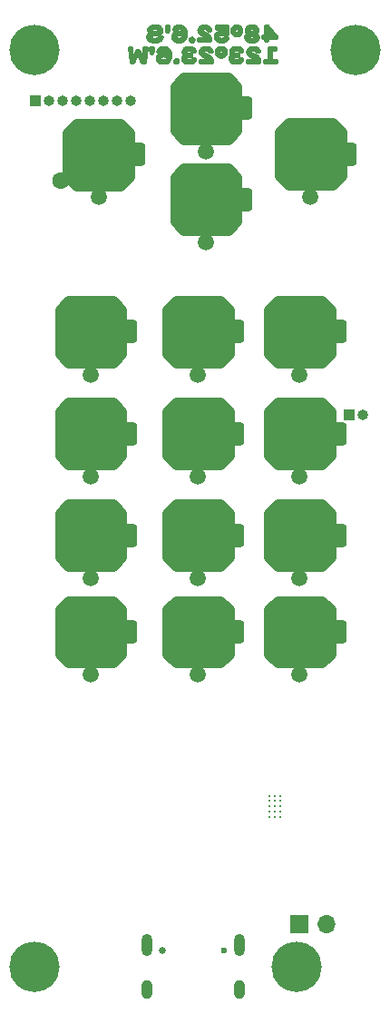
<source format=gbs>
%TF.GenerationSoftware,KiCad,Pcbnew,(6.0.7)*%
%TF.CreationDate,2022-10-08T21:46:06-07:00*%
%TF.ProjectId,phone-rounded,70686f6e-652d-4726-9f75-6e6465642e6b,rev?*%
%TF.SameCoordinates,Original*%
%TF.FileFunction,Soldermask,Bot*%
%TF.FilePolarity,Negative*%
%FSLAX46Y46*%
G04 Gerber Fmt 4.6, Leading zero omitted, Abs format (unit mm)*
G04 Created by KiCad (PCBNEW (6.0.7)) date 2022-10-08 21:46:06*
%MOMM*%
%LPD*%
G01*
G04 APERTURE LIST*
G04 Aperture macros list*
%AMRoundRect*
0 Rectangle with rounded corners*
0 $1 Rounding radius*
0 $2 $3 $4 $5 $6 $7 $8 $9 X,Y pos of 4 corners*
0 Add a 4 corners polygon primitive as box body*
4,1,4,$2,$3,$4,$5,$6,$7,$8,$9,$2,$3,0*
0 Add four circle primitives for the rounded corners*
1,1,$1+$1,$2,$3*
1,1,$1+$1,$4,$5*
1,1,$1+$1,$6,$7*
1,1,$1+$1,$8,$9*
0 Add four rect primitives between the rounded corners*
20,1,$1+$1,$2,$3,$4,$5,0*
20,1,$1+$1,$4,$5,$6,$7,0*
20,1,$1+$1,$6,$7,$8,$9,0*
20,1,$1+$1,$8,$9,$2,$3,0*%
G04 Aperture macros list end*
%ADD10C,0.250000*%
%ADD11C,3.183043*%
%ADD12C,1.270000*%
%ADD13C,4.700000*%
%ADD14C,3.100000*%
%ADD15C,1.500000*%
%ADD16RoundRect,0.317500X0.317500X0.750000X-0.317500X0.750000X-0.317500X-0.750000X0.317500X-0.750000X0*%
%ADD17O,1.000000X1.000000*%
%ADD18R,1.000000X1.000000*%
%ADD19C,0.300000*%
%ADD20O,1.700000X1.700000*%
%ADD21R,1.700000X1.700000*%
%ADD22O,1.000000X2.100000*%
%ADD23O,1.000000X1.800000*%
%ADD24C,0.650000*%
%ADD25C,0.600000*%
%ADD26C,1.100000*%
%ADD27C,1.600000*%
G04 APERTURE END LIST*
%TO.C,REF\u002A\u002A*%
G36*
X126675272Y-58952399D02*
G01*
X126739098Y-58958843D01*
X126769502Y-58963626D01*
X126798892Y-58969428D01*
X126827261Y-58976234D01*
X126854601Y-58984027D01*
X126880906Y-58992792D01*
X126906168Y-59002514D01*
X126930382Y-59013175D01*
X126953540Y-59024761D01*
X126975635Y-59037255D01*
X126996660Y-59050642D01*
X127016609Y-59064906D01*
X127035475Y-59080031D01*
X127053251Y-59096000D01*
X127069929Y-59112799D01*
X127085504Y-59130412D01*
X127099968Y-59148822D01*
X127113314Y-59168013D01*
X127125536Y-59187971D01*
X127136626Y-59208678D01*
X127146578Y-59230120D01*
X127155385Y-59252280D01*
X127163040Y-59275143D01*
X127169536Y-59298692D01*
X127174866Y-59322912D01*
X127179024Y-59347787D01*
X127182002Y-59373301D01*
X127183795Y-59399438D01*
X127184393Y-59426183D01*
X126881506Y-59426183D01*
X126881228Y-59415705D01*
X126880394Y-59405375D01*
X126879006Y-59395205D01*
X126877067Y-59385206D01*
X126874579Y-59375391D01*
X126871543Y-59365772D01*
X126867962Y-59356361D01*
X126863839Y-59347171D01*
X126859174Y-59338213D01*
X126853971Y-59329499D01*
X126848231Y-59321042D01*
X126841957Y-59312855D01*
X126835150Y-59304948D01*
X126827813Y-59297334D01*
X126819948Y-59290025D01*
X126811556Y-59283034D01*
X126802641Y-59276373D01*
X126793204Y-59270054D01*
X126783247Y-59264088D01*
X126772772Y-59258488D01*
X126761782Y-59253267D01*
X126750279Y-59248435D01*
X126738264Y-59244007D01*
X126725740Y-59239993D01*
X126712709Y-59236405D01*
X126699173Y-59233257D01*
X126685134Y-59230559D01*
X126670594Y-59228325D01*
X126655556Y-59226566D01*
X126640021Y-59225295D01*
X126623992Y-59224523D01*
X126607470Y-59224263D01*
X126574919Y-59224971D01*
X126544346Y-59227087D01*
X126515767Y-59230597D01*
X126489200Y-59235490D01*
X126464661Y-59241751D01*
X126442167Y-59249369D01*
X126421735Y-59258331D01*
X126403382Y-59268624D01*
X126394990Y-59274265D01*
X126387125Y-59280234D01*
X126379788Y-59286530D01*
X126372981Y-59293150D01*
X126366706Y-59300094D01*
X126360966Y-59307359D01*
X126355763Y-59314944D01*
X126351098Y-59322847D01*
X126346974Y-59331068D01*
X126343394Y-59339603D01*
X126340358Y-59348452D01*
X126337869Y-59357613D01*
X126335930Y-59367084D01*
X126334543Y-59376864D01*
X126333708Y-59386951D01*
X126333430Y-59397344D01*
X126333627Y-59405091D01*
X126334231Y-59412650D01*
X126335258Y-59420032D01*
X126336726Y-59427252D01*
X126338652Y-59434323D01*
X126341055Y-59441260D01*
X126343951Y-59448077D01*
X126347358Y-59454786D01*
X126351292Y-59461401D01*
X126355773Y-59467938D01*
X126360816Y-59474408D01*
X126366440Y-59480826D01*
X126372662Y-59487206D01*
X126379499Y-59493562D01*
X126386969Y-59499907D01*
X126395090Y-59506254D01*
X126403877Y-59512619D01*
X126413350Y-59519014D01*
X126423526Y-59525453D01*
X126434421Y-59531950D01*
X126446054Y-59538519D01*
X126458441Y-59545174D01*
X126485550Y-59558795D01*
X126515887Y-59572923D01*
X126549591Y-59587668D01*
X126586803Y-59603141D01*
X126627661Y-59619451D01*
X126696036Y-59647835D01*
X126760489Y-59677769D01*
X126820953Y-59709183D01*
X126877361Y-59742004D01*
X126929645Y-59776160D01*
X126977737Y-59811580D01*
X127021570Y-59848191D01*
X127061076Y-59885922D01*
X127096187Y-59924700D01*
X127126836Y-59964454D01*
X127152956Y-60005113D01*
X127174478Y-60046603D01*
X127191335Y-60088854D01*
X127197993Y-60110242D01*
X127203459Y-60131793D01*
X127207726Y-60153498D01*
X127210784Y-60175349D01*
X127212625Y-60197335D01*
X127213240Y-60219449D01*
X127213240Y-60421376D01*
X126001696Y-60421384D01*
X126001696Y-60161763D01*
X126881506Y-60161763D01*
X126881078Y-60151513D01*
X126879801Y-60141315D01*
X126877692Y-60131170D01*
X126874763Y-60121081D01*
X126871029Y-60111049D01*
X126866504Y-60101076D01*
X126861203Y-60091163D01*
X126855139Y-60081311D01*
X126848328Y-60071523D01*
X126840783Y-60061800D01*
X126832519Y-60052143D01*
X126823550Y-60042555D01*
X126813890Y-60033036D01*
X126803553Y-60023588D01*
X126792553Y-60014214D01*
X126780906Y-60004914D01*
X126768625Y-59995689D01*
X126755724Y-59986543D01*
X126728121Y-59968489D01*
X126698211Y-59950766D01*
X126666108Y-59933384D01*
X126631926Y-59916358D01*
X126595779Y-59899699D01*
X126557781Y-59883421D01*
X126518046Y-59867536D01*
X126453150Y-59841243D01*
X126393574Y-59815268D01*
X126339161Y-59789454D01*
X126289756Y-59763643D01*
X126245201Y-59737681D01*
X126205342Y-59711411D01*
X126170020Y-59684676D01*
X126139080Y-59657319D01*
X126112366Y-59629185D01*
X126089721Y-59600118D01*
X126070988Y-59569960D01*
X126056012Y-59538555D01*
X126044637Y-59505748D01*
X126036705Y-59471381D01*
X126032060Y-59435298D01*
X126030547Y-59397344D01*
X126031195Y-59371951D01*
X126033128Y-59347162D01*
X126036330Y-59322991D01*
X126040784Y-59299452D01*
X126046474Y-59276557D01*
X126053383Y-59254320D01*
X126061496Y-59232753D01*
X126070796Y-59211870D01*
X126081266Y-59191685D01*
X126092890Y-59172210D01*
X126105652Y-59153459D01*
X126119536Y-59135444D01*
X126134524Y-59118180D01*
X126150601Y-59101678D01*
X126167750Y-59085954D01*
X126185955Y-59071018D01*
X126205200Y-59056886D01*
X126225467Y-59043570D01*
X126246741Y-59031083D01*
X126269006Y-59019438D01*
X126292245Y-59008649D01*
X126316441Y-58998729D01*
X126341578Y-58989691D01*
X126367641Y-58981549D01*
X126394612Y-58974315D01*
X126422475Y-58968002D01*
X126451213Y-58962625D01*
X126480811Y-58958195D01*
X126511253Y-58954727D01*
X126542520Y-58952234D01*
X126574598Y-58950728D01*
X126607470Y-58950223D01*
X126675272Y-58952399D01*
G37*
D10*
X126675272Y-58952399D02*
X126739098Y-58958843D01*
X126769502Y-58963626D01*
X126798892Y-58969428D01*
X126827261Y-58976234D01*
X126854601Y-58984027D01*
X126880906Y-58992792D01*
X126906168Y-59002514D01*
X126930382Y-59013175D01*
X126953540Y-59024761D01*
X126975635Y-59037255D01*
X126996660Y-59050642D01*
X127016609Y-59064906D01*
X127035475Y-59080031D01*
X127053251Y-59096000D01*
X127069929Y-59112799D01*
X127085504Y-59130412D01*
X127099968Y-59148822D01*
X127113314Y-59168013D01*
X127125536Y-59187971D01*
X127136626Y-59208678D01*
X127146578Y-59230120D01*
X127155385Y-59252280D01*
X127163040Y-59275143D01*
X127169536Y-59298692D01*
X127174866Y-59322912D01*
X127179024Y-59347787D01*
X127182002Y-59373301D01*
X127183795Y-59399438D01*
X127184393Y-59426183D01*
X126881506Y-59426183D01*
X126881228Y-59415705D01*
X126880394Y-59405375D01*
X126879006Y-59395205D01*
X126877067Y-59385206D01*
X126874579Y-59375391D01*
X126871543Y-59365772D01*
X126867962Y-59356361D01*
X126863839Y-59347171D01*
X126859174Y-59338213D01*
X126853971Y-59329499D01*
X126848231Y-59321042D01*
X126841957Y-59312855D01*
X126835150Y-59304948D01*
X126827813Y-59297334D01*
X126819948Y-59290025D01*
X126811556Y-59283034D01*
X126802641Y-59276373D01*
X126793204Y-59270054D01*
X126783247Y-59264088D01*
X126772772Y-59258488D01*
X126761782Y-59253267D01*
X126750279Y-59248435D01*
X126738264Y-59244007D01*
X126725740Y-59239993D01*
X126712709Y-59236405D01*
X126699173Y-59233257D01*
X126685134Y-59230559D01*
X126670594Y-59228325D01*
X126655556Y-59226566D01*
X126640021Y-59225295D01*
X126623992Y-59224523D01*
X126607470Y-59224263D01*
X126574919Y-59224971D01*
X126544346Y-59227087D01*
X126515767Y-59230597D01*
X126489200Y-59235490D01*
X126464661Y-59241751D01*
X126442167Y-59249369D01*
X126421735Y-59258331D01*
X126403382Y-59268624D01*
X126394990Y-59274265D01*
X126387125Y-59280234D01*
X126379788Y-59286530D01*
X126372981Y-59293150D01*
X126366706Y-59300094D01*
X126360966Y-59307359D01*
X126355763Y-59314944D01*
X126351098Y-59322847D01*
X126346974Y-59331068D01*
X126343394Y-59339603D01*
X126340358Y-59348452D01*
X126337869Y-59357613D01*
X126335930Y-59367084D01*
X126334543Y-59376864D01*
X126333708Y-59386951D01*
X126333430Y-59397344D01*
X126333627Y-59405091D01*
X126334231Y-59412650D01*
X126335258Y-59420032D01*
X126336726Y-59427252D01*
X126338652Y-59434323D01*
X126341055Y-59441260D01*
X126343951Y-59448077D01*
X126347358Y-59454786D01*
X126351292Y-59461401D01*
X126355773Y-59467938D01*
X126360816Y-59474408D01*
X126366440Y-59480826D01*
X126372662Y-59487206D01*
X126379499Y-59493562D01*
X126386969Y-59499907D01*
X126395090Y-59506254D01*
X126403877Y-59512619D01*
X126413350Y-59519014D01*
X126423526Y-59525453D01*
X126434421Y-59531950D01*
X126446054Y-59538519D01*
X126458441Y-59545174D01*
X126485550Y-59558795D01*
X126515887Y-59572923D01*
X126549591Y-59587668D01*
X126586803Y-59603141D01*
X126627661Y-59619451D01*
X126696036Y-59647835D01*
X126760489Y-59677769D01*
X126820953Y-59709183D01*
X126877361Y-59742004D01*
X126929645Y-59776160D01*
X126977737Y-59811580D01*
X127021570Y-59848191D01*
X127061076Y-59885922D01*
X127096187Y-59924700D01*
X127126836Y-59964454D01*
X127152956Y-60005113D01*
X127174478Y-60046603D01*
X127191335Y-60088854D01*
X127197993Y-60110242D01*
X127203459Y-60131793D01*
X127207726Y-60153498D01*
X127210784Y-60175349D01*
X127212625Y-60197335D01*
X127213240Y-60219449D01*
X127213240Y-60421376D01*
X126001696Y-60421384D01*
X126001696Y-60161763D01*
X126881506Y-60161763D01*
X126881078Y-60151513D01*
X126879801Y-60141315D01*
X126877692Y-60131170D01*
X126874763Y-60121081D01*
X126871029Y-60111049D01*
X126866504Y-60101076D01*
X126861203Y-60091163D01*
X126855139Y-60081311D01*
X126848328Y-60071523D01*
X126840783Y-60061800D01*
X126832519Y-60052143D01*
X126823550Y-60042555D01*
X126813890Y-60033036D01*
X126803553Y-60023588D01*
X126792553Y-60014214D01*
X126780906Y-60004914D01*
X126768625Y-59995689D01*
X126755724Y-59986543D01*
X126728121Y-59968489D01*
X126698211Y-59950766D01*
X126666108Y-59933384D01*
X126631926Y-59916358D01*
X126595779Y-59899699D01*
X126557781Y-59883421D01*
X126518046Y-59867536D01*
X126453150Y-59841243D01*
X126393574Y-59815268D01*
X126339161Y-59789454D01*
X126289756Y-59763643D01*
X126245201Y-59737681D01*
X126205342Y-59711411D01*
X126170020Y-59684676D01*
X126139080Y-59657319D01*
X126112366Y-59629185D01*
X126089721Y-59600118D01*
X126070988Y-59569960D01*
X126056012Y-59538555D01*
X126044637Y-59505748D01*
X126036705Y-59471381D01*
X126032060Y-59435298D01*
X126030547Y-59397344D01*
X126031195Y-59371951D01*
X126033128Y-59347162D01*
X126036330Y-59322991D01*
X126040784Y-59299452D01*
X126046474Y-59276557D01*
X126053383Y-59254320D01*
X126061496Y-59232753D01*
X126070796Y-59211870D01*
X126081266Y-59191685D01*
X126092890Y-59172210D01*
X126105652Y-59153459D01*
X126119536Y-59135444D01*
X126134524Y-59118180D01*
X126150601Y-59101678D01*
X126167750Y-59085954D01*
X126185955Y-59071018D01*
X126205200Y-59056886D01*
X126225467Y-59043570D01*
X126246741Y-59031083D01*
X126269006Y-59019438D01*
X126292245Y-59008649D01*
X126316441Y-58998729D01*
X126341578Y-58989691D01*
X126367641Y-58981549D01*
X126394612Y-58974315D01*
X126422475Y-58968002D01*
X126451213Y-58962625D01*
X126480811Y-58958195D01*
X126511253Y-58954727D01*
X126542520Y-58952234D01*
X126574598Y-58950728D01*
X126607470Y-58950223D01*
X126675272Y-58952399D01*
G36*
X129652197Y-60951389D02*
G01*
X129716023Y-60956917D01*
X129775817Y-60966079D01*
X129831526Y-60978833D01*
X129857830Y-60986544D01*
X129883093Y-60995137D01*
X129907307Y-61004606D01*
X129930465Y-61014947D01*
X129952560Y-61026154D01*
X129973585Y-61038223D01*
X129993534Y-61051146D01*
X130012400Y-61064921D01*
X130030176Y-61079540D01*
X130046854Y-61094999D01*
X130062429Y-61111293D01*
X130076893Y-61128416D01*
X130090239Y-61146363D01*
X130102461Y-61165128D01*
X130113551Y-61184707D01*
X130123503Y-61205094D01*
X130132310Y-61226284D01*
X130139965Y-61248272D01*
X130146461Y-61271051D01*
X130151791Y-61294618D01*
X130155949Y-61318967D01*
X130158927Y-61344092D01*
X130160719Y-61369988D01*
X130161318Y-61396650D01*
X129858435Y-61396650D01*
X129858157Y-61386255D01*
X129857322Y-61376166D01*
X129855935Y-61366385D01*
X129853996Y-61356912D01*
X129851507Y-61347750D01*
X129848472Y-61338901D01*
X129844891Y-61330365D01*
X129840767Y-61322145D01*
X129836103Y-61314241D01*
X129830900Y-61306656D01*
X129825160Y-61299392D01*
X129818885Y-61292448D01*
X129812079Y-61285829D01*
X129804741Y-61279534D01*
X129796876Y-61273565D01*
X129788485Y-61267924D01*
X129779569Y-61262614D01*
X129770132Y-61257634D01*
X129760175Y-61252987D01*
X129749700Y-61248674D01*
X129738710Y-61244697D01*
X129727206Y-61241058D01*
X129715191Y-61237758D01*
X129702667Y-61234799D01*
X129689636Y-61232181D01*
X129676099Y-61229908D01*
X129662060Y-61227980D01*
X129647520Y-61226399D01*
X129632482Y-61225167D01*
X129616946Y-61224284D01*
X129600917Y-61223754D01*
X129584395Y-61223577D01*
X129551845Y-61224285D01*
X129521272Y-61226400D01*
X129492693Y-61229911D01*
X129466126Y-61234803D01*
X129441587Y-61241064D01*
X129419093Y-61248682D01*
X129398661Y-61257644D01*
X129380308Y-61267936D01*
X129371917Y-61273577D01*
X129364051Y-61279546D01*
X129356714Y-61285842D01*
X129349906Y-61292462D01*
X129343632Y-61299405D01*
X129337892Y-61306670D01*
X129332688Y-61314255D01*
X129328023Y-61322158D01*
X129323900Y-61330377D01*
X129320319Y-61338912D01*
X129317283Y-61347761D01*
X129314794Y-61356921D01*
X129312855Y-61366392D01*
X129311467Y-61376171D01*
X129310633Y-61386257D01*
X129310355Y-61396650D01*
X129310616Y-61407044D01*
X129311400Y-61417133D01*
X129312705Y-61426915D01*
X129314529Y-61436387D01*
X129316871Y-61445549D01*
X129319729Y-61454399D01*
X129323101Y-61462935D01*
X129326986Y-61471156D01*
X129331382Y-61479059D01*
X129336288Y-61486645D01*
X129341702Y-61493910D01*
X129347623Y-61500853D01*
X129354049Y-61507473D01*
X129360978Y-61513769D01*
X129368408Y-61519738D01*
X129376339Y-61525378D01*
X129384769Y-61530690D01*
X129393696Y-61535670D01*
X129403118Y-61540317D01*
X129413034Y-61544630D01*
X129423442Y-61548607D01*
X129434341Y-61552247D01*
X129445729Y-61555547D01*
X129457605Y-61558507D01*
X129469966Y-61561124D01*
X129482812Y-61563398D01*
X129496141Y-61565326D01*
X129509951Y-61566907D01*
X129524241Y-61568140D01*
X129539008Y-61569022D01*
X129554253Y-61569553D01*
X129569972Y-61569730D01*
X129786322Y-61569722D01*
X129786322Y-61829343D01*
X129569975Y-61829343D01*
X129533773Y-61830051D01*
X129499815Y-61832167D01*
X129468113Y-61835677D01*
X129438680Y-61840569D01*
X129411529Y-61846831D01*
X129386673Y-61854448D01*
X129364123Y-61863410D01*
X129343894Y-61873702D01*
X129325997Y-61885313D01*
X129317927Y-61891608D01*
X129310445Y-61898228D01*
X129303553Y-61905171D01*
X129297251Y-61912436D01*
X129291542Y-61920021D01*
X129286428Y-61927924D01*
X129281909Y-61936144D01*
X129277987Y-61944678D01*
X129274665Y-61953527D01*
X129271943Y-61962687D01*
X129269823Y-61972158D01*
X129268307Y-61981937D01*
X129267396Y-61992024D01*
X129267092Y-62002416D01*
X129267404Y-62012811D01*
X129268339Y-62022900D01*
X129269892Y-62032681D01*
X129272061Y-62042154D01*
X129274843Y-62051315D01*
X129278235Y-62060165D01*
X129282233Y-62068701D01*
X129286834Y-62076922D01*
X129292035Y-62084826D01*
X129297833Y-62092411D01*
X129304225Y-62099676D01*
X129311207Y-62106619D01*
X129318776Y-62113240D01*
X129326930Y-62119535D01*
X129335664Y-62125504D01*
X129344977Y-62131145D01*
X129354864Y-62136456D01*
X129365323Y-62141436D01*
X129376350Y-62146083D01*
X129387942Y-62150396D01*
X129400096Y-62154373D01*
X129412809Y-62158013D01*
X129426077Y-62161313D01*
X129439898Y-62164273D01*
X129454269Y-62166891D01*
X129469185Y-62169164D01*
X129484645Y-62171092D01*
X129500644Y-62172674D01*
X129517180Y-62173906D01*
X129534249Y-62174789D01*
X129551849Y-62175319D01*
X129569975Y-62175496D01*
X129606178Y-62174788D01*
X129640136Y-62172673D01*
X129671838Y-62169162D01*
X129701271Y-62164270D01*
X129728422Y-62158008D01*
X129753278Y-62150390D01*
X129775827Y-62141429D01*
X129796057Y-62131136D01*
X129813954Y-62119525D01*
X129822024Y-62113230D01*
X129829506Y-62106609D01*
X129836398Y-62099666D01*
X129842699Y-62092401D01*
X129848408Y-62084816D01*
X129853523Y-62076912D01*
X129858042Y-62068692D01*
X129861963Y-62060157D01*
X129865286Y-62051308D01*
X129868008Y-62042147D01*
X129870128Y-62032676D01*
X129871644Y-62022896D01*
X129872555Y-62012809D01*
X129872859Y-62002416D01*
X130175742Y-62002416D01*
X130175117Y-62029078D01*
X130173249Y-62054975D01*
X130170142Y-62080101D01*
X130165803Y-62104450D01*
X130160239Y-62128017D01*
X130153456Y-62150797D01*
X130145460Y-62172785D01*
X130136258Y-62193976D01*
X130125856Y-62214363D01*
X130114260Y-62233942D01*
X130101477Y-62252708D01*
X130087513Y-62270656D01*
X130072374Y-62287779D01*
X130056066Y-62304073D01*
X130038597Y-62319532D01*
X130019972Y-62334151D01*
X130000197Y-62347926D01*
X129979280Y-62360850D01*
X129957226Y-62372918D01*
X129934042Y-62384125D01*
X129909733Y-62394467D01*
X129884307Y-62403936D01*
X129857770Y-62412529D01*
X129830128Y-62420240D01*
X129801387Y-62427063D01*
X129771554Y-62432994D01*
X129740635Y-62438026D01*
X129708636Y-62442156D01*
X129675564Y-62445377D01*
X129641425Y-62447684D01*
X129606225Y-62449073D01*
X129569972Y-62449536D01*
X129498993Y-62447684D01*
X129432135Y-62442156D01*
X129369460Y-62432994D01*
X129311032Y-62420240D01*
X129256914Y-62403936D01*
X129231491Y-62394467D01*
X129207169Y-62384125D01*
X129183956Y-62372918D01*
X129161861Y-62360850D01*
X129140890Y-62347926D01*
X129121053Y-62334151D01*
X129102356Y-62319532D01*
X129084808Y-62304073D01*
X129068417Y-62287779D01*
X129053191Y-62270656D01*
X129039137Y-62252708D01*
X129026264Y-62233942D01*
X129014579Y-62214363D01*
X129004090Y-62193976D01*
X128994806Y-62172785D01*
X128986734Y-62150797D01*
X128979882Y-62128017D01*
X128974258Y-62104450D01*
X128969870Y-62080101D01*
X128966726Y-62054975D01*
X128964834Y-62029078D01*
X128964201Y-62002416D01*
X128964978Y-61976322D01*
X128967306Y-61951052D01*
X128971180Y-61926619D01*
X128976597Y-61903035D01*
X128983551Y-61880312D01*
X128992040Y-61858465D01*
X129002058Y-61837504D01*
X129013602Y-61817444D01*
X129026667Y-61798296D01*
X129041248Y-61780074D01*
X129057343Y-61762789D01*
X129074946Y-61746455D01*
X129094053Y-61731084D01*
X129114660Y-61716689D01*
X129136763Y-61703282D01*
X129160357Y-61690877D01*
X129142002Y-61678073D01*
X129124800Y-61664523D01*
X129116633Y-61657469D01*
X129108756Y-61650228D01*
X129101170Y-61642801D01*
X129093875Y-61635188D01*
X129086871Y-61627388D01*
X129080159Y-61619403D01*
X129073740Y-61611231D01*
X129067614Y-61602873D01*
X129061782Y-61594328D01*
X129056244Y-61585598D01*
X129051001Y-61576681D01*
X129046053Y-61567579D01*
X129041401Y-61558290D01*
X129037045Y-61548815D01*
X129032986Y-61539154D01*
X129029224Y-61529308D01*
X129025760Y-61519275D01*
X129022595Y-61509056D01*
X129019729Y-61498652D01*
X129017162Y-61488061D01*
X129014895Y-61477285D01*
X129012929Y-61466323D01*
X129009900Y-61443841D01*
X129008079Y-61420617D01*
X129007472Y-61396650D01*
X129008070Y-61369988D01*
X129009862Y-61344092D01*
X129012841Y-61318967D01*
X129016999Y-61294618D01*
X129022329Y-61271051D01*
X129028825Y-61248272D01*
X129036480Y-61226284D01*
X129045287Y-61205094D01*
X129055239Y-61184707D01*
X129066329Y-61165128D01*
X129078551Y-61146363D01*
X129091897Y-61128416D01*
X129106361Y-61111293D01*
X129121936Y-61094999D01*
X129138614Y-61079540D01*
X129156390Y-61064921D01*
X129175255Y-61051146D01*
X129195205Y-61038223D01*
X129216230Y-61026154D01*
X129238325Y-61014947D01*
X129261483Y-61004606D01*
X129285697Y-60995137D01*
X129310959Y-60986544D01*
X129337264Y-60978833D01*
X129364604Y-60972010D01*
X129392973Y-60966079D01*
X129422363Y-60961047D01*
X129452767Y-60956917D01*
X129484180Y-60953696D01*
X129516593Y-60951389D01*
X129550000Y-60950000D01*
X129584395Y-60949537D01*
X129652197Y-60951389D01*
G37*
X129652197Y-60951389D02*
X129716023Y-60956917D01*
X129775817Y-60966079D01*
X129831526Y-60978833D01*
X129857830Y-60986544D01*
X129883093Y-60995137D01*
X129907307Y-61004606D01*
X129930465Y-61014947D01*
X129952560Y-61026154D01*
X129973585Y-61038223D01*
X129993534Y-61051146D01*
X130012400Y-61064921D01*
X130030176Y-61079540D01*
X130046854Y-61094999D01*
X130062429Y-61111293D01*
X130076893Y-61128416D01*
X130090239Y-61146363D01*
X130102461Y-61165128D01*
X130113551Y-61184707D01*
X130123503Y-61205094D01*
X130132310Y-61226284D01*
X130139965Y-61248272D01*
X130146461Y-61271051D01*
X130151791Y-61294618D01*
X130155949Y-61318967D01*
X130158927Y-61344092D01*
X130160719Y-61369988D01*
X130161318Y-61396650D01*
X129858435Y-61396650D01*
X129858157Y-61386255D01*
X129857322Y-61376166D01*
X129855935Y-61366385D01*
X129853996Y-61356912D01*
X129851507Y-61347750D01*
X129848472Y-61338901D01*
X129844891Y-61330365D01*
X129840767Y-61322145D01*
X129836103Y-61314241D01*
X129830900Y-61306656D01*
X129825160Y-61299392D01*
X129818885Y-61292448D01*
X129812079Y-61285829D01*
X129804741Y-61279534D01*
X129796876Y-61273565D01*
X129788485Y-61267924D01*
X129779569Y-61262614D01*
X129770132Y-61257634D01*
X129760175Y-61252987D01*
X129749700Y-61248674D01*
X129738710Y-61244697D01*
X129727206Y-61241058D01*
X129715191Y-61237758D01*
X129702667Y-61234799D01*
X129689636Y-61232181D01*
X129676099Y-61229908D01*
X129662060Y-61227980D01*
X129647520Y-61226399D01*
X129632482Y-61225167D01*
X129616946Y-61224284D01*
X129600917Y-61223754D01*
X129584395Y-61223577D01*
X129551845Y-61224285D01*
X129521272Y-61226400D01*
X129492693Y-61229911D01*
X129466126Y-61234803D01*
X129441587Y-61241064D01*
X129419093Y-61248682D01*
X129398661Y-61257644D01*
X129380308Y-61267936D01*
X129371917Y-61273577D01*
X129364051Y-61279546D01*
X129356714Y-61285842D01*
X129349906Y-61292462D01*
X129343632Y-61299405D01*
X129337892Y-61306670D01*
X129332688Y-61314255D01*
X129328023Y-61322158D01*
X129323900Y-61330377D01*
X129320319Y-61338912D01*
X129317283Y-61347761D01*
X129314794Y-61356921D01*
X129312855Y-61366392D01*
X129311467Y-61376171D01*
X129310633Y-61386257D01*
X129310355Y-61396650D01*
X129310616Y-61407044D01*
X129311400Y-61417133D01*
X129312705Y-61426915D01*
X129314529Y-61436387D01*
X129316871Y-61445549D01*
X129319729Y-61454399D01*
X129323101Y-61462935D01*
X129326986Y-61471156D01*
X129331382Y-61479059D01*
X129336288Y-61486645D01*
X129341702Y-61493910D01*
X129347623Y-61500853D01*
X129354049Y-61507473D01*
X129360978Y-61513769D01*
X129368408Y-61519738D01*
X129376339Y-61525378D01*
X129384769Y-61530690D01*
X129393696Y-61535670D01*
X129403118Y-61540317D01*
X129413034Y-61544630D01*
X129423442Y-61548607D01*
X129434341Y-61552247D01*
X129445729Y-61555547D01*
X129457605Y-61558507D01*
X129469966Y-61561124D01*
X129482812Y-61563398D01*
X129496141Y-61565326D01*
X129509951Y-61566907D01*
X129524241Y-61568140D01*
X129539008Y-61569022D01*
X129554253Y-61569553D01*
X129569972Y-61569730D01*
X129786322Y-61569722D01*
X129786322Y-61829343D01*
X129569975Y-61829343D01*
X129533773Y-61830051D01*
X129499815Y-61832167D01*
X129468113Y-61835677D01*
X129438680Y-61840569D01*
X129411529Y-61846831D01*
X129386673Y-61854448D01*
X129364123Y-61863410D01*
X129343894Y-61873702D01*
X129325997Y-61885313D01*
X129317927Y-61891608D01*
X129310445Y-61898228D01*
X129303553Y-61905171D01*
X129297251Y-61912436D01*
X129291542Y-61920021D01*
X129286428Y-61927924D01*
X129281909Y-61936144D01*
X129277987Y-61944678D01*
X129274665Y-61953527D01*
X129271943Y-61962687D01*
X129269823Y-61972158D01*
X129268307Y-61981937D01*
X129267396Y-61992024D01*
X129267092Y-62002416D01*
X129267404Y-62012811D01*
X129268339Y-62022900D01*
X129269892Y-62032681D01*
X129272061Y-62042154D01*
X129274843Y-62051315D01*
X129278235Y-62060165D01*
X129282233Y-62068701D01*
X129286834Y-62076922D01*
X129292035Y-62084826D01*
X129297833Y-62092411D01*
X129304225Y-62099676D01*
X129311207Y-62106619D01*
X129318776Y-62113240D01*
X129326930Y-62119535D01*
X129335664Y-62125504D01*
X129344977Y-62131145D01*
X129354864Y-62136456D01*
X129365323Y-62141436D01*
X129376350Y-62146083D01*
X129387942Y-62150396D01*
X129400096Y-62154373D01*
X129412809Y-62158013D01*
X129426077Y-62161313D01*
X129439898Y-62164273D01*
X129454269Y-62166891D01*
X129469185Y-62169164D01*
X129484645Y-62171092D01*
X129500644Y-62172674D01*
X129517180Y-62173906D01*
X129534249Y-62174789D01*
X129551849Y-62175319D01*
X129569975Y-62175496D01*
X129606178Y-62174788D01*
X129640136Y-62172673D01*
X129671838Y-62169162D01*
X129701271Y-62164270D01*
X129728422Y-62158008D01*
X129753278Y-62150390D01*
X129775827Y-62141429D01*
X129796057Y-62131136D01*
X129813954Y-62119525D01*
X129822024Y-62113230D01*
X129829506Y-62106609D01*
X129836398Y-62099666D01*
X129842699Y-62092401D01*
X129848408Y-62084816D01*
X129853523Y-62076912D01*
X129858042Y-62068692D01*
X129861963Y-62060157D01*
X129865286Y-62051308D01*
X129868008Y-62042147D01*
X129870128Y-62032676D01*
X129871644Y-62022896D01*
X129872555Y-62012809D01*
X129872859Y-62002416D01*
X130175742Y-62002416D01*
X130175117Y-62029078D01*
X130173249Y-62054975D01*
X130170142Y-62080101D01*
X130165803Y-62104450D01*
X130160239Y-62128017D01*
X130153456Y-62150797D01*
X130145460Y-62172785D01*
X130136258Y-62193976D01*
X130125856Y-62214363D01*
X130114260Y-62233942D01*
X130101477Y-62252708D01*
X130087513Y-62270656D01*
X130072374Y-62287779D01*
X130056066Y-62304073D01*
X130038597Y-62319532D01*
X130019972Y-62334151D01*
X130000197Y-62347926D01*
X129979280Y-62360850D01*
X129957226Y-62372918D01*
X129934042Y-62384125D01*
X129909733Y-62394467D01*
X129884307Y-62403936D01*
X129857770Y-62412529D01*
X129830128Y-62420240D01*
X129801387Y-62427063D01*
X129771554Y-62432994D01*
X129740635Y-62438026D01*
X129708636Y-62442156D01*
X129675564Y-62445377D01*
X129641425Y-62447684D01*
X129606225Y-62449073D01*
X129569972Y-62449536D01*
X129498993Y-62447684D01*
X129432135Y-62442156D01*
X129369460Y-62432994D01*
X129311032Y-62420240D01*
X129256914Y-62403936D01*
X129231491Y-62394467D01*
X129207169Y-62384125D01*
X129183956Y-62372918D01*
X129161861Y-62360850D01*
X129140890Y-62347926D01*
X129121053Y-62334151D01*
X129102356Y-62319532D01*
X129084808Y-62304073D01*
X129068417Y-62287779D01*
X129053191Y-62270656D01*
X129039137Y-62252708D01*
X129026264Y-62233942D01*
X129014579Y-62214363D01*
X129004090Y-62193976D01*
X128994806Y-62172785D01*
X128986734Y-62150797D01*
X128979882Y-62128017D01*
X128974258Y-62104450D01*
X128969870Y-62080101D01*
X128966726Y-62054975D01*
X128964834Y-62029078D01*
X128964201Y-62002416D01*
X128964978Y-61976322D01*
X128967306Y-61951052D01*
X128971180Y-61926619D01*
X128976597Y-61903035D01*
X128983551Y-61880312D01*
X128992040Y-61858465D01*
X129002058Y-61837504D01*
X129013602Y-61817444D01*
X129026667Y-61798296D01*
X129041248Y-61780074D01*
X129057343Y-61762789D01*
X129074946Y-61746455D01*
X129094053Y-61731084D01*
X129114660Y-61716689D01*
X129136763Y-61703282D01*
X129160357Y-61690877D01*
X129142002Y-61678073D01*
X129124800Y-61664523D01*
X129116633Y-61657469D01*
X129108756Y-61650228D01*
X129101170Y-61642801D01*
X129093875Y-61635188D01*
X129086871Y-61627388D01*
X129080159Y-61619403D01*
X129073740Y-61611231D01*
X129067614Y-61602873D01*
X129061782Y-61594328D01*
X129056244Y-61585598D01*
X129051001Y-61576681D01*
X129046053Y-61567579D01*
X129041401Y-61558290D01*
X129037045Y-61548815D01*
X129032986Y-61539154D01*
X129029224Y-61529308D01*
X129025760Y-61519275D01*
X129022595Y-61509056D01*
X129019729Y-61498652D01*
X129017162Y-61488061D01*
X129014895Y-61477285D01*
X129012929Y-61466323D01*
X129009900Y-61443841D01*
X129008079Y-61420617D01*
X129007472Y-61396650D01*
X129008070Y-61369988D01*
X129009862Y-61344092D01*
X129012841Y-61318967D01*
X129016999Y-61294618D01*
X129022329Y-61271051D01*
X129028825Y-61248272D01*
X129036480Y-61226284D01*
X129045287Y-61205094D01*
X129055239Y-61184707D01*
X129066329Y-61165128D01*
X129078551Y-61146363D01*
X129091897Y-61128416D01*
X129106361Y-61111293D01*
X129121936Y-61094999D01*
X129138614Y-61079540D01*
X129156390Y-61064921D01*
X129175255Y-61051146D01*
X129195205Y-61038223D01*
X129216230Y-61026154D01*
X129238325Y-61014947D01*
X129261483Y-61004606D01*
X129285697Y-60995137D01*
X129310959Y-60986544D01*
X129337264Y-60978833D01*
X129364604Y-60972010D01*
X129392973Y-60966079D01*
X129422363Y-60961047D01*
X129452767Y-60956917D01*
X129484180Y-60953696D01*
X129516593Y-60951389D01*
X129550000Y-60950000D01*
X129584395Y-60949537D01*
X129652197Y-60951389D01*
G36*
X133319975Y-60132924D02*
G01*
X132512282Y-60132924D01*
X132512282Y-60421384D01*
X132223818Y-60421384D01*
X132223818Y-60132924D01*
X131961318Y-60132924D01*
X131961318Y-59873311D01*
X132512282Y-59873311D01*
X132953627Y-59873311D01*
X132512282Y-59385808D01*
X132512282Y-59873311D01*
X131961318Y-59873311D01*
X131961318Y-59873304D01*
X132223818Y-59873304D01*
X132223818Y-58979070D01*
X132483435Y-58979070D01*
X133293833Y-59873311D01*
X133319975Y-59902158D01*
X133319975Y-60132924D01*
G37*
X133319975Y-60132924D02*
X132512282Y-60132924D01*
X132512282Y-60421384D01*
X132223818Y-60421384D01*
X132223818Y-60132924D01*
X131961318Y-60132924D01*
X131961318Y-59873311D01*
X132512282Y-59873311D01*
X132953627Y-59873311D01*
X132512282Y-59385808D01*
X132512282Y-59873311D01*
X131961318Y-59873311D01*
X131961318Y-59873304D01*
X132223818Y-59873304D01*
X132223818Y-58979070D01*
X132483435Y-58979070D01*
X133293833Y-59873311D01*
X133319975Y-59902158D01*
X133319975Y-60132924D01*
G36*
X123427210Y-61947634D02*
G01*
X123418400Y-61984454D01*
X123408251Y-62019953D01*
X123396767Y-62054121D01*
X123383952Y-62086948D01*
X123369809Y-62118423D01*
X123354345Y-62148538D01*
X123337562Y-62177281D01*
X123319464Y-62204644D01*
X123300057Y-62230615D01*
X123279345Y-62255184D01*
X123257330Y-62278343D01*
X123234019Y-62300080D01*
X123209414Y-62320386D01*
X123183521Y-62339250D01*
X123156343Y-62356663D01*
X123127885Y-62372614D01*
X123098151Y-62387094D01*
X123067144Y-62400092D01*
X123034870Y-62411599D01*
X123001333Y-62421603D01*
X122966537Y-62430097D01*
X122930485Y-62437068D01*
X122893183Y-62442508D01*
X122854634Y-62446406D01*
X122814843Y-62448752D01*
X122773814Y-62449536D01*
X122704099Y-62447392D01*
X122637842Y-62441034D01*
X122575184Y-62430578D01*
X122516270Y-62416137D01*
X122461244Y-62397825D01*
X122435234Y-62387254D01*
X122410249Y-62375757D01*
X122386308Y-62363350D01*
X122363429Y-62350046D01*
X122341630Y-62335861D01*
X122320928Y-62320808D01*
X122301341Y-62304901D01*
X122282888Y-62288155D01*
X122265587Y-62270584D01*
X122249455Y-62252202D01*
X122234510Y-62233024D01*
X122220770Y-62213063D01*
X122208254Y-62192335D01*
X122196979Y-62170853D01*
X122186964Y-62148631D01*
X122178225Y-62125685D01*
X122170782Y-62102027D01*
X122164652Y-62077673D01*
X122159852Y-62052637D01*
X122156402Y-62026933D01*
X122154319Y-62000574D01*
X122153620Y-61973577D01*
X122153620Y-61973561D01*
X122456507Y-61973561D01*
X122456869Y-61984799D01*
X122457947Y-61995794D01*
X122459730Y-62006536D01*
X122462209Y-62017020D01*
X122465372Y-62027238D01*
X122469209Y-62037182D01*
X122473710Y-62046845D01*
X122478863Y-62056220D01*
X122484659Y-62065300D01*
X122491086Y-62074076D01*
X122498135Y-62082541D01*
X122505794Y-62090689D01*
X122514053Y-62098511D01*
X122522901Y-62106000D01*
X122532329Y-62113150D01*
X122542325Y-62119951D01*
X122552878Y-62126398D01*
X122563979Y-62132483D01*
X122575616Y-62138198D01*
X122587780Y-62143536D01*
X122600459Y-62148489D01*
X122613643Y-62153050D01*
X122627321Y-62157212D01*
X122641483Y-62160967D01*
X122656118Y-62164309D01*
X122671217Y-62167228D01*
X122686767Y-62169719D01*
X122702758Y-62171774D01*
X122719181Y-62173385D01*
X122736024Y-62174544D01*
X122753277Y-62175246D01*
X122770930Y-62175481D01*
X122808287Y-62174397D01*
X122843569Y-62171132D01*
X122876798Y-62165670D01*
X122892649Y-62162110D01*
X122907994Y-62157994D01*
X122922837Y-62153321D01*
X122937179Y-62148087D01*
X122951024Y-62142292D01*
X122964374Y-62135932D01*
X122977232Y-62129007D01*
X122989600Y-62121512D01*
X123001481Y-62113448D01*
X123012877Y-62104811D01*
X123023792Y-62095599D01*
X123034228Y-62085811D01*
X123044188Y-62075443D01*
X123053673Y-62064495D01*
X123062688Y-62052963D01*
X123071234Y-62040846D01*
X123079314Y-62028142D01*
X123086931Y-62014848D01*
X123094087Y-62000962D01*
X123100786Y-61986483D01*
X123112819Y-61955735D01*
X123123052Y-61922587D01*
X123131506Y-61887021D01*
X123115453Y-61876217D01*
X123098673Y-61865497D01*
X123081182Y-61854946D01*
X123062999Y-61844649D01*
X123044139Y-61834691D01*
X123024620Y-61825155D01*
X123004458Y-61816127D01*
X122983671Y-61807690D01*
X122962276Y-61799929D01*
X122940288Y-61792929D01*
X122917726Y-61786774D01*
X122894607Y-61781549D01*
X122870946Y-61777338D01*
X122846762Y-61774226D01*
X122822070Y-61772296D01*
X122796891Y-61771634D01*
X122756467Y-61772476D01*
X122718496Y-61774986D01*
X122683001Y-61779144D01*
X122650003Y-61784928D01*
X122619523Y-61792318D01*
X122591584Y-61801293D01*
X122566204Y-61811831D01*
X122543407Y-61823912D01*
X122523212Y-61837514D01*
X122514098Y-61844879D01*
X122505642Y-61852617D01*
X122497847Y-61860724D01*
X122490717Y-61869198D01*
X122484252Y-61878037D01*
X122478458Y-61887239D01*
X122473335Y-61896799D01*
X122468886Y-61906716D01*
X122465115Y-61916987D01*
X122462023Y-61927610D01*
X122459614Y-61938581D01*
X122457890Y-61949898D01*
X122456853Y-61961560D01*
X122456507Y-61973561D01*
X122153620Y-61973561D01*
X122154301Y-61947635D01*
X122156332Y-61922282D01*
X122159691Y-61897536D01*
X122164359Y-61873409D01*
X122170315Y-61849919D01*
X122177541Y-61827080D01*
X122186015Y-61804908D01*
X122195718Y-61783417D01*
X122206629Y-61762624D01*
X122218728Y-61742543D01*
X122231996Y-61723190D01*
X122246413Y-61704580D01*
X122261957Y-61686729D01*
X122278610Y-61669651D01*
X122296350Y-61653363D01*
X122315159Y-61637879D01*
X122335015Y-61623214D01*
X122355900Y-61609385D01*
X122377792Y-61596406D01*
X122400672Y-61584293D01*
X122424520Y-61573061D01*
X122449315Y-61562725D01*
X122475037Y-61553301D01*
X122501667Y-61544804D01*
X122529185Y-61537249D01*
X122557570Y-61530652D01*
X122586802Y-61525028D01*
X122616861Y-61520392D01*
X122647727Y-61516759D01*
X122679380Y-61514146D01*
X122711800Y-61512566D01*
X122744967Y-61512037D01*
X122774981Y-61512601D01*
X122804434Y-61514255D01*
X122833303Y-61516939D01*
X122861568Y-61520595D01*
X122889208Y-61525164D01*
X122916201Y-61530586D01*
X122942527Y-61536802D01*
X122968163Y-61543754D01*
X122993091Y-61551382D01*
X123017287Y-61559628D01*
X123040731Y-61568432D01*
X123063402Y-61577736D01*
X123085278Y-61587480D01*
X123106339Y-61597605D01*
X123126563Y-61608053D01*
X123145930Y-61618764D01*
X123140993Y-61570591D01*
X123133749Y-61525588D01*
X123124190Y-61483745D01*
X123112306Y-61445055D01*
X123105490Y-61426890D01*
X123098090Y-61409509D01*
X123090105Y-61392912D01*
X123081533Y-61377099D01*
X123072374Y-61362066D01*
X123062627Y-61347815D01*
X123052290Y-61334343D01*
X123041363Y-61321650D01*
X123029844Y-61309734D01*
X123017732Y-61298595D01*
X123005027Y-61288231D01*
X122991727Y-61278641D01*
X122977831Y-61269825D01*
X122963339Y-61261780D01*
X122948248Y-61254507D01*
X122932558Y-61248004D01*
X122916269Y-61242271D01*
X122899378Y-61237305D01*
X122881886Y-61233106D01*
X122863790Y-61229672D01*
X122845090Y-61227004D01*
X122825784Y-61225099D01*
X122785353Y-61223577D01*
X122755688Y-61224379D01*
X122727323Y-61226753D01*
X122700345Y-61230647D01*
X122674837Y-61236012D01*
X122650884Y-61242796D01*
X122628571Y-61250949D01*
X122607981Y-61260421D01*
X122589200Y-61271160D01*
X122572313Y-61283117D01*
X122564605Y-61289536D01*
X122557402Y-61296240D01*
X122550715Y-61303224D01*
X122544554Y-61310480D01*
X122538929Y-61318002D01*
X122533852Y-61325785D01*
X122529333Y-61333821D01*
X122525381Y-61342105D01*
X122522009Y-61350630D01*
X122519226Y-61359390D01*
X122517043Y-61368378D01*
X122515471Y-61377588D01*
X122514520Y-61387014D01*
X122514201Y-61396650D01*
X122211318Y-61396650D01*
X122211982Y-61371511D01*
X122213961Y-61346944D01*
X122217236Y-61322965D01*
X122221786Y-61299588D01*
X122227590Y-61276828D01*
X122234630Y-61254700D01*
X122242884Y-61233218D01*
X122252333Y-61212397D01*
X122262957Y-61192253D01*
X122274736Y-61172799D01*
X122287649Y-61154051D01*
X122301676Y-61136023D01*
X122316798Y-61118731D01*
X122332995Y-61102188D01*
X122350245Y-61086410D01*
X122368530Y-61071412D01*
X122387829Y-61057209D01*
X122408122Y-61043814D01*
X122429388Y-61031243D01*
X122451609Y-61019512D01*
X122474764Y-61008633D01*
X122498832Y-60998623D01*
X122523794Y-60989497D01*
X122549630Y-60981268D01*
X122576319Y-60973951D01*
X122603842Y-60967563D01*
X122632178Y-60962116D01*
X122661307Y-60957627D01*
X122691210Y-60954110D01*
X122721866Y-60951579D01*
X122753255Y-60950050D01*
X122785357Y-60949537D01*
X122824323Y-60950337D01*
X122862244Y-60952730D01*
X122899110Y-60956703D01*
X122934906Y-60962241D01*
X122969621Y-60969333D01*
X123003241Y-60977964D01*
X123035755Y-60988121D01*
X123067148Y-60999792D01*
X123097409Y-61012963D01*
X123126525Y-61027621D01*
X123154483Y-61043752D01*
X123181271Y-61061344D01*
X123206876Y-61080383D01*
X123231284Y-61100856D01*
X123254484Y-61122750D01*
X123276464Y-61146052D01*
X123297209Y-61170748D01*
X123316707Y-61196825D01*
X123334947Y-61224270D01*
X123351914Y-61253070D01*
X123367597Y-61283211D01*
X123381983Y-61314681D01*
X123395059Y-61347466D01*
X123406812Y-61381553D01*
X123417231Y-61416929D01*
X123426301Y-61453581D01*
X123434010Y-61491495D01*
X123440346Y-61530657D01*
X123445296Y-61571056D01*
X123448848Y-61612678D01*
X123450988Y-61655509D01*
X123451704Y-61699536D01*
X123451701Y-61699536D01*
X123449457Y-61771634D01*
X123448968Y-61787346D01*
X123440793Y-61870072D01*
X123438163Y-61887021D01*
X123434675Y-61909503D01*
X123427210Y-61947634D01*
G37*
X123427210Y-61947634D02*
X123418400Y-61984454D01*
X123408251Y-62019953D01*
X123396767Y-62054121D01*
X123383952Y-62086948D01*
X123369809Y-62118423D01*
X123354345Y-62148538D01*
X123337562Y-62177281D01*
X123319464Y-62204644D01*
X123300057Y-62230615D01*
X123279345Y-62255184D01*
X123257330Y-62278343D01*
X123234019Y-62300080D01*
X123209414Y-62320386D01*
X123183521Y-62339250D01*
X123156343Y-62356663D01*
X123127885Y-62372614D01*
X123098151Y-62387094D01*
X123067144Y-62400092D01*
X123034870Y-62411599D01*
X123001333Y-62421603D01*
X122966537Y-62430097D01*
X122930485Y-62437068D01*
X122893183Y-62442508D01*
X122854634Y-62446406D01*
X122814843Y-62448752D01*
X122773814Y-62449536D01*
X122704099Y-62447392D01*
X122637842Y-62441034D01*
X122575184Y-62430578D01*
X122516270Y-62416137D01*
X122461244Y-62397825D01*
X122435234Y-62387254D01*
X122410249Y-62375757D01*
X122386308Y-62363350D01*
X122363429Y-62350046D01*
X122341630Y-62335861D01*
X122320928Y-62320808D01*
X122301341Y-62304901D01*
X122282888Y-62288155D01*
X122265587Y-62270584D01*
X122249455Y-62252202D01*
X122234510Y-62233024D01*
X122220770Y-62213063D01*
X122208254Y-62192335D01*
X122196979Y-62170853D01*
X122186964Y-62148631D01*
X122178225Y-62125685D01*
X122170782Y-62102027D01*
X122164652Y-62077673D01*
X122159852Y-62052637D01*
X122156402Y-62026933D01*
X122154319Y-62000574D01*
X122153620Y-61973577D01*
X122153620Y-61973561D01*
X122456507Y-61973561D01*
X122456869Y-61984799D01*
X122457947Y-61995794D01*
X122459730Y-62006536D01*
X122462209Y-62017020D01*
X122465372Y-62027238D01*
X122469209Y-62037182D01*
X122473710Y-62046845D01*
X122478863Y-62056220D01*
X122484659Y-62065300D01*
X122491086Y-62074076D01*
X122498135Y-62082541D01*
X122505794Y-62090689D01*
X122514053Y-62098511D01*
X122522901Y-62106000D01*
X122532329Y-62113150D01*
X122542325Y-62119951D01*
X122552878Y-62126398D01*
X122563979Y-62132483D01*
X122575616Y-62138198D01*
X122587780Y-62143536D01*
X122600459Y-62148489D01*
X122613643Y-62153050D01*
X122627321Y-62157212D01*
X122641483Y-62160967D01*
X122656118Y-62164309D01*
X122671217Y-62167228D01*
X122686767Y-62169719D01*
X122702758Y-62171774D01*
X122719181Y-62173385D01*
X122736024Y-62174544D01*
X122753277Y-62175246D01*
X122770930Y-62175481D01*
X122808287Y-62174397D01*
X122843569Y-62171132D01*
X122876798Y-62165670D01*
X122892649Y-62162110D01*
X122907994Y-62157994D01*
X122922837Y-62153321D01*
X122937179Y-62148087D01*
X122951024Y-62142292D01*
X122964374Y-62135932D01*
X122977232Y-62129007D01*
X122989600Y-62121512D01*
X123001481Y-62113448D01*
X123012877Y-62104811D01*
X123023792Y-62095599D01*
X123034228Y-62085811D01*
X123044188Y-62075443D01*
X123053673Y-62064495D01*
X123062688Y-62052963D01*
X123071234Y-62040846D01*
X123079314Y-62028142D01*
X123086931Y-62014848D01*
X123094087Y-62000962D01*
X123100786Y-61986483D01*
X123112819Y-61955735D01*
X123123052Y-61922587D01*
X123131506Y-61887021D01*
X123115453Y-61876217D01*
X123098673Y-61865497D01*
X123081182Y-61854946D01*
X123062999Y-61844649D01*
X123044139Y-61834691D01*
X123024620Y-61825155D01*
X123004458Y-61816127D01*
X122983671Y-61807690D01*
X122962276Y-61799929D01*
X122940288Y-61792929D01*
X122917726Y-61786774D01*
X122894607Y-61781549D01*
X122870946Y-61777338D01*
X122846762Y-61774226D01*
X122822070Y-61772296D01*
X122796891Y-61771634D01*
X122756467Y-61772476D01*
X122718496Y-61774986D01*
X122683001Y-61779144D01*
X122650003Y-61784928D01*
X122619523Y-61792318D01*
X122591584Y-61801293D01*
X122566204Y-61811831D01*
X122543407Y-61823912D01*
X122523212Y-61837514D01*
X122514098Y-61844879D01*
X122505642Y-61852617D01*
X122497847Y-61860724D01*
X122490717Y-61869198D01*
X122484252Y-61878037D01*
X122478458Y-61887239D01*
X122473335Y-61896799D01*
X122468886Y-61906716D01*
X122465115Y-61916987D01*
X122462023Y-61927610D01*
X122459614Y-61938581D01*
X122457890Y-61949898D01*
X122456853Y-61961560D01*
X122456507Y-61973561D01*
X122153620Y-61973561D01*
X122154301Y-61947635D01*
X122156332Y-61922282D01*
X122159691Y-61897536D01*
X122164359Y-61873409D01*
X122170315Y-61849919D01*
X122177541Y-61827080D01*
X122186015Y-61804908D01*
X122195718Y-61783417D01*
X122206629Y-61762624D01*
X122218728Y-61742543D01*
X122231996Y-61723190D01*
X122246413Y-61704580D01*
X122261957Y-61686729D01*
X122278610Y-61669651D01*
X122296350Y-61653363D01*
X122315159Y-61637879D01*
X122335015Y-61623214D01*
X122355900Y-61609385D01*
X122377792Y-61596406D01*
X122400672Y-61584293D01*
X122424520Y-61573061D01*
X122449315Y-61562725D01*
X122475037Y-61553301D01*
X122501667Y-61544804D01*
X122529185Y-61537249D01*
X122557570Y-61530652D01*
X122586802Y-61525028D01*
X122616861Y-61520392D01*
X122647727Y-61516759D01*
X122679380Y-61514146D01*
X122711800Y-61512566D01*
X122744967Y-61512037D01*
X122774981Y-61512601D01*
X122804434Y-61514255D01*
X122833303Y-61516939D01*
X122861568Y-61520595D01*
X122889208Y-61525164D01*
X122916201Y-61530586D01*
X122942527Y-61536802D01*
X122968163Y-61543754D01*
X122993091Y-61551382D01*
X123017287Y-61559628D01*
X123040731Y-61568432D01*
X123063402Y-61577736D01*
X123085278Y-61587480D01*
X123106339Y-61597605D01*
X123126563Y-61608053D01*
X123145930Y-61618764D01*
X123140993Y-61570591D01*
X123133749Y-61525588D01*
X123124190Y-61483745D01*
X123112306Y-61445055D01*
X123105490Y-61426890D01*
X123098090Y-61409509D01*
X123090105Y-61392912D01*
X123081533Y-61377099D01*
X123072374Y-61362066D01*
X123062627Y-61347815D01*
X123052290Y-61334343D01*
X123041363Y-61321650D01*
X123029844Y-61309734D01*
X123017732Y-61298595D01*
X123005027Y-61288231D01*
X122991727Y-61278641D01*
X122977831Y-61269825D01*
X122963339Y-61261780D01*
X122948248Y-61254507D01*
X122932558Y-61248004D01*
X122916269Y-61242271D01*
X122899378Y-61237305D01*
X122881886Y-61233106D01*
X122863790Y-61229672D01*
X122845090Y-61227004D01*
X122825784Y-61225099D01*
X122785353Y-61223577D01*
X122755688Y-61224379D01*
X122727323Y-61226753D01*
X122700345Y-61230647D01*
X122674837Y-61236012D01*
X122650884Y-61242796D01*
X122628571Y-61250949D01*
X122607981Y-61260421D01*
X122589200Y-61271160D01*
X122572313Y-61283117D01*
X122564605Y-61289536D01*
X122557402Y-61296240D01*
X122550715Y-61303224D01*
X122544554Y-61310480D01*
X122538929Y-61318002D01*
X122533852Y-61325785D01*
X122529333Y-61333821D01*
X122525381Y-61342105D01*
X122522009Y-61350630D01*
X122519226Y-61359390D01*
X122517043Y-61368378D01*
X122515471Y-61377588D01*
X122514520Y-61387014D01*
X122514201Y-61396650D01*
X122211318Y-61396650D01*
X122211982Y-61371511D01*
X122213961Y-61346944D01*
X122217236Y-61322965D01*
X122221786Y-61299588D01*
X122227590Y-61276828D01*
X122234630Y-61254700D01*
X122242884Y-61233218D01*
X122252333Y-61212397D01*
X122262957Y-61192253D01*
X122274736Y-61172799D01*
X122287649Y-61154051D01*
X122301676Y-61136023D01*
X122316798Y-61118731D01*
X122332995Y-61102188D01*
X122350245Y-61086410D01*
X122368530Y-61071412D01*
X122387829Y-61057209D01*
X122408122Y-61043814D01*
X122429388Y-61031243D01*
X122451609Y-61019512D01*
X122474764Y-61008633D01*
X122498832Y-60998623D01*
X122523794Y-60989497D01*
X122549630Y-60981268D01*
X122576319Y-60973951D01*
X122603842Y-60967563D01*
X122632178Y-60962116D01*
X122661307Y-60957627D01*
X122691210Y-60954110D01*
X122721866Y-60951579D01*
X122753255Y-60950050D01*
X122785357Y-60949537D01*
X122824323Y-60950337D01*
X122862244Y-60952730D01*
X122899110Y-60956703D01*
X122934906Y-60962241D01*
X122969621Y-60969333D01*
X123003241Y-60977964D01*
X123035755Y-60988121D01*
X123067148Y-60999792D01*
X123097409Y-61012963D01*
X123126525Y-61027621D01*
X123154483Y-61043752D01*
X123181271Y-61061344D01*
X123206876Y-61080383D01*
X123231284Y-61100856D01*
X123254484Y-61122750D01*
X123276464Y-61146052D01*
X123297209Y-61170748D01*
X123316707Y-61196825D01*
X123334947Y-61224270D01*
X123351914Y-61253070D01*
X123367597Y-61283211D01*
X123381983Y-61314681D01*
X123395059Y-61347466D01*
X123406812Y-61381553D01*
X123417231Y-61416929D01*
X123426301Y-61453581D01*
X123434010Y-61491495D01*
X123440346Y-61530657D01*
X123445296Y-61571056D01*
X123448848Y-61612678D01*
X123450988Y-61655509D01*
X123451704Y-61699536D01*
X123451701Y-61699536D01*
X123449457Y-61771634D01*
X123448968Y-61787346D01*
X123440793Y-61870072D01*
X123438163Y-61887021D01*
X123434675Y-61909503D01*
X123427210Y-61947634D01*
G36*
X128630202Y-61461420D02*
G01*
X128627389Y-61485786D01*
X128623483Y-61509588D01*
X128618505Y-61532810D01*
X128612472Y-61555432D01*
X128605403Y-61577436D01*
X128597319Y-61598803D01*
X128588237Y-61619516D01*
X128578177Y-61639555D01*
X128567158Y-61658902D01*
X128555199Y-61677539D01*
X128542318Y-61695447D01*
X128528536Y-61712607D01*
X128513870Y-61729002D01*
X128498340Y-61744612D01*
X128481965Y-61759419D01*
X128464764Y-61773405D01*
X128446756Y-61786552D01*
X128427960Y-61798839D01*
X128408395Y-61810251D01*
X128388080Y-61820766D01*
X128367033Y-61830368D01*
X128345275Y-61839038D01*
X128322824Y-61846757D01*
X128299699Y-61853507D01*
X128275919Y-61859269D01*
X128251503Y-61864025D01*
X128226470Y-61867756D01*
X128200839Y-61870444D01*
X128174630Y-61872071D01*
X128147860Y-61872617D01*
X128121090Y-61872071D01*
X128094880Y-61870444D01*
X128069249Y-61867756D01*
X128044216Y-61864025D01*
X128019800Y-61859269D01*
X127996020Y-61853507D01*
X127972895Y-61846757D01*
X127950443Y-61839038D01*
X127928685Y-61830368D01*
X127907639Y-61820766D01*
X127887324Y-61810251D01*
X127867758Y-61798839D01*
X127848962Y-61786552D01*
X127830954Y-61773405D01*
X127813753Y-61759419D01*
X127797379Y-61744612D01*
X127781849Y-61729002D01*
X127767183Y-61712607D01*
X127753401Y-61695447D01*
X127740520Y-61677539D01*
X127728561Y-61658902D01*
X127717542Y-61639555D01*
X127707482Y-61619516D01*
X127698401Y-61598803D01*
X127690316Y-61577436D01*
X127683248Y-61555432D01*
X127677215Y-61532810D01*
X127672237Y-61509588D01*
X127668331Y-61485786D01*
X127665518Y-61461420D01*
X127663816Y-61436511D01*
X127663245Y-61411077D01*
X127951701Y-61411077D01*
X127951936Y-61422315D01*
X127952636Y-61433309D01*
X127953792Y-61444052D01*
X127955397Y-61454535D01*
X127957440Y-61464753D01*
X127959915Y-61474697D01*
X127962812Y-61484361D01*
X127966124Y-61493736D01*
X127969841Y-61502815D01*
X127973955Y-61511591D01*
X127978458Y-61520056D01*
X127983341Y-61528204D01*
X127988596Y-61536026D01*
X127994215Y-61543516D01*
X128000188Y-61550665D01*
X128006508Y-61557467D01*
X128013166Y-61563914D01*
X128020154Y-61569998D01*
X128027463Y-61575713D01*
X128035084Y-61581051D01*
X128043010Y-61586004D01*
X128051231Y-61590565D01*
X128059740Y-61594727D01*
X128068528Y-61598483D01*
X128077586Y-61601824D01*
X128086906Y-61604744D01*
X128096480Y-61607234D01*
X128106299Y-61609289D01*
X128116354Y-61610900D01*
X128126638Y-61612060D01*
X128137142Y-61612761D01*
X128147856Y-61612996D01*
X128158571Y-61612761D01*
X128169074Y-61612059D01*
X128179357Y-61610899D01*
X128189412Y-61609288D01*
X128199231Y-61607233D01*
X128208805Y-61604741D01*
X128218125Y-61601820D01*
X128227183Y-61598478D01*
X128235971Y-61594722D01*
X128244479Y-61590559D01*
X128252701Y-61585997D01*
X128260627Y-61581043D01*
X128268248Y-61575704D01*
X128275557Y-61569988D01*
X128282545Y-61563903D01*
X128289203Y-61557455D01*
X128295523Y-61550653D01*
X128301496Y-61543503D01*
X128307115Y-61536013D01*
X128312370Y-61528190D01*
X128317254Y-61520043D01*
X128321757Y-61511577D01*
X128325871Y-61502801D01*
X128329588Y-61493723D01*
X128332900Y-61484348D01*
X128335797Y-61474686D01*
X128338272Y-61464743D01*
X128340316Y-61454527D01*
X128341920Y-61444044D01*
X128343077Y-61433304D01*
X128343777Y-61422312D01*
X128344012Y-61411077D01*
X128343777Y-61399837D01*
X128343077Y-61388842D01*
X128341920Y-61378098D01*
X128340316Y-61367613D01*
X128338272Y-61357395D01*
X128335797Y-61347450D01*
X128332900Y-61337786D01*
X128329589Y-61328410D01*
X128325872Y-61319331D01*
X128321758Y-61310554D01*
X128317255Y-61302088D01*
X128312371Y-61293940D01*
X128307116Y-61286118D01*
X128301498Y-61278628D01*
X128295524Y-61271479D01*
X128289204Y-61264677D01*
X128282546Y-61258230D01*
X128275558Y-61252146D01*
X128268250Y-61246431D01*
X128260628Y-61241093D01*
X128252703Y-61236140D01*
X128244481Y-61231579D01*
X128235972Y-61227417D01*
X128227184Y-61223662D01*
X128218126Y-61220321D01*
X128208806Y-61217402D01*
X128199232Y-61214911D01*
X128189413Y-61212857D01*
X128179358Y-61211246D01*
X128169074Y-61210086D01*
X128158571Y-61209385D01*
X128147856Y-61209150D01*
X128136888Y-61209385D01*
X128126163Y-61210087D01*
X128115688Y-61211247D01*
X128105471Y-61212858D01*
X128095518Y-61214913D01*
X128085836Y-61217405D01*
X128076431Y-61220325D01*
X128067311Y-61223668D01*
X128058483Y-61227424D01*
X128049954Y-61231587D01*
X128041729Y-61236149D01*
X128033817Y-61241104D01*
X128026224Y-61246442D01*
X128018956Y-61252158D01*
X128012022Y-61258244D01*
X128005427Y-61264692D01*
X127999178Y-61271494D01*
X127993283Y-61278644D01*
X127987749Y-61286134D01*
X127982581Y-61293957D01*
X127977787Y-61302105D01*
X127973374Y-61310571D01*
X127969349Y-61319347D01*
X127965718Y-61328426D01*
X127962489Y-61337801D01*
X127959668Y-61347464D01*
X127957262Y-61357407D01*
X127955278Y-61367624D01*
X127953723Y-61378107D01*
X127952604Y-61388848D01*
X127951928Y-61399841D01*
X127951701Y-61411077D01*
X127663245Y-61411077D01*
X127663808Y-61385388D01*
X127665486Y-61360256D01*
X127668262Y-61335700D01*
X127672118Y-61311735D01*
X127677037Y-61288379D01*
X127683001Y-61265648D01*
X127689993Y-61243560D01*
X127697996Y-61222130D01*
X127706991Y-61201377D01*
X127716962Y-61181317D01*
X127727891Y-61161967D01*
X127739761Y-61143344D01*
X127752554Y-61125464D01*
X127766253Y-61108346D01*
X127780840Y-61092004D01*
X127796299Y-61076457D01*
X127812610Y-61061722D01*
X127829758Y-61047814D01*
X127847725Y-61034752D01*
X127866493Y-61022552D01*
X127886045Y-61011230D01*
X127906363Y-61000805D01*
X127927430Y-60991292D01*
X127949228Y-60982709D01*
X127971741Y-60975072D01*
X127994950Y-60968399D01*
X128018839Y-60962706D01*
X128043389Y-60958010D01*
X128068584Y-60954328D01*
X128094406Y-60951677D01*
X128120837Y-60950075D01*
X128147860Y-60949537D01*
X128174630Y-60950083D01*
X128200840Y-60951709D01*
X128226471Y-60954397D01*
X128251504Y-60958128D01*
X128275920Y-60962884D01*
X128299700Y-60968646D01*
X128322826Y-60975396D01*
X128345277Y-60983115D01*
X128367035Y-60991785D01*
X128388081Y-61001387D01*
X128408396Y-61011903D01*
X128427962Y-61023314D01*
X128446758Y-61035602D01*
X128464766Y-61048748D01*
X128481967Y-61062734D01*
X128498342Y-61077542D01*
X128513871Y-61093152D01*
X128528537Y-61109546D01*
X128542319Y-61126707D01*
X128555200Y-61144615D01*
X128567159Y-61163251D01*
X128578178Y-61182599D01*
X128588238Y-61202638D01*
X128597319Y-61223350D01*
X128605404Y-61244718D01*
X128612472Y-61266722D01*
X128618505Y-61289344D01*
X128623484Y-61312565D01*
X128627389Y-61336368D01*
X128630202Y-61360733D01*
X128631904Y-61385642D01*
X128632475Y-61411077D01*
X128631904Y-61436511D01*
X128630202Y-61461420D01*
G37*
X128630202Y-61461420D02*
X128627389Y-61485786D01*
X128623483Y-61509588D01*
X128618505Y-61532810D01*
X128612472Y-61555432D01*
X128605403Y-61577436D01*
X128597319Y-61598803D01*
X128588237Y-61619516D01*
X128578177Y-61639555D01*
X128567158Y-61658902D01*
X128555199Y-61677539D01*
X128542318Y-61695447D01*
X128528536Y-61712607D01*
X128513870Y-61729002D01*
X128498340Y-61744612D01*
X128481965Y-61759419D01*
X128464764Y-61773405D01*
X128446756Y-61786552D01*
X128427960Y-61798839D01*
X128408395Y-61810251D01*
X128388080Y-61820766D01*
X128367033Y-61830368D01*
X128345275Y-61839038D01*
X128322824Y-61846757D01*
X128299699Y-61853507D01*
X128275919Y-61859269D01*
X128251503Y-61864025D01*
X128226470Y-61867756D01*
X128200839Y-61870444D01*
X128174630Y-61872071D01*
X128147860Y-61872617D01*
X128121090Y-61872071D01*
X128094880Y-61870444D01*
X128069249Y-61867756D01*
X128044216Y-61864025D01*
X128019800Y-61859269D01*
X127996020Y-61853507D01*
X127972895Y-61846757D01*
X127950443Y-61839038D01*
X127928685Y-61830368D01*
X127907639Y-61820766D01*
X127887324Y-61810251D01*
X127867758Y-61798839D01*
X127848962Y-61786552D01*
X127830954Y-61773405D01*
X127813753Y-61759419D01*
X127797379Y-61744612D01*
X127781849Y-61729002D01*
X127767183Y-61712607D01*
X127753401Y-61695447D01*
X127740520Y-61677539D01*
X127728561Y-61658902D01*
X127717542Y-61639555D01*
X127707482Y-61619516D01*
X127698401Y-61598803D01*
X127690316Y-61577436D01*
X127683248Y-61555432D01*
X127677215Y-61532810D01*
X127672237Y-61509588D01*
X127668331Y-61485786D01*
X127665518Y-61461420D01*
X127663816Y-61436511D01*
X127663245Y-61411077D01*
X127951701Y-61411077D01*
X127951936Y-61422315D01*
X127952636Y-61433309D01*
X127953792Y-61444052D01*
X127955397Y-61454535D01*
X127957440Y-61464753D01*
X127959915Y-61474697D01*
X127962812Y-61484361D01*
X127966124Y-61493736D01*
X127969841Y-61502815D01*
X127973955Y-61511591D01*
X127978458Y-61520056D01*
X127983341Y-61528204D01*
X127988596Y-61536026D01*
X127994215Y-61543516D01*
X128000188Y-61550665D01*
X128006508Y-61557467D01*
X128013166Y-61563914D01*
X128020154Y-61569998D01*
X128027463Y-61575713D01*
X128035084Y-61581051D01*
X128043010Y-61586004D01*
X128051231Y-61590565D01*
X128059740Y-61594727D01*
X128068528Y-61598483D01*
X128077586Y-61601824D01*
X128086906Y-61604744D01*
X128096480Y-61607234D01*
X128106299Y-61609289D01*
X128116354Y-61610900D01*
X128126638Y-61612060D01*
X128137142Y-61612761D01*
X128147856Y-61612996D01*
X128158571Y-61612761D01*
X128169074Y-61612059D01*
X128179357Y-61610899D01*
X128189412Y-61609288D01*
X128199231Y-61607233D01*
X128208805Y-61604741D01*
X128218125Y-61601820D01*
X128227183Y-61598478D01*
X128235971Y-61594722D01*
X128244479Y-61590559D01*
X128252701Y-61585997D01*
X128260627Y-61581043D01*
X128268248Y-61575704D01*
X128275557Y-61569988D01*
X128282545Y-61563903D01*
X128289203Y-61557455D01*
X128295523Y-61550653D01*
X128301496Y-61543503D01*
X128307115Y-61536013D01*
X128312370Y-61528190D01*
X128317254Y-61520043D01*
X128321757Y-61511577D01*
X128325871Y-61502801D01*
X128329588Y-61493723D01*
X128332900Y-61484348D01*
X128335797Y-61474686D01*
X128338272Y-61464743D01*
X128340316Y-61454527D01*
X128341920Y-61444044D01*
X128343077Y-61433304D01*
X128343777Y-61422312D01*
X128344012Y-61411077D01*
X128343777Y-61399837D01*
X128343077Y-61388842D01*
X128341920Y-61378098D01*
X128340316Y-61367613D01*
X128338272Y-61357395D01*
X128335797Y-61347450D01*
X128332900Y-61337786D01*
X128329589Y-61328410D01*
X128325872Y-61319331D01*
X128321758Y-61310554D01*
X128317255Y-61302088D01*
X128312371Y-61293940D01*
X128307116Y-61286118D01*
X128301498Y-61278628D01*
X128295524Y-61271479D01*
X128289204Y-61264677D01*
X128282546Y-61258230D01*
X128275558Y-61252146D01*
X128268250Y-61246431D01*
X128260628Y-61241093D01*
X128252703Y-61236140D01*
X128244481Y-61231579D01*
X128235972Y-61227417D01*
X128227184Y-61223662D01*
X128218126Y-61220321D01*
X128208806Y-61217402D01*
X128199232Y-61214911D01*
X128189413Y-61212857D01*
X128179358Y-61211246D01*
X128169074Y-61210086D01*
X128158571Y-61209385D01*
X128147856Y-61209150D01*
X128136888Y-61209385D01*
X128126163Y-61210087D01*
X128115688Y-61211247D01*
X128105471Y-61212858D01*
X128095518Y-61214913D01*
X128085836Y-61217405D01*
X128076431Y-61220325D01*
X128067311Y-61223668D01*
X128058483Y-61227424D01*
X128049954Y-61231587D01*
X128041729Y-61236149D01*
X128033817Y-61241104D01*
X128026224Y-61246442D01*
X128018956Y-61252158D01*
X128012022Y-61258244D01*
X128005427Y-61264692D01*
X127999178Y-61271494D01*
X127993283Y-61278644D01*
X127987749Y-61286134D01*
X127982581Y-61293957D01*
X127977787Y-61302105D01*
X127973374Y-61310571D01*
X127969349Y-61319347D01*
X127965718Y-61328426D01*
X127962489Y-61337801D01*
X127959668Y-61347464D01*
X127957262Y-61357407D01*
X127955278Y-61367624D01*
X127953723Y-61378107D01*
X127952604Y-61388848D01*
X127951928Y-61399841D01*
X127951701Y-61411077D01*
X127663245Y-61411077D01*
X127663808Y-61385388D01*
X127665486Y-61360256D01*
X127668262Y-61335700D01*
X127672118Y-61311735D01*
X127677037Y-61288379D01*
X127683001Y-61265648D01*
X127689993Y-61243560D01*
X127697996Y-61222130D01*
X127706991Y-61201377D01*
X127716962Y-61181317D01*
X127727891Y-61161967D01*
X127739761Y-61143344D01*
X127752554Y-61125464D01*
X127766253Y-61108346D01*
X127780840Y-61092004D01*
X127796299Y-61076457D01*
X127812610Y-61061722D01*
X127829758Y-61047814D01*
X127847725Y-61034752D01*
X127866493Y-61022552D01*
X127886045Y-61011230D01*
X127906363Y-61000805D01*
X127927430Y-60991292D01*
X127949228Y-60982709D01*
X127971741Y-60975072D01*
X127994950Y-60968399D01*
X128018839Y-60962706D01*
X128043389Y-60958010D01*
X128068584Y-60954328D01*
X128094406Y-60951677D01*
X128120837Y-60950075D01*
X128147860Y-60949537D01*
X128174630Y-60950083D01*
X128200840Y-60951709D01*
X128226471Y-60954397D01*
X128251504Y-60958128D01*
X128275920Y-60962884D01*
X128299700Y-60968646D01*
X128322826Y-60975396D01*
X128345277Y-60983115D01*
X128367035Y-60991785D01*
X128388081Y-61001387D01*
X128408396Y-61011903D01*
X128427962Y-61023314D01*
X128446758Y-61035602D01*
X128464766Y-61048748D01*
X128481967Y-61062734D01*
X128498342Y-61077542D01*
X128513871Y-61093152D01*
X128528537Y-61109546D01*
X128542319Y-61126707D01*
X128555200Y-61144615D01*
X128567159Y-61163251D01*
X128578178Y-61182599D01*
X128588238Y-61202638D01*
X128597319Y-61223350D01*
X128605404Y-61244718D01*
X128612472Y-61266722D01*
X128618505Y-61289344D01*
X128623484Y-61312565D01*
X128627389Y-61336368D01*
X128630202Y-61360733D01*
X128631904Y-61385642D01*
X128632475Y-61411077D01*
X128631904Y-61436511D01*
X128630202Y-61461420D01*
G36*
X124881052Y-59948321D02*
G01*
X124872242Y-59985141D01*
X124862093Y-60020639D01*
X124850609Y-60054807D01*
X124837794Y-60087634D01*
X124823652Y-60119110D01*
X124808187Y-60149225D01*
X124791404Y-60177968D01*
X124773307Y-60205330D01*
X124753900Y-60231301D01*
X124733187Y-60255871D01*
X124711172Y-60279029D01*
X124687861Y-60300767D01*
X124663256Y-60321072D01*
X124637363Y-60339936D01*
X124610185Y-60357349D01*
X124581727Y-60373301D01*
X124551993Y-60387780D01*
X124520986Y-60400779D01*
X124488713Y-60412285D01*
X124455175Y-60422290D01*
X124420379Y-60430783D01*
X124384327Y-60437755D01*
X124347025Y-60443195D01*
X124308476Y-60447093D01*
X124268685Y-60449439D01*
X124227656Y-60450223D01*
X124157942Y-60448079D01*
X124091684Y-60441722D01*
X124029026Y-60431266D01*
X123970113Y-60416826D01*
X123915086Y-60398515D01*
X123889076Y-60387944D01*
X123864092Y-60376448D01*
X123840151Y-60364041D01*
X123817271Y-60350738D01*
X123795472Y-60336553D01*
X123774770Y-60321500D01*
X123755183Y-60305594D01*
X123736730Y-60288848D01*
X123719429Y-60271277D01*
X123703297Y-60252895D01*
X123688352Y-60233717D01*
X123674613Y-60213757D01*
X123662096Y-60193028D01*
X123650822Y-60171546D01*
X123640806Y-60149324D01*
X123632067Y-60126377D01*
X123624624Y-60102719D01*
X123618494Y-60078364D01*
X123613694Y-60053327D01*
X123610244Y-60027622D01*
X123608161Y-60001262D01*
X123607462Y-59974263D01*
X123607463Y-59974240D01*
X123910349Y-59974240D01*
X123910711Y-59985480D01*
X123911789Y-59996475D01*
X123913572Y-60007219D01*
X123916051Y-60017704D01*
X123919214Y-60027923D01*
X123923051Y-60037868D01*
X123927552Y-60047532D01*
X123932705Y-60056907D01*
X123938501Y-60065987D01*
X123944928Y-60074763D01*
X123951977Y-60083229D01*
X123959636Y-60091377D01*
X123967895Y-60099199D01*
X123976743Y-60106689D01*
X123986171Y-60113838D01*
X123996167Y-60120640D01*
X124006720Y-60127087D01*
X124017821Y-60133171D01*
X124029458Y-60138886D01*
X124041622Y-60144224D01*
X124054301Y-60149177D01*
X124067485Y-60153738D01*
X124081163Y-60157900D01*
X124095325Y-60161655D01*
X124109961Y-60164996D01*
X124125059Y-60167916D01*
X124140609Y-60170406D01*
X124156601Y-60172461D01*
X124173023Y-60174071D01*
X124189867Y-60175231D01*
X124207120Y-60175932D01*
X124224772Y-60176168D01*
X124262129Y-60175083D01*
X124297411Y-60171819D01*
X124330640Y-60166357D01*
X124346491Y-60162796D01*
X124361836Y-60158681D01*
X124376679Y-60154007D01*
X124391021Y-60148774D01*
X124404866Y-60142978D01*
X124418216Y-60136618D01*
X124431074Y-60129693D01*
X124443442Y-60122198D01*
X124455323Y-60114134D01*
X124466720Y-60105497D01*
X124477635Y-60096285D01*
X124488071Y-60086496D01*
X124498030Y-60076128D01*
X124507516Y-60065179D01*
X124516530Y-60053647D01*
X124525076Y-60041530D01*
X124533156Y-60028825D01*
X124540773Y-60015531D01*
X124547930Y-60001645D01*
X124554628Y-59987166D01*
X124566661Y-59956417D01*
X124576894Y-59923267D01*
X124585349Y-59887700D01*
X124569295Y-59876896D01*
X124552515Y-59866176D01*
X124535025Y-59855626D01*
X124516841Y-59845330D01*
X124497981Y-59835372D01*
X124478462Y-59825837D01*
X124458300Y-59816809D01*
X124437513Y-59808373D01*
X124416118Y-59800613D01*
X124394131Y-59793614D01*
X124371569Y-59787459D01*
X124348449Y-59782235D01*
X124324788Y-59778024D01*
X124300604Y-59774912D01*
X124275913Y-59772983D01*
X124250733Y-59772321D01*
X124210309Y-59773162D01*
X124172338Y-59775672D01*
X124136843Y-59779830D01*
X124103845Y-59785615D01*
X124073366Y-59793005D01*
X124045426Y-59801979D01*
X124020047Y-59812517D01*
X123997249Y-59824598D01*
X123977055Y-59838199D01*
X123967940Y-59845564D01*
X123959484Y-59853301D01*
X123951689Y-59861408D01*
X123944559Y-59869883D01*
X123938095Y-59878721D01*
X123932300Y-59887922D01*
X123927177Y-59897482D01*
X123922728Y-59907399D01*
X123918957Y-59917669D01*
X123915865Y-59928291D01*
X123913456Y-59939262D01*
X123911732Y-59950579D01*
X123910695Y-59962239D01*
X123910349Y-59974240D01*
X123607463Y-59974240D01*
X123608144Y-59948321D01*
X123610174Y-59922969D01*
X123613533Y-59898222D01*
X123618201Y-59874096D01*
X123624158Y-59850606D01*
X123631383Y-59827767D01*
X123639857Y-59805594D01*
X123649560Y-59784104D01*
X123660471Y-59763310D01*
X123672571Y-59743229D01*
X123685838Y-59723876D01*
X123700255Y-59705267D01*
X123715799Y-59687415D01*
X123732452Y-59670338D01*
X123750192Y-59654049D01*
X123769001Y-59638565D01*
X123788858Y-59623901D01*
X123809742Y-59610072D01*
X123831634Y-59597093D01*
X123854514Y-59584980D01*
X123878362Y-59573748D01*
X123903157Y-59563412D01*
X123928880Y-59553988D01*
X123955510Y-59545491D01*
X123983027Y-59537936D01*
X124011412Y-59531339D01*
X124040644Y-59525714D01*
X124070703Y-59521078D01*
X124101569Y-59517446D01*
X124133222Y-59514832D01*
X124165642Y-59513253D01*
X124198809Y-59512723D01*
X124228823Y-59513288D01*
X124258276Y-59514942D01*
X124287145Y-59517626D01*
X124315410Y-59521282D01*
X124343050Y-59525850D01*
X124370043Y-59531272D01*
X124396369Y-59537489D01*
X124422006Y-59544440D01*
X124446933Y-59552069D01*
X124471129Y-59560314D01*
X124494573Y-59569119D01*
X124517244Y-59578422D01*
X124539120Y-59588166D01*
X124560181Y-59598292D01*
X124580405Y-59608740D01*
X124599772Y-59619451D01*
X124594835Y-59571279D01*
X124587592Y-59526277D01*
X124578032Y-59484435D01*
X124566149Y-59445745D01*
X124559333Y-59427580D01*
X124551933Y-59410199D01*
X124543947Y-59393603D01*
X124535376Y-59377789D01*
X124526217Y-59362756D01*
X124516469Y-59348505D01*
X124506132Y-59335033D01*
X124495205Y-59322339D01*
X124483686Y-59310423D01*
X124471574Y-59299284D01*
X124458869Y-59288920D01*
X124445569Y-59279330D01*
X124431673Y-59270513D01*
X124417181Y-59262469D01*
X124402090Y-59255195D01*
X124386401Y-59248692D01*
X124370111Y-59242958D01*
X124353221Y-59237992D01*
X124335728Y-59233793D01*
X124317632Y-59230359D01*
X124298932Y-59227691D01*
X124279626Y-59225786D01*
X124239195Y-59224263D01*
X124209530Y-59225066D01*
X124181165Y-59227440D01*
X124154187Y-59231334D01*
X124128679Y-59236699D01*
X124104726Y-59243483D01*
X124082413Y-59251636D01*
X124061824Y-59261108D01*
X124043043Y-59271848D01*
X124026155Y-59283805D01*
X124018447Y-59290224D01*
X124011244Y-59296929D01*
X124004557Y-59303913D01*
X123998396Y-59311169D01*
X123992772Y-59318692D01*
X123987694Y-59326475D01*
X123983175Y-59334512D01*
X123979224Y-59342796D01*
X123975851Y-59351321D01*
X123973068Y-59360081D01*
X123970886Y-59369070D01*
X123969313Y-59378281D01*
X123968362Y-59387708D01*
X123968043Y-59397344D01*
X123665160Y-59397344D01*
X123665824Y-59372204D01*
X123667803Y-59347637D01*
X123671078Y-59323658D01*
X123675628Y-59300280D01*
X123681432Y-59277519D01*
X123688472Y-59255391D01*
X123696726Y-59233908D01*
X123706176Y-59213087D01*
X123716799Y-59192942D01*
X123728578Y-59173488D01*
X123741491Y-59154740D01*
X123755518Y-59136712D01*
X123770640Y-59119419D01*
X123786837Y-59102876D01*
X123804087Y-59087098D01*
X123822372Y-59072100D01*
X123841671Y-59057896D01*
X123861964Y-59044501D01*
X123883231Y-59031931D01*
X123905451Y-59020199D01*
X123928606Y-59009320D01*
X123952674Y-58999310D01*
X123977636Y-58990183D01*
X124003472Y-58981954D01*
X124030161Y-58974638D01*
X124057684Y-58968249D01*
X124086020Y-58962803D01*
X124115150Y-58958314D01*
X124145052Y-58954796D01*
X124175708Y-58952266D01*
X124207097Y-58950736D01*
X124239199Y-58950223D01*
X124278165Y-58951024D01*
X124316087Y-58953417D01*
X124352952Y-58957389D01*
X124388749Y-58962928D01*
X124423463Y-58970019D01*
X124457084Y-58978650D01*
X124489597Y-58988808D01*
X124520990Y-59000479D01*
X124551251Y-59013650D01*
X124580367Y-59028307D01*
X124608325Y-59044439D01*
X124635113Y-59062031D01*
X124660718Y-59081070D01*
X124685126Y-59101543D01*
X124708327Y-59123437D01*
X124730306Y-59146738D01*
X124751051Y-59171434D01*
X124770550Y-59197511D01*
X124788789Y-59224956D01*
X124805757Y-59253756D01*
X124821440Y-59283898D01*
X124835825Y-59315368D01*
X124848901Y-59348153D01*
X124860655Y-59382240D01*
X124871073Y-59417616D01*
X124880143Y-59454267D01*
X124887852Y-59492181D01*
X124894188Y-59531344D01*
X124899139Y-59571743D01*
X124902690Y-59613365D01*
X124904830Y-59656196D01*
X124905547Y-59700223D01*
X124905543Y-59700223D01*
X124903299Y-59772321D01*
X124902810Y-59788032D01*
X124894635Y-59870758D01*
X124892007Y-59887700D01*
X124888518Y-59910190D01*
X124881052Y-59948321D01*
G37*
X124881052Y-59948321D02*
X124872242Y-59985141D01*
X124862093Y-60020639D01*
X124850609Y-60054807D01*
X124837794Y-60087634D01*
X124823652Y-60119110D01*
X124808187Y-60149225D01*
X124791404Y-60177968D01*
X124773307Y-60205330D01*
X124753900Y-60231301D01*
X124733187Y-60255871D01*
X124711172Y-60279029D01*
X124687861Y-60300767D01*
X124663256Y-60321072D01*
X124637363Y-60339936D01*
X124610185Y-60357349D01*
X124581727Y-60373301D01*
X124551993Y-60387780D01*
X124520986Y-60400779D01*
X124488713Y-60412285D01*
X124455175Y-60422290D01*
X124420379Y-60430783D01*
X124384327Y-60437755D01*
X124347025Y-60443195D01*
X124308476Y-60447093D01*
X124268685Y-60449439D01*
X124227656Y-60450223D01*
X124157942Y-60448079D01*
X124091684Y-60441722D01*
X124029026Y-60431266D01*
X123970113Y-60416826D01*
X123915086Y-60398515D01*
X123889076Y-60387944D01*
X123864092Y-60376448D01*
X123840151Y-60364041D01*
X123817271Y-60350738D01*
X123795472Y-60336553D01*
X123774770Y-60321500D01*
X123755183Y-60305594D01*
X123736730Y-60288848D01*
X123719429Y-60271277D01*
X123703297Y-60252895D01*
X123688352Y-60233717D01*
X123674613Y-60213757D01*
X123662096Y-60193028D01*
X123650822Y-60171546D01*
X123640806Y-60149324D01*
X123632067Y-60126377D01*
X123624624Y-60102719D01*
X123618494Y-60078364D01*
X123613694Y-60053327D01*
X123610244Y-60027622D01*
X123608161Y-60001262D01*
X123607462Y-59974263D01*
X123607463Y-59974240D01*
X123910349Y-59974240D01*
X123910711Y-59985480D01*
X123911789Y-59996475D01*
X123913572Y-60007219D01*
X123916051Y-60017704D01*
X123919214Y-60027923D01*
X123923051Y-60037868D01*
X123927552Y-60047532D01*
X123932705Y-60056907D01*
X123938501Y-60065987D01*
X123944928Y-60074763D01*
X123951977Y-60083229D01*
X123959636Y-60091377D01*
X123967895Y-60099199D01*
X123976743Y-60106689D01*
X123986171Y-60113838D01*
X123996167Y-60120640D01*
X124006720Y-60127087D01*
X124017821Y-60133171D01*
X124029458Y-60138886D01*
X124041622Y-60144224D01*
X124054301Y-60149177D01*
X124067485Y-60153738D01*
X124081163Y-60157900D01*
X124095325Y-60161655D01*
X124109961Y-60164996D01*
X124125059Y-60167916D01*
X124140609Y-60170406D01*
X124156601Y-60172461D01*
X124173023Y-60174071D01*
X124189867Y-60175231D01*
X124207120Y-60175932D01*
X124224772Y-60176168D01*
X124262129Y-60175083D01*
X124297411Y-60171819D01*
X124330640Y-60166357D01*
X124346491Y-60162796D01*
X124361836Y-60158681D01*
X124376679Y-60154007D01*
X124391021Y-60148774D01*
X124404866Y-60142978D01*
X124418216Y-60136618D01*
X124431074Y-60129693D01*
X124443442Y-60122198D01*
X124455323Y-60114134D01*
X124466720Y-60105497D01*
X124477635Y-60096285D01*
X124488071Y-60086496D01*
X124498030Y-60076128D01*
X124507516Y-60065179D01*
X124516530Y-60053647D01*
X124525076Y-60041530D01*
X124533156Y-60028825D01*
X124540773Y-60015531D01*
X124547930Y-60001645D01*
X124554628Y-59987166D01*
X124566661Y-59956417D01*
X124576894Y-59923267D01*
X124585349Y-59887700D01*
X124569295Y-59876896D01*
X124552515Y-59866176D01*
X124535025Y-59855626D01*
X124516841Y-59845330D01*
X124497981Y-59835372D01*
X124478462Y-59825837D01*
X124458300Y-59816809D01*
X124437513Y-59808373D01*
X124416118Y-59800613D01*
X124394131Y-59793614D01*
X124371569Y-59787459D01*
X124348449Y-59782235D01*
X124324788Y-59778024D01*
X124300604Y-59774912D01*
X124275913Y-59772983D01*
X124250733Y-59772321D01*
X124210309Y-59773162D01*
X124172338Y-59775672D01*
X124136843Y-59779830D01*
X124103845Y-59785615D01*
X124073366Y-59793005D01*
X124045426Y-59801979D01*
X124020047Y-59812517D01*
X123997249Y-59824598D01*
X123977055Y-59838199D01*
X123967940Y-59845564D01*
X123959484Y-59853301D01*
X123951689Y-59861408D01*
X123944559Y-59869883D01*
X123938095Y-59878721D01*
X123932300Y-59887922D01*
X123927177Y-59897482D01*
X123922728Y-59907399D01*
X123918957Y-59917669D01*
X123915865Y-59928291D01*
X123913456Y-59939262D01*
X123911732Y-59950579D01*
X123910695Y-59962239D01*
X123910349Y-59974240D01*
X123607463Y-59974240D01*
X123608144Y-59948321D01*
X123610174Y-59922969D01*
X123613533Y-59898222D01*
X123618201Y-59874096D01*
X123624158Y-59850606D01*
X123631383Y-59827767D01*
X123639857Y-59805594D01*
X123649560Y-59784104D01*
X123660471Y-59763310D01*
X123672571Y-59743229D01*
X123685838Y-59723876D01*
X123700255Y-59705267D01*
X123715799Y-59687415D01*
X123732452Y-59670338D01*
X123750192Y-59654049D01*
X123769001Y-59638565D01*
X123788858Y-59623901D01*
X123809742Y-59610072D01*
X123831634Y-59597093D01*
X123854514Y-59584980D01*
X123878362Y-59573748D01*
X123903157Y-59563412D01*
X123928880Y-59553988D01*
X123955510Y-59545491D01*
X123983027Y-59537936D01*
X124011412Y-59531339D01*
X124040644Y-59525714D01*
X124070703Y-59521078D01*
X124101569Y-59517446D01*
X124133222Y-59514832D01*
X124165642Y-59513253D01*
X124198809Y-59512723D01*
X124228823Y-59513288D01*
X124258276Y-59514942D01*
X124287145Y-59517626D01*
X124315410Y-59521282D01*
X124343050Y-59525850D01*
X124370043Y-59531272D01*
X124396369Y-59537489D01*
X124422006Y-59544440D01*
X124446933Y-59552069D01*
X124471129Y-59560314D01*
X124494573Y-59569119D01*
X124517244Y-59578422D01*
X124539120Y-59588166D01*
X124560181Y-59598292D01*
X124580405Y-59608740D01*
X124599772Y-59619451D01*
X124594835Y-59571279D01*
X124587592Y-59526277D01*
X124578032Y-59484435D01*
X124566149Y-59445745D01*
X124559333Y-59427580D01*
X124551933Y-59410199D01*
X124543947Y-59393603D01*
X124535376Y-59377789D01*
X124526217Y-59362756D01*
X124516469Y-59348505D01*
X124506132Y-59335033D01*
X124495205Y-59322339D01*
X124483686Y-59310423D01*
X124471574Y-59299284D01*
X124458869Y-59288920D01*
X124445569Y-59279330D01*
X124431673Y-59270513D01*
X124417181Y-59262469D01*
X124402090Y-59255195D01*
X124386401Y-59248692D01*
X124370111Y-59242958D01*
X124353221Y-59237992D01*
X124335728Y-59233793D01*
X124317632Y-59230359D01*
X124298932Y-59227691D01*
X124279626Y-59225786D01*
X124239195Y-59224263D01*
X124209530Y-59225066D01*
X124181165Y-59227440D01*
X124154187Y-59231334D01*
X124128679Y-59236699D01*
X124104726Y-59243483D01*
X124082413Y-59251636D01*
X124061824Y-59261108D01*
X124043043Y-59271848D01*
X124026155Y-59283805D01*
X124018447Y-59290224D01*
X124011244Y-59296929D01*
X124004557Y-59303913D01*
X123998396Y-59311169D01*
X123992772Y-59318692D01*
X123987694Y-59326475D01*
X123983175Y-59334512D01*
X123979224Y-59342796D01*
X123975851Y-59351321D01*
X123973068Y-59360081D01*
X123970886Y-59369070D01*
X123969313Y-59378281D01*
X123968362Y-59387708D01*
X123968043Y-59397344D01*
X123665160Y-59397344D01*
X123665824Y-59372204D01*
X123667803Y-59347637D01*
X123671078Y-59323658D01*
X123675628Y-59300280D01*
X123681432Y-59277519D01*
X123688472Y-59255391D01*
X123696726Y-59233908D01*
X123706176Y-59213087D01*
X123716799Y-59192942D01*
X123728578Y-59173488D01*
X123741491Y-59154740D01*
X123755518Y-59136712D01*
X123770640Y-59119419D01*
X123786837Y-59102876D01*
X123804087Y-59087098D01*
X123822372Y-59072100D01*
X123841671Y-59057896D01*
X123861964Y-59044501D01*
X123883231Y-59031931D01*
X123905451Y-59020199D01*
X123928606Y-59009320D01*
X123952674Y-58999310D01*
X123977636Y-58990183D01*
X124003472Y-58981954D01*
X124030161Y-58974638D01*
X124057684Y-58968249D01*
X124086020Y-58962803D01*
X124115150Y-58958314D01*
X124145052Y-58954796D01*
X124175708Y-58952266D01*
X124207097Y-58950736D01*
X124239199Y-58950223D01*
X124278165Y-58951024D01*
X124316087Y-58953417D01*
X124352952Y-58957389D01*
X124388749Y-58962928D01*
X124423463Y-58970019D01*
X124457084Y-58978650D01*
X124489597Y-58988808D01*
X124520990Y-59000479D01*
X124551251Y-59013650D01*
X124580367Y-59028307D01*
X124608325Y-59044439D01*
X124635113Y-59062031D01*
X124660718Y-59081070D01*
X124685126Y-59101543D01*
X124708327Y-59123437D01*
X124730306Y-59146738D01*
X124751051Y-59171434D01*
X124770550Y-59197511D01*
X124788789Y-59224956D01*
X124805757Y-59253756D01*
X124821440Y-59283898D01*
X124835825Y-59315368D01*
X124848901Y-59348153D01*
X124860655Y-59382240D01*
X124871073Y-59417616D01*
X124880143Y-59454267D01*
X124887852Y-59492181D01*
X124894188Y-59531344D01*
X124899139Y-59571743D01*
X124902690Y-59613365D01*
X124904830Y-59656196D01*
X124905547Y-59700223D01*
X124905543Y-59700223D01*
X124903299Y-59772321D01*
X124902810Y-59788032D01*
X124894635Y-59870758D01*
X124892007Y-59887700D01*
X124888518Y-59910190D01*
X124881052Y-59948321D01*
G36*
X130084044Y-59462107D02*
G01*
X130081231Y-59486472D01*
X130077326Y-59510275D01*
X130072347Y-59533496D01*
X130066314Y-59556118D01*
X130059246Y-59578122D01*
X130051161Y-59599490D01*
X130042079Y-59620202D01*
X130032019Y-59640241D01*
X130021000Y-59659589D01*
X130009041Y-59678225D01*
X129996160Y-59696133D01*
X129982378Y-59713294D01*
X129967712Y-59729688D01*
X129952182Y-59745299D01*
X129935807Y-59760106D01*
X129918606Y-59774092D01*
X129900598Y-59787238D01*
X129881802Y-59799526D01*
X129862237Y-59810937D01*
X129841922Y-59821453D01*
X129820876Y-59831055D01*
X129799117Y-59839725D01*
X129776666Y-59847444D01*
X129753541Y-59854194D01*
X129729761Y-59859956D01*
X129705345Y-59864712D01*
X129680312Y-59868443D01*
X129654681Y-59871131D01*
X129628472Y-59872757D01*
X129601702Y-59873304D01*
X129574932Y-59872757D01*
X129548722Y-59871131D01*
X129523091Y-59868443D01*
X129498058Y-59864712D01*
X129473642Y-59859956D01*
X129449862Y-59854194D01*
X129426737Y-59847444D01*
X129404285Y-59839725D01*
X129382527Y-59831055D01*
X129361481Y-59821453D01*
X129341166Y-59810937D01*
X129321601Y-59799526D01*
X129302805Y-59787238D01*
X129284797Y-59774092D01*
X129267596Y-59760106D01*
X129251221Y-59745299D01*
X129235691Y-59729688D01*
X129221025Y-59713294D01*
X129207243Y-59696133D01*
X129194362Y-59678225D01*
X129182403Y-59659589D01*
X129171384Y-59640241D01*
X129161324Y-59620202D01*
X129152243Y-59599490D01*
X129144158Y-59578122D01*
X129137090Y-59556118D01*
X129131057Y-59533496D01*
X129126079Y-59510275D01*
X129122173Y-59486472D01*
X129119360Y-59462107D01*
X129117658Y-59437198D01*
X129117087Y-59411763D01*
X129405543Y-59411763D01*
X129405778Y-59423003D01*
X129406478Y-59433998D01*
X129407634Y-59444742D01*
X129409239Y-59455226D01*
X129411282Y-59465445D01*
X129413757Y-59475390D01*
X129416654Y-59485053D01*
X129419966Y-59494429D01*
X129423683Y-59503508D01*
X129427797Y-59512284D01*
X129432300Y-59520750D01*
X129437183Y-59528897D01*
X129442439Y-59536719D01*
X129448057Y-59544209D01*
X129454031Y-59551358D01*
X129460351Y-59558159D01*
X129467009Y-59564606D01*
X129473996Y-59570690D01*
X129481305Y-59576404D01*
X129488926Y-59581741D01*
X129496852Y-59586694D01*
X129505074Y-59591255D01*
X129513582Y-59595417D01*
X129522370Y-59599171D01*
X129531428Y-59602512D01*
X129540749Y-59605432D01*
X129550322Y-59607922D01*
X129560141Y-59609976D01*
X129570197Y-59611587D01*
X129580480Y-59612746D01*
X129590984Y-59613448D01*
X129601698Y-59613683D01*
X129612413Y-59613447D01*
X129622916Y-59612746D01*
X129633199Y-59611586D01*
X129643255Y-59609974D01*
X129653073Y-59607919D01*
X129662647Y-59605428D01*
X129671967Y-59602507D01*
X129681025Y-59599165D01*
X129689813Y-59595409D01*
X129698321Y-59591246D01*
X129706543Y-59586684D01*
X129714469Y-59581729D01*
X129722090Y-59576391D01*
X129729399Y-59570675D01*
X129736387Y-59564590D01*
X129743045Y-59558142D01*
X129749365Y-59551339D01*
X129755339Y-59544189D01*
X129760957Y-59536700D01*
X129766212Y-59528877D01*
X129771096Y-59520729D01*
X129775599Y-59512264D01*
X129779713Y-59503488D01*
X129783430Y-59494409D01*
X129786742Y-59485035D01*
X129789639Y-59475373D01*
X129792114Y-59465430D01*
X129794158Y-59455213D01*
X129795762Y-59444731D01*
X129796919Y-59433990D01*
X129797619Y-59422999D01*
X129797854Y-59411763D01*
X129797619Y-59400525D01*
X129796919Y-59389531D01*
X129795762Y-59378789D01*
X129794158Y-59368305D01*
X129792114Y-59358087D01*
X129789640Y-59348143D01*
X129786742Y-59338479D01*
X129783431Y-59329104D01*
X129779714Y-59320025D01*
X129775600Y-59311249D01*
X129771097Y-59302784D01*
X129766213Y-59294636D01*
X129760958Y-59286814D01*
X129755340Y-59279325D01*
X129749366Y-59272175D01*
X129743046Y-59265373D01*
X129736388Y-59258927D01*
X129729401Y-59252842D01*
X129722092Y-59247127D01*
X129714470Y-59241789D01*
X129706545Y-59236836D01*
X129698323Y-59232275D01*
X129689814Y-59228113D01*
X129681027Y-59224357D01*
X129671968Y-59221016D01*
X129662648Y-59218096D01*
X129653074Y-59215606D01*
X129643256Y-59213551D01*
X129633200Y-59211940D01*
X129622917Y-59210780D01*
X129612413Y-59210079D01*
X129601698Y-59209844D01*
X129590730Y-59210079D01*
X129580005Y-59210781D01*
X129569530Y-59211941D01*
X129559313Y-59213552D01*
X129549360Y-59215608D01*
X129539678Y-59218099D01*
X129530273Y-59221020D01*
X129521154Y-59224362D01*
X129512325Y-59228118D01*
X129503796Y-59232281D01*
X129495571Y-59236843D01*
X129487659Y-59241797D01*
X129480066Y-59247136D01*
X129472799Y-59252852D01*
X129465864Y-59258937D01*
X129459269Y-59265385D01*
X129453021Y-59272187D01*
X129447126Y-59279337D01*
X129441591Y-59286827D01*
X129436423Y-59294650D01*
X129431629Y-59302797D01*
X129427216Y-59311263D01*
X129423191Y-59320039D01*
X129419560Y-59329117D01*
X129416331Y-59338492D01*
X129413510Y-59348154D01*
X129411104Y-59358097D01*
X129409120Y-59368313D01*
X129407566Y-59378796D01*
X129406446Y-59389536D01*
X129405770Y-59400528D01*
X129405543Y-59411763D01*
X129117087Y-59411763D01*
X129117650Y-59386076D01*
X129119329Y-59360946D01*
X129122104Y-59336390D01*
X129125961Y-59312426D01*
X129130879Y-59289071D01*
X129136843Y-59266340D01*
X129143835Y-59244252D01*
X129151838Y-59222824D01*
X129160833Y-59202071D01*
X129170804Y-59182011D01*
X129181733Y-59162661D01*
X129193603Y-59144037D01*
X129206396Y-59126158D01*
X129220095Y-59109039D01*
X129234682Y-59092697D01*
X129250141Y-59077150D01*
X129266453Y-59062414D01*
X129283600Y-59048506D01*
X129301567Y-59035443D01*
X129320335Y-59023242D01*
X129339887Y-59011920D01*
X129360205Y-59001494D01*
X129381272Y-58991981D01*
X129403070Y-58983397D01*
X129425583Y-58975760D01*
X129448792Y-58969087D01*
X129472681Y-58963393D01*
X129497231Y-58958697D01*
X129522426Y-58955015D01*
X129548248Y-58952364D01*
X129574679Y-58950761D01*
X129601702Y-58950223D01*
X129628472Y-58950769D01*
X129654682Y-58952396D01*
X129680313Y-58955084D01*
X129705346Y-58958815D01*
X129729762Y-58963571D01*
X129753542Y-58969333D01*
X129776668Y-58976083D01*
X129799119Y-58983802D01*
X129820877Y-58992472D01*
X129841923Y-59002074D01*
X129862239Y-59012590D01*
X129881804Y-59024001D01*
X129900600Y-59036289D01*
X129918608Y-59049435D01*
X129935809Y-59063421D01*
X129952184Y-59078228D01*
X129967713Y-59093838D01*
X129982379Y-59110233D01*
X129996162Y-59127393D01*
X130009042Y-59145301D01*
X130021001Y-59163938D01*
X130032020Y-59183285D01*
X130042080Y-59203324D01*
X130051162Y-59224037D01*
X130059246Y-59245405D01*
X130066314Y-59267409D01*
X130072347Y-59290031D01*
X130077326Y-59313252D01*
X130081231Y-59337055D01*
X130084044Y-59361420D01*
X130085746Y-59386329D01*
X130086318Y-59411763D01*
X130085746Y-59437198D01*
X130084044Y-59462107D01*
G37*
X130084044Y-59462107D02*
X130081231Y-59486472D01*
X130077326Y-59510275D01*
X130072347Y-59533496D01*
X130066314Y-59556118D01*
X130059246Y-59578122D01*
X130051161Y-59599490D01*
X130042079Y-59620202D01*
X130032019Y-59640241D01*
X130021000Y-59659589D01*
X130009041Y-59678225D01*
X129996160Y-59696133D01*
X129982378Y-59713294D01*
X129967712Y-59729688D01*
X129952182Y-59745299D01*
X129935807Y-59760106D01*
X129918606Y-59774092D01*
X129900598Y-59787238D01*
X129881802Y-59799526D01*
X129862237Y-59810937D01*
X129841922Y-59821453D01*
X129820876Y-59831055D01*
X129799117Y-59839725D01*
X129776666Y-59847444D01*
X129753541Y-59854194D01*
X129729761Y-59859956D01*
X129705345Y-59864712D01*
X129680312Y-59868443D01*
X129654681Y-59871131D01*
X129628472Y-59872757D01*
X129601702Y-59873304D01*
X129574932Y-59872757D01*
X129548722Y-59871131D01*
X129523091Y-59868443D01*
X129498058Y-59864712D01*
X129473642Y-59859956D01*
X129449862Y-59854194D01*
X129426737Y-59847444D01*
X129404285Y-59839725D01*
X129382527Y-59831055D01*
X129361481Y-59821453D01*
X129341166Y-59810937D01*
X129321601Y-59799526D01*
X129302805Y-59787238D01*
X129284797Y-59774092D01*
X129267596Y-59760106D01*
X129251221Y-59745299D01*
X129235691Y-59729688D01*
X129221025Y-59713294D01*
X129207243Y-59696133D01*
X129194362Y-59678225D01*
X129182403Y-59659589D01*
X129171384Y-59640241D01*
X129161324Y-59620202D01*
X129152243Y-59599490D01*
X129144158Y-59578122D01*
X129137090Y-59556118D01*
X129131057Y-59533496D01*
X129126079Y-59510275D01*
X129122173Y-59486472D01*
X129119360Y-59462107D01*
X129117658Y-59437198D01*
X129117087Y-59411763D01*
X129405543Y-59411763D01*
X129405778Y-59423003D01*
X129406478Y-59433998D01*
X129407634Y-59444742D01*
X129409239Y-59455226D01*
X129411282Y-59465445D01*
X129413757Y-59475390D01*
X129416654Y-59485053D01*
X129419966Y-59494429D01*
X129423683Y-59503508D01*
X129427797Y-59512284D01*
X129432300Y-59520750D01*
X129437183Y-59528897D01*
X129442439Y-59536719D01*
X129448057Y-59544209D01*
X129454031Y-59551358D01*
X129460351Y-59558159D01*
X129467009Y-59564606D01*
X129473996Y-59570690D01*
X129481305Y-59576404D01*
X129488926Y-59581741D01*
X129496852Y-59586694D01*
X129505074Y-59591255D01*
X129513582Y-59595417D01*
X129522370Y-59599171D01*
X129531428Y-59602512D01*
X129540749Y-59605432D01*
X129550322Y-59607922D01*
X129560141Y-59609976D01*
X129570197Y-59611587D01*
X129580480Y-59612746D01*
X129590984Y-59613448D01*
X129601698Y-59613683D01*
X129612413Y-59613447D01*
X129622916Y-59612746D01*
X129633199Y-59611586D01*
X129643255Y-59609974D01*
X129653073Y-59607919D01*
X129662647Y-59605428D01*
X129671967Y-59602507D01*
X129681025Y-59599165D01*
X129689813Y-59595409D01*
X129698321Y-59591246D01*
X129706543Y-59586684D01*
X129714469Y-59581729D01*
X129722090Y-59576391D01*
X129729399Y-59570675D01*
X129736387Y-59564590D01*
X129743045Y-59558142D01*
X129749365Y-59551339D01*
X129755339Y-59544189D01*
X129760957Y-59536700D01*
X129766212Y-59528877D01*
X129771096Y-59520729D01*
X129775599Y-59512264D01*
X129779713Y-59503488D01*
X129783430Y-59494409D01*
X129786742Y-59485035D01*
X129789639Y-59475373D01*
X129792114Y-59465430D01*
X129794158Y-59455213D01*
X129795762Y-59444731D01*
X129796919Y-59433990D01*
X129797619Y-59422999D01*
X129797854Y-59411763D01*
X129797619Y-59400525D01*
X129796919Y-59389531D01*
X129795762Y-59378789D01*
X129794158Y-59368305D01*
X129792114Y-59358087D01*
X129789640Y-59348143D01*
X129786742Y-59338479D01*
X129783431Y-59329104D01*
X129779714Y-59320025D01*
X129775600Y-59311249D01*
X129771097Y-59302784D01*
X129766213Y-59294636D01*
X129760958Y-59286814D01*
X129755340Y-59279325D01*
X129749366Y-59272175D01*
X129743046Y-59265373D01*
X129736388Y-59258927D01*
X129729401Y-59252842D01*
X129722092Y-59247127D01*
X129714470Y-59241789D01*
X129706545Y-59236836D01*
X129698323Y-59232275D01*
X129689814Y-59228113D01*
X129681027Y-59224357D01*
X129671968Y-59221016D01*
X129662648Y-59218096D01*
X129653074Y-59215606D01*
X129643256Y-59213551D01*
X129633200Y-59211940D01*
X129622917Y-59210780D01*
X129612413Y-59210079D01*
X129601698Y-59209844D01*
X129590730Y-59210079D01*
X129580005Y-59210781D01*
X129569530Y-59211941D01*
X129559313Y-59213552D01*
X129549360Y-59215608D01*
X129539678Y-59218099D01*
X129530273Y-59221020D01*
X129521154Y-59224362D01*
X129512325Y-59228118D01*
X129503796Y-59232281D01*
X129495571Y-59236843D01*
X129487659Y-59241797D01*
X129480066Y-59247136D01*
X129472799Y-59252852D01*
X129465864Y-59258937D01*
X129459269Y-59265385D01*
X129453021Y-59272187D01*
X129447126Y-59279337D01*
X129441591Y-59286827D01*
X129436423Y-59294650D01*
X129431629Y-59302797D01*
X129427216Y-59311263D01*
X129423191Y-59320039D01*
X129419560Y-59329117D01*
X129416331Y-59338492D01*
X129413510Y-59348154D01*
X129411104Y-59358097D01*
X129409120Y-59368313D01*
X129407566Y-59378796D01*
X129406446Y-59389536D01*
X129405770Y-59400528D01*
X129405543Y-59411763D01*
X129117087Y-59411763D01*
X129117650Y-59386076D01*
X129119329Y-59360946D01*
X129122104Y-59336390D01*
X129125961Y-59312426D01*
X129130879Y-59289071D01*
X129136843Y-59266340D01*
X129143835Y-59244252D01*
X129151838Y-59222824D01*
X129160833Y-59202071D01*
X129170804Y-59182011D01*
X129181733Y-59162661D01*
X129193603Y-59144037D01*
X129206396Y-59126158D01*
X129220095Y-59109039D01*
X129234682Y-59092697D01*
X129250141Y-59077150D01*
X129266453Y-59062414D01*
X129283600Y-59048506D01*
X129301567Y-59035443D01*
X129320335Y-59023242D01*
X129339887Y-59011920D01*
X129360205Y-59001494D01*
X129381272Y-58991981D01*
X129403070Y-58983397D01*
X129425583Y-58975760D01*
X129448792Y-58969087D01*
X129472681Y-58963393D01*
X129497231Y-58958697D01*
X129522426Y-58955015D01*
X129548248Y-58952364D01*
X129574679Y-58950761D01*
X129601702Y-58950223D01*
X129628472Y-58950769D01*
X129654682Y-58952396D01*
X129680313Y-58955084D01*
X129705346Y-58958815D01*
X129729762Y-58963571D01*
X129753542Y-58969333D01*
X129776668Y-58976083D01*
X129799119Y-58983802D01*
X129820877Y-58992472D01*
X129841923Y-59002074D01*
X129862239Y-59012590D01*
X129881804Y-59024001D01*
X129900600Y-59036289D01*
X129918608Y-59049435D01*
X129935809Y-59063421D01*
X129952184Y-59078228D01*
X129967713Y-59093838D01*
X129982379Y-59110233D01*
X129996162Y-59127393D01*
X130009042Y-59145301D01*
X130021001Y-59163938D01*
X130032020Y-59183285D01*
X130042080Y-59203324D01*
X130051162Y-59224037D01*
X130059246Y-59245405D01*
X130066314Y-59267409D01*
X130072347Y-59290031D01*
X130077326Y-59313252D01*
X130081231Y-59337055D01*
X130084044Y-59361420D01*
X130085746Y-59386329D01*
X130086318Y-59411763D01*
X130085746Y-59437198D01*
X130084044Y-59462107D01*
G36*
X123275733Y-59195417D02*
G01*
X123275085Y-59235119D01*
X123273254Y-59273026D01*
X123270409Y-59309031D01*
X123266718Y-59343029D01*
X123262352Y-59374914D01*
X123257479Y-59404581D01*
X123246888Y-59456837D01*
X123236296Y-59498952D01*
X123227057Y-59530080D01*
X123218043Y-59555997D01*
X123044966Y-59555997D01*
X123042487Y-59549377D01*
X123035952Y-59530080D01*
X123031586Y-59515942D01*
X123026713Y-59498952D01*
X123021502Y-59479215D01*
X123016121Y-59456837D01*
X123010741Y-59431924D01*
X123005530Y-59404581D01*
X123000657Y-59374914D01*
X122996291Y-59343029D01*
X122992600Y-59309031D01*
X122989755Y-59273026D01*
X122988703Y-59254303D01*
X122987924Y-59235119D01*
X122987442Y-59215486D01*
X122987277Y-59195417D01*
X122987277Y-58979078D01*
X123275740Y-58979078D01*
X123275733Y-59195417D01*
G37*
X123275733Y-59195417D02*
X123275085Y-59235119D01*
X123273254Y-59273026D01*
X123270409Y-59309031D01*
X123266718Y-59343029D01*
X123262352Y-59374914D01*
X123257479Y-59404581D01*
X123246888Y-59456837D01*
X123236296Y-59498952D01*
X123227057Y-59530080D01*
X123218043Y-59555997D01*
X123044966Y-59555997D01*
X123042487Y-59549377D01*
X123035952Y-59530080D01*
X123031586Y-59515942D01*
X123026713Y-59498952D01*
X123021502Y-59479215D01*
X123016121Y-59456837D01*
X123010741Y-59431924D01*
X123005530Y-59404581D01*
X123000657Y-59374914D01*
X122996291Y-59343029D01*
X122992600Y-59309031D01*
X122989755Y-59273026D01*
X122988703Y-59254303D01*
X122987924Y-59235119D01*
X122987442Y-59215486D01*
X122987277Y-59195417D01*
X122987277Y-58979078D01*
X123275740Y-58979078D01*
X123275733Y-59195417D01*
G36*
X133291129Y-61237996D02*
G01*
X132887282Y-61237996D01*
X132887282Y-62161077D01*
X133319975Y-62161077D01*
X133319975Y-62420690D01*
X132166129Y-62420690D01*
X132166129Y-62161077D01*
X132598822Y-62161077D01*
X132598822Y-60978376D01*
X133291129Y-60978376D01*
X133291129Y-61237996D01*
G37*
X133291129Y-61237996D02*
X132887282Y-61237996D01*
X132887282Y-62161077D01*
X133319975Y-62161077D01*
X133319975Y-62420690D01*
X132166129Y-62420690D01*
X132166129Y-62161077D01*
X132598822Y-62161077D01*
X132598822Y-60978376D01*
X133291129Y-60978376D01*
X133291129Y-61237996D01*
G36*
X122041989Y-58952084D02*
G01*
X122115971Y-58957623D01*
X122185136Y-58966812D01*
X122249441Y-58979619D01*
X122308845Y-58996009D01*
X122363305Y-59015948D01*
X122412779Y-59039403D01*
X122435633Y-59052438D01*
X122457224Y-59066340D01*
X122477548Y-59081103D01*
X122496599Y-59096724D01*
X122514372Y-59113199D01*
X122530861Y-59130523D01*
X122546062Y-59148692D01*
X122559968Y-59167702D01*
X122572575Y-59187549D01*
X122583877Y-59208228D01*
X122593870Y-59229735D01*
X122602547Y-59252067D01*
X122609904Y-59275217D01*
X122615935Y-59299184D01*
X122620635Y-59323961D01*
X122623999Y-59349546D01*
X122626021Y-59375933D01*
X122626696Y-59403119D01*
X122626120Y-59429936D01*
X122624382Y-59455764D01*
X122621472Y-59480613D01*
X122617377Y-59504491D01*
X122612087Y-59527409D01*
X122605590Y-59549374D01*
X122597873Y-59570395D01*
X122588925Y-59590483D01*
X122578736Y-59609645D01*
X122567292Y-59627890D01*
X122554583Y-59645229D01*
X122540597Y-59661668D01*
X122525321Y-59677219D01*
X122508746Y-59691888D01*
X122490858Y-59705687D01*
X122471647Y-59718622D01*
X122451101Y-59730705D01*
X122429208Y-59741942D01*
X122405956Y-59752344D01*
X122381334Y-59761920D01*
X122355330Y-59770678D01*
X122327933Y-59778627D01*
X122299131Y-59785776D01*
X122268912Y-59792135D01*
X122237266Y-59797712D01*
X122204179Y-59802516D01*
X122169641Y-59806557D01*
X122133640Y-59809843D01*
X122057202Y-59814186D01*
X121974772Y-59815618D01*
X121922570Y-59816196D01*
X121874103Y-59817949D01*
X121829321Y-59820901D01*
X121788172Y-59825078D01*
X121750607Y-59830506D01*
X121716575Y-59837209D01*
X121686024Y-59845214D01*
X121658905Y-59854547D01*
X121635166Y-59865232D01*
X121614757Y-59877294D01*
X121597627Y-59890761D01*
X121590275Y-59898028D01*
X121583725Y-59905656D01*
X121577968Y-59913648D01*
X121573000Y-59922006D01*
X121568814Y-59930735D01*
X121565403Y-59939836D01*
X121560882Y-59959172D01*
X121559386Y-59980039D01*
X121559799Y-59992572D01*
X121561037Y-60004747D01*
X121563096Y-60016562D01*
X121565972Y-60028014D01*
X121569661Y-60039101D01*
X121574160Y-60049819D01*
X121579465Y-60060166D01*
X121585573Y-60070140D01*
X121592479Y-60079738D01*
X121600180Y-60088958D01*
X121608672Y-60097795D01*
X121617951Y-60106249D01*
X121628015Y-60114316D01*
X121638858Y-60121994D01*
X121650479Y-60129280D01*
X121662871Y-60136172D01*
X121676033Y-60142666D01*
X121689960Y-60148760D01*
X121704649Y-60154452D01*
X121720096Y-60159738D01*
X121736297Y-60164617D01*
X121753249Y-60169086D01*
X121770947Y-60173141D01*
X121789389Y-60176781D01*
X121808570Y-60180002D01*
X121828487Y-60182803D01*
X121849136Y-60185180D01*
X121870513Y-60187130D01*
X121892615Y-60188652D01*
X121915438Y-60189742D01*
X121938979Y-60190398D01*
X121963233Y-60190618D01*
X122007699Y-60189681D01*
X122050155Y-60186909D01*
X122090480Y-60182362D01*
X122128558Y-60176100D01*
X122164269Y-60168181D01*
X122197496Y-60158664D01*
X122228120Y-60147610D01*
X122256022Y-60135077D01*
X122281085Y-60121124D01*
X122303190Y-60105812D01*
X122322219Y-60089199D01*
X122330543Y-60080423D01*
X122338053Y-60071344D01*
X122344735Y-60061970D01*
X122350575Y-60052308D01*
X122355556Y-60042364D01*
X122359665Y-60032148D01*
X122362887Y-60021666D01*
X122365206Y-60010925D01*
X122366608Y-59999934D01*
X122367079Y-59988698D01*
X122655543Y-59988698D01*
X122654736Y-60014386D01*
X122652331Y-60039516D01*
X122648355Y-60064071D01*
X122642832Y-60088035D01*
X122635789Y-60111390D01*
X122627249Y-60134120D01*
X122617238Y-60156208D01*
X122605783Y-60177637D01*
X122592908Y-60198389D01*
X122578638Y-60218449D01*
X122563000Y-60237799D01*
X122546017Y-60256422D01*
X122527716Y-60274301D01*
X122508123Y-60291420D01*
X122487261Y-60307761D01*
X122465158Y-60323308D01*
X122441837Y-60338044D01*
X122417325Y-60351951D01*
X122391646Y-60365014D01*
X122364827Y-60377214D01*
X122336892Y-60388536D01*
X122307866Y-60398961D01*
X122277777Y-60408474D01*
X122246647Y-60417058D01*
X122214503Y-60424695D01*
X122181371Y-60431368D01*
X122147275Y-60437061D01*
X122112241Y-60441757D01*
X122076295Y-60445439D01*
X122039461Y-60448090D01*
X122001765Y-60449693D01*
X121963233Y-60450231D01*
X121881300Y-60448310D01*
X121804285Y-60442569D01*
X121732240Y-60433042D01*
X121665215Y-60419762D01*
X121603260Y-60402765D01*
X121546427Y-60382082D01*
X121494766Y-60357749D01*
X121470890Y-60344224D01*
X121448327Y-60329799D01*
X121427082Y-60314478D01*
X121407162Y-60298265D01*
X121388573Y-60281166D01*
X121371321Y-60263182D01*
X121355413Y-60244321D01*
X121340855Y-60224584D01*
X121327653Y-60203977D01*
X121315814Y-60182503D01*
X121305344Y-60160168D01*
X121296250Y-60136975D01*
X121288537Y-60112928D01*
X121282213Y-60088032D01*
X121277283Y-60062291D01*
X121273753Y-60035709D01*
X121271631Y-60008290D01*
X121270922Y-59980039D01*
X121271516Y-59952936D01*
X121273306Y-59926789D01*
X121276306Y-59901594D01*
X121280528Y-59877343D01*
X121285987Y-59854030D01*
X121292694Y-59831648D01*
X121300664Y-59810192D01*
X121309910Y-59789655D01*
X121320444Y-59770031D01*
X121332280Y-59751313D01*
X121345432Y-59733495D01*
X121359912Y-59716570D01*
X121375733Y-59700533D01*
X121392909Y-59685377D01*
X121411454Y-59671096D01*
X121431379Y-59657683D01*
X121452699Y-59645132D01*
X121475427Y-59633436D01*
X121499575Y-59622590D01*
X121525158Y-59612587D01*
X121552188Y-59603421D01*
X121580678Y-59595084D01*
X121610641Y-59587572D01*
X121642092Y-59580878D01*
X121675043Y-59574995D01*
X121709507Y-59569916D01*
X121745497Y-59565637D01*
X121783028Y-59562150D01*
X121822111Y-59559448D01*
X121862760Y-59557527D01*
X121948809Y-59555997D01*
X121998343Y-59555484D01*
X122044222Y-59553923D01*
X122086509Y-59551279D01*
X122125267Y-59547520D01*
X122160561Y-59542611D01*
X122192453Y-59536519D01*
X122221007Y-59529210D01*
X122246286Y-59520651D01*
X122268354Y-59510808D01*
X122287273Y-59499646D01*
X122303108Y-59487134D01*
X122309889Y-59480360D01*
X122315922Y-59473236D01*
X122321216Y-59465757D01*
X122325778Y-59457919D01*
X122329617Y-59449718D01*
X122332739Y-59441150D01*
X122336870Y-59422895D01*
X122338233Y-59403119D01*
X122337853Y-59391397D01*
X122336715Y-59380031D01*
X122334822Y-59369023D01*
X122332176Y-59358372D01*
X122328780Y-59348081D01*
X122324637Y-59338150D01*
X122319749Y-59328580D01*
X122314119Y-59319372D01*
X122307750Y-59310529D01*
X122300643Y-59302049D01*
X122292803Y-59293935D01*
X122284231Y-59286188D01*
X122274930Y-59278809D01*
X122264903Y-59271798D01*
X122254152Y-59265157D01*
X122242680Y-59258887D01*
X122230490Y-59252988D01*
X122217584Y-59247463D01*
X122203965Y-59242311D01*
X122189636Y-59237535D01*
X122174599Y-59233134D01*
X122158857Y-59229111D01*
X122142412Y-59225466D01*
X122125267Y-59222200D01*
X122107425Y-59219314D01*
X122088889Y-59216810D01*
X122069661Y-59214688D01*
X122049743Y-59212950D01*
X122029139Y-59211596D01*
X122007851Y-59210627D01*
X121985881Y-59210046D01*
X121963233Y-59209851D01*
X121921942Y-59210788D01*
X121882520Y-59213560D01*
X121845075Y-59218107D01*
X121809718Y-59224369D01*
X121776557Y-59232289D01*
X121745704Y-59241805D01*
X121717268Y-59252859D01*
X121691358Y-59265392D01*
X121668085Y-59279345D01*
X121647559Y-59294657D01*
X121629889Y-59311270D01*
X121622160Y-59320046D01*
X121615186Y-59329125D01*
X121608981Y-59338499D01*
X121603559Y-59348162D01*
X121598933Y-59358105D01*
X121595117Y-59368321D01*
X121592126Y-59378803D01*
X121589972Y-59389544D01*
X121588670Y-59400536D01*
X121588233Y-59411771D01*
X121299769Y-59411771D01*
X121300542Y-59386083D01*
X121302847Y-59360953D01*
X121306657Y-59336398D01*
X121311950Y-59312434D01*
X121318700Y-59289078D01*
X121326884Y-59266348D01*
X121336477Y-59244260D01*
X121347455Y-59222831D01*
X121359794Y-59202078D01*
X121373469Y-59182018D01*
X121388456Y-59162668D01*
X121404731Y-59144045D01*
X121422269Y-59126165D01*
X121441046Y-59109046D01*
X121461038Y-59092704D01*
X121482221Y-59077157D01*
X121504570Y-59062421D01*
X121528061Y-59048513D01*
X121552670Y-59035451D01*
X121578371Y-59023250D01*
X121605142Y-59011928D01*
X121632958Y-59001502D01*
X121661794Y-58991989D01*
X121691627Y-58983405D01*
X121722431Y-58975768D01*
X121754183Y-58969094D01*
X121786858Y-58963401D01*
X121820432Y-58958705D01*
X121854881Y-58955023D01*
X121890180Y-58952372D01*
X121926305Y-58950769D01*
X121963233Y-58950231D01*
X122041989Y-58952084D01*
G37*
X122041989Y-58952084D02*
X122115971Y-58957623D01*
X122185136Y-58966812D01*
X122249441Y-58979619D01*
X122308845Y-58996009D01*
X122363305Y-59015948D01*
X122412779Y-59039403D01*
X122435633Y-59052438D01*
X122457224Y-59066340D01*
X122477548Y-59081103D01*
X122496599Y-59096724D01*
X122514372Y-59113199D01*
X122530861Y-59130523D01*
X122546062Y-59148692D01*
X122559968Y-59167702D01*
X122572575Y-59187549D01*
X122583877Y-59208228D01*
X122593870Y-59229735D01*
X122602547Y-59252067D01*
X122609904Y-59275217D01*
X122615935Y-59299184D01*
X122620635Y-59323961D01*
X122623999Y-59349546D01*
X122626021Y-59375933D01*
X122626696Y-59403119D01*
X122626120Y-59429936D01*
X122624382Y-59455764D01*
X122621472Y-59480613D01*
X122617377Y-59504491D01*
X122612087Y-59527409D01*
X122605590Y-59549374D01*
X122597873Y-59570395D01*
X122588925Y-59590483D01*
X122578736Y-59609645D01*
X122567292Y-59627890D01*
X122554583Y-59645229D01*
X122540597Y-59661668D01*
X122525321Y-59677219D01*
X122508746Y-59691888D01*
X122490858Y-59705687D01*
X122471647Y-59718622D01*
X122451101Y-59730705D01*
X122429208Y-59741942D01*
X122405956Y-59752344D01*
X122381334Y-59761920D01*
X122355330Y-59770678D01*
X122327933Y-59778627D01*
X122299131Y-59785776D01*
X122268912Y-59792135D01*
X122237266Y-59797712D01*
X122204179Y-59802516D01*
X122169641Y-59806557D01*
X122133640Y-59809843D01*
X122057202Y-59814186D01*
X121974772Y-59815618D01*
X121922570Y-59816196D01*
X121874103Y-59817949D01*
X121829321Y-59820901D01*
X121788172Y-59825078D01*
X121750607Y-59830506D01*
X121716575Y-59837209D01*
X121686024Y-59845214D01*
X121658905Y-59854547D01*
X121635166Y-59865232D01*
X121614757Y-59877294D01*
X121597627Y-59890761D01*
X121590275Y-59898028D01*
X121583725Y-59905656D01*
X121577968Y-59913648D01*
X121573000Y-59922006D01*
X121568814Y-59930735D01*
X121565403Y-59939836D01*
X121560882Y-59959172D01*
X121559386Y-59980039D01*
X121559799Y-59992572D01*
X121561037Y-60004747D01*
X121563096Y-60016562D01*
X121565972Y-60028014D01*
X121569661Y-60039101D01*
X121574160Y-60049819D01*
X121579465Y-60060166D01*
X121585573Y-60070140D01*
X121592479Y-60079738D01*
X121600180Y-60088958D01*
X121608672Y-60097795D01*
X121617951Y-60106249D01*
X121628015Y-60114316D01*
X121638858Y-60121994D01*
X121650479Y-60129280D01*
X121662871Y-60136172D01*
X121676033Y-60142666D01*
X121689960Y-60148760D01*
X121704649Y-60154452D01*
X121720096Y-60159738D01*
X121736297Y-60164617D01*
X121753249Y-60169086D01*
X121770947Y-60173141D01*
X121789389Y-60176781D01*
X121808570Y-60180002D01*
X121828487Y-60182803D01*
X121849136Y-60185180D01*
X121870513Y-60187130D01*
X121892615Y-60188652D01*
X121915438Y-60189742D01*
X121938979Y-60190398D01*
X121963233Y-60190618D01*
X122007699Y-60189681D01*
X122050155Y-60186909D01*
X122090480Y-60182362D01*
X122128558Y-60176100D01*
X122164269Y-60168181D01*
X122197496Y-60158664D01*
X122228120Y-60147610D01*
X122256022Y-60135077D01*
X122281085Y-60121124D01*
X122303190Y-60105812D01*
X122322219Y-60089199D01*
X122330543Y-60080423D01*
X122338053Y-60071344D01*
X122344735Y-60061970D01*
X122350575Y-60052308D01*
X122355556Y-60042364D01*
X122359665Y-60032148D01*
X122362887Y-60021666D01*
X122365206Y-60010925D01*
X122366608Y-59999934D01*
X122367079Y-59988698D01*
X122655543Y-59988698D01*
X122654736Y-60014386D01*
X122652331Y-60039516D01*
X122648355Y-60064071D01*
X122642832Y-60088035D01*
X122635789Y-60111390D01*
X122627249Y-60134120D01*
X122617238Y-60156208D01*
X122605783Y-60177637D01*
X122592908Y-60198389D01*
X122578638Y-60218449D01*
X122563000Y-60237799D01*
X122546017Y-60256422D01*
X122527716Y-60274301D01*
X122508123Y-60291420D01*
X122487261Y-60307761D01*
X122465158Y-60323308D01*
X122441837Y-60338044D01*
X122417325Y-60351951D01*
X122391646Y-60365014D01*
X122364827Y-60377214D01*
X122336892Y-60388536D01*
X122307866Y-60398961D01*
X122277777Y-60408474D01*
X122246647Y-60417058D01*
X122214503Y-60424695D01*
X122181371Y-60431368D01*
X122147275Y-60437061D01*
X122112241Y-60441757D01*
X122076295Y-60445439D01*
X122039461Y-60448090D01*
X122001765Y-60449693D01*
X121963233Y-60450231D01*
X121881300Y-60448310D01*
X121804285Y-60442569D01*
X121732240Y-60433042D01*
X121665215Y-60419762D01*
X121603260Y-60402765D01*
X121546427Y-60382082D01*
X121494766Y-60357749D01*
X121470890Y-60344224D01*
X121448327Y-60329799D01*
X121427082Y-60314478D01*
X121407162Y-60298265D01*
X121388573Y-60281166D01*
X121371321Y-60263182D01*
X121355413Y-60244321D01*
X121340855Y-60224584D01*
X121327653Y-60203977D01*
X121315814Y-60182503D01*
X121305344Y-60160168D01*
X121296250Y-60136975D01*
X121288537Y-60112928D01*
X121282213Y-60088032D01*
X121277283Y-60062291D01*
X121273753Y-60035709D01*
X121271631Y-60008290D01*
X121270922Y-59980039D01*
X121271516Y-59952936D01*
X121273306Y-59926789D01*
X121276306Y-59901594D01*
X121280528Y-59877343D01*
X121285987Y-59854030D01*
X121292694Y-59831648D01*
X121300664Y-59810192D01*
X121309910Y-59789655D01*
X121320444Y-59770031D01*
X121332280Y-59751313D01*
X121345432Y-59733495D01*
X121359912Y-59716570D01*
X121375733Y-59700533D01*
X121392909Y-59685377D01*
X121411454Y-59671096D01*
X121431379Y-59657683D01*
X121452699Y-59645132D01*
X121475427Y-59633436D01*
X121499575Y-59622590D01*
X121525158Y-59612587D01*
X121552188Y-59603421D01*
X121580678Y-59595084D01*
X121610641Y-59587572D01*
X121642092Y-59580878D01*
X121675043Y-59574995D01*
X121709507Y-59569916D01*
X121745497Y-59565637D01*
X121783028Y-59562150D01*
X121822111Y-59559448D01*
X121862760Y-59557527D01*
X121948809Y-59555997D01*
X121998343Y-59555484D01*
X122044222Y-59553923D01*
X122086509Y-59551279D01*
X122125267Y-59547520D01*
X122160561Y-59542611D01*
X122192453Y-59536519D01*
X122221007Y-59529210D01*
X122246286Y-59520651D01*
X122268354Y-59510808D01*
X122287273Y-59499646D01*
X122303108Y-59487134D01*
X122309889Y-59480360D01*
X122315922Y-59473236D01*
X122321216Y-59465757D01*
X122325778Y-59457919D01*
X122329617Y-59449718D01*
X122332739Y-59441150D01*
X122336870Y-59422895D01*
X122338233Y-59403119D01*
X122337853Y-59391397D01*
X122336715Y-59380031D01*
X122334822Y-59369023D01*
X122332176Y-59358372D01*
X122328780Y-59348081D01*
X122324637Y-59338150D01*
X122319749Y-59328580D01*
X122314119Y-59319372D01*
X122307750Y-59310529D01*
X122300643Y-59302049D01*
X122292803Y-59293935D01*
X122284231Y-59286188D01*
X122274930Y-59278809D01*
X122264903Y-59271798D01*
X122254152Y-59265157D01*
X122242680Y-59258887D01*
X122230490Y-59252988D01*
X122217584Y-59247463D01*
X122203965Y-59242311D01*
X122189636Y-59237535D01*
X122174599Y-59233134D01*
X122158857Y-59229111D01*
X122142412Y-59225466D01*
X122125267Y-59222200D01*
X122107425Y-59219314D01*
X122088889Y-59216810D01*
X122069661Y-59214688D01*
X122049743Y-59212950D01*
X122029139Y-59211596D01*
X122007851Y-59210627D01*
X121985881Y-59210046D01*
X121963233Y-59209851D01*
X121921942Y-59210788D01*
X121882520Y-59213560D01*
X121845075Y-59218107D01*
X121809718Y-59224369D01*
X121776557Y-59232289D01*
X121745704Y-59241805D01*
X121717268Y-59252859D01*
X121691358Y-59265392D01*
X121668085Y-59279345D01*
X121647559Y-59294657D01*
X121629889Y-59311270D01*
X121622160Y-59320046D01*
X121615186Y-59329125D01*
X121608981Y-59338499D01*
X121603559Y-59348162D01*
X121598933Y-59358105D01*
X121595117Y-59368321D01*
X121592126Y-59378803D01*
X121589972Y-59389544D01*
X121588670Y-59400536D01*
X121588233Y-59411771D01*
X121299769Y-59411771D01*
X121300542Y-59386083D01*
X121302847Y-59360953D01*
X121306657Y-59336398D01*
X121311950Y-59312434D01*
X121318700Y-59289078D01*
X121326884Y-59266348D01*
X121336477Y-59244260D01*
X121347455Y-59222831D01*
X121359794Y-59202078D01*
X121373469Y-59182018D01*
X121388456Y-59162668D01*
X121404731Y-59144045D01*
X121422269Y-59126165D01*
X121441046Y-59109046D01*
X121461038Y-59092704D01*
X121482221Y-59077157D01*
X121504570Y-59062421D01*
X121528061Y-59048513D01*
X121552670Y-59035451D01*
X121578371Y-59023250D01*
X121605142Y-59011928D01*
X121632958Y-59001502D01*
X121661794Y-58991989D01*
X121691627Y-58983405D01*
X121722431Y-58975768D01*
X121754183Y-58969094D01*
X121786858Y-58963401D01*
X121820432Y-58958705D01*
X121854881Y-58955023D01*
X121890180Y-58952372D01*
X121926305Y-58950769D01*
X121963233Y-58950231D01*
X122041989Y-58952084D01*
G36*
X125435212Y-60075442D02*
G01*
X125445422Y-60076093D01*
X125455397Y-60077170D01*
X125465133Y-60078665D01*
X125474621Y-60080573D01*
X125483855Y-60082886D01*
X125492829Y-60085597D01*
X125501534Y-60088699D01*
X125509965Y-60092186D01*
X125518114Y-60096051D01*
X125525975Y-60100286D01*
X125533541Y-60104885D01*
X125540804Y-60109842D01*
X125547759Y-60115148D01*
X125554398Y-60120798D01*
X125560714Y-60126785D01*
X125566700Y-60133100D01*
X125572350Y-60139739D01*
X125577657Y-60146694D01*
X125582613Y-60153957D01*
X125587213Y-60161523D01*
X125591448Y-60169384D01*
X125595313Y-60177533D01*
X125598800Y-60185964D01*
X125601902Y-60194670D01*
X125604614Y-60203643D01*
X125606926Y-60212877D01*
X125608834Y-60222366D01*
X125610330Y-60232101D01*
X125611407Y-60242078D01*
X125612058Y-60252287D01*
X125612277Y-60262723D01*
X125612058Y-60273159D01*
X125611407Y-60283369D01*
X125610330Y-60293345D01*
X125608834Y-60303080D01*
X125606926Y-60312569D01*
X125604614Y-60321803D01*
X125601902Y-60330777D01*
X125598800Y-60339482D01*
X125595313Y-60347913D01*
X125591448Y-60356063D01*
X125587213Y-60363923D01*
X125582613Y-60371489D01*
X125577657Y-60378753D01*
X125572350Y-60385707D01*
X125566700Y-60392346D01*
X125560714Y-60398662D01*
X125554398Y-60404648D01*
X125547759Y-60410298D01*
X125540804Y-60415605D01*
X125533541Y-60420561D01*
X125525975Y-60425160D01*
X125518114Y-60429396D01*
X125509965Y-60433260D01*
X125501534Y-60436747D01*
X125492829Y-60439849D01*
X125483855Y-60442560D01*
X125474621Y-60444873D01*
X125465133Y-60446781D01*
X125455397Y-60448277D01*
X125445422Y-60449353D01*
X125435212Y-60450005D01*
X125424777Y-60450223D01*
X125414341Y-60450005D01*
X125404132Y-60449353D01*
X125394156Y-60448277D01*
X125384420Y-60446781D01*
X125374932Y-60444873D01*
X125365698Y-60442560D01*
X125356725Y-60439849D01*
X125348019Y-60436747D01*
X125339588Y-60433260D01*
X125331439Y-60429396D01*
X125323578Y-60425160D01*
X125316012Y-60420561D01*
X125308749Y-60415605D01*
X125301794Y-60410298D01*
X125295155Y-60404648D01*
X125288839Y-60398662D01*
X125282853Y-60392346D01*
X125277203Y-60385707D01*
X125271896Y-60378753D01*
X125266940Y-60371489D01*
X125262340Y-60363923D01*
X125258105Y-60356063D01*
X125254240Y-60347913D01*
X125250753Y-60339482D01*
X125247651Y-60330777D01*
X125244940Y-60321803D01*
X125242627Y-60312569D01*
X125240719Y-60303080D01*
X125239223Y-60293345D01*
X125238146Y-60283369D01*
X125237495Y-60273159D01*
X125237277Y-60262723D01*
X125237495Y-60252287D01*
X125238146Y-60242078D01*
X125239223Y-60232101D01*
X125240719Y-60222366D01*
X125242627Y-60212877D01*
X125244940Y-60203643D01*
X125247651Y-60194670D01*
X125250753Y-60185964D01*
X125254240Y-60177533D01*
X125258105Y-60169384D01*
X125262340Y-60161523D01*
X125266940Y-60153957D01*
X125271896Y-60146694D01*
X125277203Y-60139739D01*
X125282853Y-60133100D01*
X125288839Y-60126785D01*
X125295155Y-60120798D01*
X125301794Y-60115148D01*
X125308749Y-60109842D01*
X125316012Y-60104885D01*
X125323578Y-60100286D01*
X125331439Y-60096051D01*
X125339588Y-60092186D01*
X125348019Y-60088699D01*
X125356725Y-60085597D01*
X125365698Y-60082886D01*
X125374932Y-60080573D01*
X125384420Y-60078665D01*
X125394156Y-60077170D01*
X125404132Y-60076093D01*
X125414341Y-60075442D01*
X125424777Y-60075223D01*
X125435212Y-60075442D01*
G37*
X125435212Y-60075442D02*
X125445422Y-60076093D01*
X125455397Y-60077170D01*
X125465133Y-60078665D01*
X125474621Y-60080573D01*
X125483855Y-60082886D01*
X125492829Y-60085597D01*
X125501534Y-60088699D01*
X125509965Y-60092186D01*
X125518114Y-60096051D01*
X125525975Y-60100286D01*
X125533541Y-60104885D01*
X125540804Y-60109842D01*
X125547759Y-60115148D01*
X125554398Y-60120798D01*
X125560714Y-60126785D01*
X125566700Y-60133100D01*
X125572350Y-60139739D01*
X125577657Y-60146694D01*
X125582613Y-60153957D01*
X125587213Y-60161523D01*
X125591448Y-60169384D01*
X125595313Y-60177533D01*
X125598800Y-60185964D01*
X125601902Y-60194670D01*
X125604614Y-60203643D01*
X125606926Y-60212877D01*
X125608834Y-60222366D01*
X125610330Y-60232101D01*
X125611407Y-60242078D01*
X125612058Y-60252287D01*
X125612277Y-60262723D01*
X125612058Y-60273159D01*
X125611407Y-60283369D01*
X125610330Y-60293345D01*
X125608834Y-60303080D01*
X125606926Y-60312569D01*
X125604614Y-60321803D01*
X125601902Y-60330777D01*
X125598800Y-60339482D01*
X125595313Y-60347913D01*
X125591448Y-60356063D01*
X125587213Y-60363923D01*
X125582613Y-60371489D01*
X125577657Y-60378753D01*
X125572350Y-60385707D01*
X125566700Y-60392346D01*
X125560714Y-60398662D01*
X125554398Y-60404648D01*
X125547759Y-60410298D01*
X125540804Y-60415605D01*
X125533541Y-60420561D01*
X125525975Y-60425160D01*
X125518114Y-60429396D01*
X125509965Y-60433260D01*
X125501534Y-60436747D01*
X125492829Y-60439849D01*
X125483855Y-60442560D01*
X125474621Y-60444873D01*
X125465133Y-60446781D01*
X125455397Y-60448277D01*
X125445422Y-60449353D01*
X125435212Y-60450005D01*
X125424777Y-60450223D01*
X125414341Y-60450005D01*
X125404132Y-60449353D01*
X125394156Y-60448277D01*
X125384420Y-60446781D01*
X125374932Y-60444873D01*
X125365698Y-60442560D01*
X125356725Y-60439849D01*
X125348019Y-60436747D01*
X125339588Y-60433260D01*
X125331439Y-60429396D01*
X125323578Y-60425160D01*
X125316012Y-60420561D01*
X125308749Y-60415605D01*
X125301794Y-60410298D01*
X125295155Y-60404648D01*
X125288839Y-60398662D01*
X125282853Y-60392346D01*
X125277203Y-60385707D01*
X125271896Y-60378753D01*
X125266940Y-60371489D01*
X125262340Y-60363923D01*
X125258105Y-60356063D01*
X125254240Y-60347913D01*
X125250753Y-60339482D01*
X125247651Y-60330777D01*
X125244940Y-60321803D01*
X125242627Y-60312569D01*
X125240719Y-60303080D01*
X125239223Y-60293345D01*
X125238146Y-60283369D01*
X125237495Y-60273159D01*
X125237277Y-60262723D01*
X125237495Y-60252287D01*
X125238146Y-60242078D01*
X125239223Y-60232101D01*
X125240719Y-60222366D01*
X125242627Y-60212877D01*
X125244940Y-60203643D01*
X125247651Y-60194670D01*
X125250753Y-60185964D01*
X125254240Y-60177533D01*
X125258105Y-60169384D01*
X125262340Y-60161523D01*
X125266940Y-60153957D01*
X125271896Y-60146694D01*
X125277203Y-60139739D01*
X125282853Y-60133100D01*
X125288839Y-60126785D01*
X125295155Y-60120798D01*
X125301794Y-60115148D01*
X125308749Y-60109842D01*
X125316012Y-60104885D01*
X125323578Y-60100286D01*
X125331439Y-60096051D01*
X125339588Y-60092186D01*
X125348019Y-60088699D01*
X125356725Y-60085597D01*
X125365698Y-60082886D01*
X125374932Y-60080573D01*
X125384420Y-60078665D01*
X125394156Y-60077170D01*
X125404132Y-60076093D01*
X125414341Y-60075442D01*
X125424777Y-60075223D01*
X125435212Y-60075442D01*
G36*
X123981366Y-62074755D02*
G01*
X123991576Y-62075406D01*
X124001551Y-62076483D01*
X124011287Y-62077979D01*
X124020775Y-62079886D01*
X124030009Y-62082199D01*
X124038983Y-62084910D01*
X124047688Y-62088013D01*
X124056119Y-62091500D01*
X124064268Y-62095364D01*
X124072129Y-62099599D01*
X124079695Y-62104199D01*
X124086958Y-62109155D01*
X124093913Y-62114462D01*
X124100552Y-62120112D01*
X124106868Y-62126098D01*
X124112854Y-62132414D01*
X124118504Y-62139052D01*
X124123811Y-62146007D01*
X124128767Y-62153271D01*
X124133367Y-62160836D01*
X124137602Y-62168697D01*
X124141467Y-62176846D01*
X124144954Y-62185277D01*
X124148056Y-62193983D01*
X124150768Y-62202956D01*
X124153080Y-62212191D01*
X124154988Y-62221679D01*
X124156484Y-62231415D01*
X124157561Y-62241391D01*
X124158212Y-62251600D01*
X124158431Y-62262036D01*
X124158212Y-62272473D01*
X124157561Y-62282682D01*
X124156484Y-62292658D01*
X124154988Y-62302394D01*
X124153080Y-62311882D01*
X124150768Y-62321117D01*
X124148056Y-62330090D01*
X124144954Y-62338796D01*
X124141467Y-62347227D01*
X124137602Y-62355376D01*
X124133367Y-62363237D01*
X124128767Y-62370802D01*
X124123811Y-62378066D01*
X124118504Y-62385021D01*
X124112854Y-62391659D01*
X124106868Y-62397975D01*
X124100552Y-62403961D01*
X124093913Y-62409611D01*
X124086958Y-62414918D01*
X124079695Y-62419874D01*
X124072129Y-62424474D01*
X124064268Y-62428709D01*
X124056119Y-62432573D01*
X124047688Y-62436060D01*
X124038983Y-62439163D01*
X124030009Y-62441874D01*
X124020775Y-62444187D01*
X124011287Y-62446094D01*
X124001551Y-62447590D01*
X123991576Y-62448667D01*
X123981366Y-62449318D01*
X123970931Y-62449536D01*
X123960495Y-62449318D01*
X123950286Y-62448667D01*
X123940310Y-62447590D01*
X123930574Y-62446094D01*
X123921086Y-62444187D01*
X123911852Y-62441874D01*
X123902879Y-62439163D01*
X123894173Y-62436060D01*
X123885742Y-62432573D01*
X123877593Y-62428709D01*
X123869732Y-62424474D01*
X123862166Y-62419874D01*
X123854903Y-62414918D01*
X123847948Y-62409611D01*
X123841309Y-62403961D01*
X123834993Y-62397975D01*
X123829007Y-62391659D01*
X123823357Y-62385021D01*
X123818050Y-62378066D01*
X123813094Y-62370802D01*
X123808494Y-62363237D01*
X123804259Y-62355376D01*
X123800394Y-62347227D01*
X123796907Y-62338796D01*
X123793805Y-62330090D01*
X123791094Y-62321117D01*
X123788781Y-62311882D01*
X123786873Y-62302394D01*
X123785377Y-62292658D01*
X123784300Y-62282682D01*
X123783649Y-62272473D01*
X123783431Y-62262036D01*
X123783649Y-62251600D01*
X123784300Y-62241391D01*
X123785377Y-62231415D01*
X123786873Y-62221679D01*
X123788781Y-62212191D01*
X123791094Y-62202956D01*
X123793805Y-62193983D01*
X123796907Y-62185277D01*
X123800394Y-62176846D01*
X123804259Y-62168697D01*
X123808494Y-62160836D01*
X123813094Y-62153271D01*
X123818050Y-62146007D01*
X123823357Y-62139052D01*
X123829007Y-62132414D01*
X123834993Y-62126098D01*
X123841309Y-62120112D01*
X123847948Y-62114462D01*
X123854903Y-62109155D01*
X123862166Y-62104199D01*
X123869732Y-62099599D01*
X123877593Y-62095364D01*
X123885742Y-62091500D01*
X123894173Y-62088013D01*
X123902879Y-62084910D01*
X123911852Y-62082199D01*
X123921086Y-62079886D01*
X123930574Y-62077979D01*
X123940310Y-62076483D01*
X123950286Y-62075406D01*
X123960495Y-62074755D01*
X123970931Y-62074536D01*
X123981366Y-62074755D01*
G37*
X123981366Y-62074755D02*
X123991576Y-62075406D01*
X124001551Y-62076483D01*
X124011287Y-62077979D01*
X124020775Y-62079886D01*
X124030009Y-62082199D01*
X124038983Y-62084910D01*
X124047688Y-62088013D01*
X124056119Y-62091500D01*
X124064268Y-62095364D01*
X124072129Y-62099599D01*
X124079695Y-62104199D01*
X124086958Y-62109155D01*
X124093913Y-62114462D01*
X124100552Y-62120112D01*
X124106868Y-62126098D01*
X124112854Y-62132414D01*
X124118504Y-62139052D01*
X124123811Y-62146007D01*
X124128767Y-62153271D01*
X124133367Y-62160836D01*
X124137602Y-62168697D01*
X124141467Y-62176846D01*
X124144954Y-62185277D01*
X124148056Y-62193983D01*
X124150768Y-62202956D01*
X124153080Y-62212191D01*
X124154988Y-62221679D01*
X124156484Y-62231415D01*
X124157561Y-62241391D01*
X124158212Y-62251600D01*
X124158431Y-62262036D01*
X124158212Y-62272473D01*
X124157561Y-62282682D01*
X124156484Y-62292658D01*
X124154988Y-62302394D01*
X124153080Y-62311882D01*
X124150768Y-62321117D01*
X124148056Y-62330090D01*
X124144954Y-62338796D01*
X124141467Y-62347227D01*
X124137602Y-62355376D01*
X124133367Y-62363237D01*
X124128767Y-62370802D01*
X124123811Y-62378066D01*
X124118504Y-62385021D01*
X124112854Y-62391659D01*
X124106868Y-62397975D01*
X124100552Y-62403961D01*
X124093913Y-62409611D01*
X124086958Y-62414918D01*
X124079695Y-62419874D01*
X124072129Y-62424474D01*
X124064268Y-62428709D01*
X124056119Y-62432573D01*
X124047688Y-62436060D01*
X124038983Y-62439163D01*
X124030009Y-62441874D01*
X124020775Y-62444187D01*
X124011287Y-62446094D01*
X124001551Y-62447590D01*
X123991576Y-62448667D01*
X123981366Y-62449318D01*
X123970931Y-62449536D01*
X123960495Y-62449318D01*
X123950286Y-62448667D01*
X123940310Y-62447590D01*
X123930574Y-62446094D01*
X123921086Y-62444187D01*
X123911852Y-62441874D01*
X123902879Y-62439163D01*
X123894173Y-62436060D01*
X123885742Y-62432573D01*
X123877593Y-62428709D01*
X123869732Y-62424474D01*
X123862166Y-62419874D01*
X123854903Y-62414918D01*
X123847948Y-62409611D01*
X123841309Y-62403961D01*
X123834993Y-62397975D01*
X123829007Y-62391659D01*
X123823357Y-62385021D01*
X123818050Y-62378066D01*
X123813094Y-62370802D01*
X123808494Y-62363237D01*
X123804259Y-62355376D01*
X123800394Y-62347227D01*
X123796907Y-62338796D01*
X123793805Y-62330090D01*
X123791094Y-62321117D01*
X123788781Y-62311882D01*
X123786873Y-62302394D01*
X123785377Y-62292658D01*
X123784300Y-62282682D01*
X123783649Y-62272473D01*
X123783431Y-62262036D01*
X123783649Y-62251600D01*
X123784300Y-62241391D01*
X123785377Y-62231415D01*
X123786873Y-62221679D01*
X123788781Y-62212191D01*
X123791094Y-62202956D01*
X123793805Y-62193983D01*
X123796907Y-62185277D01*
X123800394Y-62176846D01*
X123804259Y-62168697D01*
X123808494Y-62160836D01*
X123813094Y-62153271D01*
X123818050Y-62146007D01*
X123823357Y-62139052D01*
X123829007Y-62132414D01*
X123834993Y-62126098D01*
X123841309Y-62120112D01*
X123847948Y-62114462D01*
X123854903Y-62109155D01*
X123862166Y-62104199D01*
X123869732Y-62099599D01*
X123877593Y-62095364D01*
X123885742Y-62091500D01*
X123894173Y-62088013D01*
X123902879Y-62084910D01*
X123911852Y-62082199D01*
X123921086Y-62079886D01*
X123930574Y-62077979D01*
X123940310Y-62076483D01*
X123950286Y-62075406D01*
X123960495Y-62074755D01*
X123970931Y-62074536D01*
X123981366Y-62074755D01*
G36*
X131627095Y-60055668D02*
G01*
X131623988Y-60080793D01*
X131619649Y-60105142D01*
X131614085Y-60128708D01*
X131607302Y-60151488D01*
X131599306Y-60173476D01*
X131590104Y-60194665D01*
X131579702Y-60215053D01*
X131568106Y-60234632D01*
X131555323Y-60253397D01*
X131541359Y-60271344D01*
X131526220Y-60288467D01*
X131509912Y-60304761D01*
X131492443Y-60320220D01*
X131473818Y-60334839D01*
X131454043Y-60348613D01*
X131433126Y-60361537D01*
X131411072Y-60373605D01*
X131387888Y-60384813D01*
X131363579Y-60395154D01*
X131338153Y-60404623D01*
X131311616Y-60413216D01*
X131283974Y-60420926D01*
X131255233Y-60427750D01*
X131225400Y-60433680D01*
X131194481Y-60438713D01*
X131162482Y-60442843D01*
X131129410Y-60446064D01*
X131095271Y-60448371D01*
X131060071Y-60449759D01*
X131023818Y-60450223D01*
X130952839Y-60448371D01*
X130885981Y-60442843D01*
X130823306Y-60433680D01*
X130764878Y-60420926D01*
X130710760Y-60404623D01*
X130685337Y-60395154D01*
X130661015Y-60384813D01*
X130637802Y-60373605D01*
X130615707Y-60361537D01*
X130594736Y-60348613D01*
X130574899Y-60334839D01*
X130556202Y-60320220D01*
X130538654Y-60304761D01*
X130522263Y-60288467D01*
X130507037Y-60271344D01*
X130492983Y-60253397D01*
X130480110Y-60234632D01*
X130468425Y-60215053D01*
X130457936Y-60194665D01*
X130448652Y-60173476D01*
X130440580Y-60151488D01*
X130433728Y-60128708D01*
X130428104Y-60105142D01*
X130423716Y-60080793D01*
X130420572Y-60055668D01*
X130418680Y-60029772D01*
X130418047Y-60003110D01*
X130720934Y-60003110D01*
X130721247Y-60013505D01*
X130722181Y-60023594D01*
X130723734Y-60033375D01*
X130725904Y-60042848D01*
X130728686Y-60052010D01*
X130732077Y-60060860D01*
X130736075Y-60069396D01*
X130740676Y-60077616D01*
X130745877Y-60085520D01*
X130751675Y-60093105D01*
X130758067Y-60100370D01*
X130765049Y-60107314D01*
X130772618Y-60113934D01*
X130780772Y-60120229D01*
X130789507Y-60126198D01*
X130798819Y-60131839D01*
X130808706Y-60137150D01*
X130819165Y-60142130D01*
X130830192Y-60146778D01*
X130841784Y-60151091D01*
X130853938Y-60155068D01*
X130866651Y-60158707D01*
X130879920Y-60162008D01*
X130893741Y-60164967D01*
X130908111Y-60167585D01*
X130923027Y-60169859D01*
X130938487Y-60171787D01*
X130954486Y-60173368D01*
X130971022Y-60174600D01*
X130988091Y-60175483D01*
X131005691Y-60176013D01*
X131023818Y-60176191D01*
X131060020Y-60175483D01*
X131093978Y-60173367D01*
X131125680Y-60169857D01*
X131155113Y-60164964D01*
X131182264Y-60158703D01*
X131207120Y-60151085D01*
X131229669Y-60142123D01*
X131249899Y-60131830D01*
X131267796Y-60120220D01*
X131275866Y-60113924D01*
X131283348Y-60107304D01*
X131290240Y-60100360D01*
X131296542Y-60093095D01*
X131302250Y-60085510D01*
X131307365Y-60077606D01*
X131311884Y-60069386D01*
X131315805Y-60060851D01*
X131319128Y-60052002D01*
X131321850Y-60042841D01*
X131323970Y-60033370D01*
X131325486Y-60023590D01*
X131326397Y-60013503D01*
X131326701Y-60003110D01*
X131326389Y-59992715D01*
X131325454Y-59982626D01*
X131323901Y-59972845D01*
X131321731Y-59963372D01*
X131318949Y-59954210D01*
X131315558Y-59945361D01*
X131311560Y-59936825D01*
X131306959Y-59928604D01*
X131301758Y-59920700D01*
X131295960Y-59913115D01*
X131289568Y-59905850D01*
X131282586Y-59898907D01*
X131275017Y-59892286D01*
X131266863Y-59885991D01*
X131258128Y-59880022D01*
X131248816Y-59874381D01*
X131238929Y-59869070D01*
X131228470Y-59864090D01*
X131217443Y-59859443D01*
X131205851Y-59855130D01*
X131193697Y-59851152D01*
X131180984Y-59847513D01*
X131167716Y-59844212D01*
X131153895Y-59841253D01*
X131139524Y-59838635D01*
X131124608Y-59836362D01*
X131109148Y-59834433D01*
X131093149Y-59832852D01*
X131076613Y-59831620D01*
X131059544Y-59830737D01*
X131041944Y-59830207D01*
X131023818Y-59830030D01*
X130987615Y-59830738D01*
X130953657Y-59832853D01*
X130921955Y-59836364D01*
X130892522Y-59841256D01*
X130865371Y-59847518D01*
X130840515Y-59855136D01*
X130817966Y-59864097D01*
X130797736Y-59874390D01*
X130779839Y-59886001D01*
X130771769Y-59892296D01*
X130764287Y-59898917D01*
X130757395Y-59905860D01*
X130751093Y-59913125D01*
X130745385Y-59920710D01*
X130740270Y-59928614D01*
X130735751Y-59936834D01*
X130731830Y-59945369D01*
X130728507Y-59954218D01*
X130725785Y-59963379D01*
X130723665Y-59972850D01*
X130722149Y-59982630D01*
X130721238Y-59992717D01*
X130720934Y-60003110D01*
X130418047Y-60003110D01*
X130418988Y-59978029D01*
X130421783Y-59953636D01*
X130426395Y-59929945D01*
X130432786Y-59906969D01*
X130440918Y-59884719D01*
X130450753Y-59863209D01*
X130462252Y-59842451D01*
X130475379Y-59822458D01*
X130490094Y-59803243D01*
X130506360Y-59784818D01*
X130524139Y-59767196D01*
X130543393Y-59750389D01*
X130564083Y-59734411D01*
X130586172Y-59719273D01*
X130609622Y-59704989D01*
X130634394Y-59691571D01*
X130614386Y-59678226D01*
X130595486Y-59664149D01*
X130577717Y-59649352D01*
X130561107Y-59633848D01*
X130545680Y-59617651D01*
X130531461Y-59600772D01*
X130524813Y-59592081D01*
X130518476Y-59583225D01*
X130512454Y-59574205D01*
X130506750Y-59565023D01*
X130501367Y-59555680D01*
X130496309Y-59546178D01*
X130491578Y-59536518D01*
X130487178Y-59526703D01*
X130483111Y-59516733D01*
X130479382Y-59506611D01*
X130475992Y-59496337D01*
X130472946Y-59485915D01*
X130470247Y-59475344D01*
X130467897Y-59464627D01*
X130465900Y-59453765D01*
X130464258Y-59442761D01*
X130462977Y-59431615D01*
X130462057Y-59420329D01*
X130461503Y-59408905D01*
X130461318Y-59397344D01*
X130764201Y-59397344D01*
X130764462Y-59407739D01*
X130765246Y-59417828D01*
X130766551Y-59427609D01*
X130768375Y-59437082D01*
X130770717Y-59446243D01*
X130773575Y-59455093D01*
X130776947Y-59463629D01*
X130780832Y-59471850D01*
X130785228Y-59479754D01*
X130790134Y-59487339D01*
X130795548Y-59494604D01*
X130801469Y-59501547D01*
X130807895Y-59508168D01*
X130814824Y-59514463D01*
X130822254Y-59520432D01*
X130830185Y-59526073D01*
X130838615Y-59531384D01*
X130847542Y-59536364D01*
X130856964Y-59541011D01*
X130866880Y-59545324D01*
X130877288Y-59549301D01*
X130888187Y-59552941D01*
X130899575Y-59556241D01*
X130911451Y-59559201D01*
X130923812Y-59561819D01*
X130936658Y-59564092D01*
X130949987Y-59566020D01*
X130963797Y-59567602D01*
X130978087Y-59568834D01*
X130992854Y-59569716D01*
X131008099Y-59570247D01*
X131023818Y-59570424D01*
X131054780Y-59569716D01*
X131083837Y-59567601D01*
X131110975Y-59564090D01*
X131136183Y-59559198D01*
X131159446Y-59552936D01*
X131180754Y-59545318D01*
X131200092Y-59536357D01*
X131209019Y-59531376D01*
X131217448Y-59526064D01*
X131225379Y-59520423D01*
X131232810Y-59514453D01*
X131239739Y-59508158D01*
X131246165Y-59501537D01*
X131252086Y-59494594D01*
X131257500Y-59487329D01*
X131262406Y-59479744D01*
X131266803Y-59471840D01*
X131270688Y-59463620D01*
X131274060Y-59455085D01*
X131276918Y-59446236D01*
X131279260Y-59437075D01*
X131281084Y-59427604D01*
X131282389Y-59417824D01*
X131283173Y-59407737D01*
X131283434Y-59397344D01*
X131283173Y-59386949D01*
X131282389Y-59376860D01*
X131281084Y-59367079D01*
X131279260Y-59357606D01*
X131276918Y-59348444D01*
X131274060Y-59339594D01*
X131270688Y-59331058D01*
X131266803Y-59322838D01*
X131262407Y-59314934D01*
X131257501Y-59307349D01*
X131252087Y-59300084D01*
X131246166Y-59293140D01*
X131239740Y-59286520D01*
X131232811Y-59280225D01*
X131225381Y-59274256D01*
X131217450Y-59268615D01*
X131209020Y-59263304D01*
X131200093Y-59258324D01*
X131190671Y-59253676D01*
X131180755Y-59249363D01*
X131170347Y-59245386D01*
X131159448Y-59241747D01*
X131148060Y-59238446D01*
X131136184Y-59235486D01*
X131123823Y-59232869D01*
X131110977Y-59230595D01*
X131097648Y-59228667D01*
X131083838Y-59227086D01*
X131069548Y-59225853D01*
X131054781Y-59224971D01*
X131039537Y-59224441D01*
X131023818Y-59224263D01*
X130992855Y-59224971D01*
X130963798Y-59227087D01*
X130936660Y-59230597D01*
X130911452Y-59235490D01*
X130888189Y-59241751D01*
X130866881Y-59249369D01*
X130847543Y-59258331D01*
X130838617Y-59263312D01*
X130830187Y-59268624D01*
X130822256Y-59274265D01*
X130814825Y-59280234D01*
X130807896Y-59286530D01*
X130801470Y-59293150D01*
X130795549Y-59300094D01*
X130790135Y-59307359D01*
X130785229Y-59314944D01*
X130780832Y-59322847D01*
X130776947Y-59331068D01*
X130773575Y-59339603D01*
X130770717Y-59348452D01*
X130768376Y-59357613D01*
X130766551Y-59367084D01*
X130765247Y-59376864D01*
X130764462Y-59386951D01*
X130764201Y-59397344D01*
X130461318Y-59397344D01*
X130461900Y-59370682D01*
X130463642Y-59344786D01*
X130466537Y-59319661D01*
X130470580Y-59295312D01*
X130475764Y-59271745D01*
X130482082Y-59248965D01*
X130489528Y-59226977D01*
X130498097Y-59205787D01*
X130507780Y-59185400D01*
X130518573Y-59165821D01*
X130530469Y-59147055D01*
X130543462Y-59129107D01*
X130557544Y-59111984D01*
X130572711Y-59095690D01*
X130588955Y-59080231D01*
X130606270Y-59065611D01*
X130624650Y-59051836D01*
X130644088Y-59038912D01*
X130664579Y-59026844D01*
X130686115Y-59015636D01*
X130708691Y-59005295D01*
X130732300Y-58995825D01*
X130756936Y-58987232D01*
X130782592Y-58979521D01*
X130809262Y-58972698D01*
X130836940Y-58966767D01*
X130865620Y-58961734D01*
X130895295Y-58957604D01*
X130925958Y-58954383D01*
X130957604Y-58952075D01*
X130990226Y-58950687D01*
X131023818Y-58950223D01*
X131089556Y-58952075D01*
X131151512Y-58957604D01*
X131209624Y-58966767D01*
X131263826Y-58979521D01*
X131289442Y-58987232D01*
X131314057Y-58995825D01*
X131337663Y-59005295D01*
X131360253Y-59015636D01*
X131381817Y-59026844D01*
X131402349Y-59038912D01*
X131421841Y-59051836D01*
X131440284Y-59065611D01*
X131457670Y-59080231D01*
X131473993Y-59095690D01*
X131489243Y-59111984D01*
X131503413Y-59129107D01*
X131516495Y-59147055D01*
X131528481Y-59165821D01*
X131539363Y-59185400D01*
X131549133Y-59205787D01*
X131557783Y-59226977D01*
X131565306Y-59248965D01*
X131571693Y-59271745D01*
X131576937Y-59295312D01*
X131581029Y-59319661D01*
X131583962Y-59344786D01*
X131585727Y-59370682D01*
X131586318Y-59397344D01*
X131585578Y-59420329D01*
X131583377Y-59442760D01*
X131579738Y-59464624D01*
X131574689Y-59485910D01*
X131568254Y-59506605D01*
X131560457Y-59526695D01*
X131551326Y-59546168D01*
X131540885Y-59565011D01*
X131529159Y-59583212D01*
X131516174Y-59600759D01*
X131501955Y-59617637D01*
X131486528Y-59633835D01*
X131469918Y-59649340D01*
X131452149Y-59664140D01*
X131433249Y-59678221D01*
X131413241Y-59691571D01*
X131438013Y-59704984D01*
X131461463Y-59719264D01*
X131483552Y-59734399D01*
X131504242Y-59750376D01*
X131523496Y-59767182D01*
X131541275Y-59784805D01*
X131557541Y-59803230D01*
X131572256Y-59822447D01*
X131579020Y-59832348D01*
X131585383Y-59842441D01*
X131591338Y-59852726D01*
X131596882Y-59863201D01*
X131602010Y-59873864D01*
X131606717Y-59884713D01*
X131610998Y-59895747D01*
X131614849Y-59906965D01*
X131618265Y-59918364D01*
X131621240Y-59929943D01*
X131623771Y-59941701D01*
X131625852Y-59953635D01*
X131627479Y-59965745D01*
X131628647Y-59978028D01*
X131629352Y-59990484D01*
X131629588Y-60003110D01*
X131628963Y-60029772D01*
X131627095Y-60055668D01*
G37*
X131627095Y-60055668D02*
X131623988Y-60080793D01*
X131619649Y-60105142D01*
X131614085Y-60128708D01*
X131607302Y-60151488D01*
X131599306Y-60173476D01*
X131590104Y-60194665D01*
X131579702Y-60215053D01*
X131568106Y-60234632D01*
X131555323Y-60253397D01*
X131541359Y-60271344D01*
X131526220Y-60288467D01*
X131509912Y-60304761D01*
X131492443Y-60320220D01*
X131473818Y-60334839D01*
X131454043Y-60348613D01*
X131433126Y-60361537D01*
X131411072Y-60373605D01*
X131387888Y-60384813D01*
X131363579Y-60395154D01*
X131338153Y-60404623D01*
X131311616Y-60413216D01*
X131283974Y-60420926D01*
X131255233Y-60427750D01*
X131225400Y-60433680D01*
X131194481Y-60438713D01*
X131162482Y-60442843D01*
X131129410Y-60446064D01*
X131095271Y-60448371D01*
X131060071Y-60449759D01*
X131023818Y-60450223D01*
X130952839Y-60448371D01*
X130885981Y-60442843D01*
X130823306Y-60433680D01*
X130764878Y-60420926D01*
X130710760Y-60404623D01*
X130685337Y-60395154D01*
X130661015Y-60384813D01*
X130637802Y-60373605D01*
X130615707Y-60361537D01*
X130594736Y-60348613D01*
X130574899Y-60334839D01*
X130556202Y-60320220D01*
X130538654Y-60304761D01*
X130522263Y-60288467D01*
X130507037Y-60271344D01*
X130492983Y-60253397D01*
X130480110Y-60234632D01*
X130468425Y-60215053D01*
X130457936Y-60194665D01*
X130448652Y-60173476D01*
X130440580Y-60151488D01*
X130433728Y-60128708D01*
X130428104Y-60105142D01*
X130423716Y-60080793D01*
X130420572Y-60055668D01*
X130418680Y-60029772D01*
X130418047Y-60003110D01*
X130720934Y-60003110D01*
X130721247Y-60013505D01*
X130722181Y-60023594D01*
X130723734Y-60033375D01*
X130725904Y-60042848D01*
X130728686Y-60052010D01*
X130732077Y-60060860D01*
X130736075Y-60069396D01*
X130740676Y-60077616D01*
X130745877Y-60085520D01*
X130751675Y-60093105D01*
X130758067Y-60100370D01*
X130765049Y-60107314D01*
X130772618Y-60113934D01*
X130780772Y-60120229D01*
X130789507Y-60126198D01*
X130798819Y-60131839D01*
X130808706Y-60137150D01*
X130819165Y-60142130D01*
X130830192Y-60146778D01*
X130841784Y-60151091D01*
X130853938Y-60155068D01*
X130866651Y-60158707D01*
X130879920Y-60162008D01*
X130893741Y-60164967D01*
X130908111Y-60167585D01*
X130923027Y-60169859D01*
X130938487Y-60171787D01*
X130954486Y-60173368D01*
X130971022Y-60174600D01*
X130988091Y-60175483D01*
X131005691Y-60176013D01*
X131023818Y-60176191D01*
X131060020Y-60175483D01*
X131093978Y-60173367D01*
X131125680Y-60169857D01*
X131155113Y-60164964D01*
X131182264Y-60158703D01*
X131207120Y-60151085D01*
X131229669Y-60142123D01*
X131249899Y-60131830D01*
X131267796Y-60120220D01*
X131275866Y-60113924D01*
X131283348Y-60107304D01*
X131290240Y-60100360D01*
X131296542Y-60093095D01*
X131302250Y-60085510D01*
X131307365Y-60077606D01*
X131311884Y-60069386D01*
X131315805Y-60060851D01*
X131319128Y-60052002D01*
X131321850Y-60042841D01*
X131323970Y-60033370D01*
X131325486Y-60023590D01*
X131326397Y-60013503D01*
X131326701Y-60003110D01*
X131326389Y-59992715D01*
X131325454Y-59982626D01*
X131323901Y-59972845D01*
X131321731Y-59963372D01*
X131318949Y-59954210D01*
X131315558Y-59945361D01*
X131311560Y-59936825D01*
X131306959Y-59928604D01*
X131301758Y-59920700D01*
X131295960Y-59913115D01*
X131289568Y-59905850D01*
X131282586Y-59898907D01*
X131275017Y-59892286D01*
X131266863Y-59885991D01*
X131258128Y-59880022D01*
X131248816Y-59874381D01*
X131238929Y-59869070D01*
X131228470Y-59864090D01*
X131217443Y-59859443D01*
X131205851Y-59855130D01*
X131193697Y-59851152D01*
X131180984Y-59847513D01*
X131167716Y-59844212D01*
X131153895Y-59841253D01*
X131139524Y-59838635D01*
X131124608Y-59836362D01*
X131109148Y-59834433D01*
X131093149Y-59832852D01*
X131076613Y-59831620D01*
X131059544Y-59830737D01*
X131041944Y-59830207D01*
X131023818Y-59830030D01*
X130987615Y-59830738D01*
X130953657Y-59832853D01*
X130921955Y-59836364D01*
X130892522Y-59841256D01*
X130865371Y-59847518D01*
X130840515Y-59855136D01*
X130817966Y-59864097D01*
X130797736Y-59874390D01*
X130779839Y-59886001D01*
X130771769Y-59892296D01*
X130764287Y-59898917D01*
X130757395Y-59905860D01*
X130751093Y-59913125D01*
X130745385Y-59920710D01*
X130740270Y-59928614D01*
X130735751Y-59936834D01*
X130731830Y-59945369D01*
X130728507Y-59954218D01*
X130725785Y-59963379D01*
X130723665Y-59972850D01*
X130722149Y-59982630D01*
X130721238Y-59992717D01*
X130720934Y-60003110D01*
X130418047Y-60003110D01*
X130418988Y-59978029D01*
X130421783Y-59953636D01*
X130426395Y-59929945D01*
X130432786Y-59906969D01*
X130440918Y-59884719D01*
X130450753Y-59863209D01*
X130462252Y-59842451D01*
X130475379Y-59822458D01*
X130490094Y-59803243D01*
X130506360Y-59784818D01*
X130524139Y-59767196D01*
X130543393Y-59750389D01*
X130564083Y-59734411D01*
X130586172Y-59719273D01*
X130609622Y-59704989D01*
X130634394Y-59691571D01*
X130614386Y-59678226D01*
X130595486Y-59664149D01*
X130577717Y-59649352D01*
X130561107Y-59633848D01*
X130545680Y-59617651D01*
X130531461Y-59600772D01*
X130524813Y-59592081D01*
X130518476Y-59583225D01*
X130512454Y-59574205D01*
X130506750Y-59565023D01*
X130501367Y-59555680D01*
X130496309Y-59546178D01*
X130491578Y-59536518D01*
X130487178Y-59526703D01*
X130483111Y-59516733D01*
X130479382Y-59506611D01*
X130475992Y-59496337D01*
X130472946Y-59485915D01*
X130470247Y-59475344D01*
X130467897Y-59464627D01*
X130465900Y-59453765D01*
X130464258Y-59442761D01*
X130462977Y-59431615D01*
X130462057Y-59420329D01*
X130461503Y-59408905D01*
X130461318Y-59397344D01*
X130764201Y-59397344D01*
X130764462Y-59407739D01*
X130765246Y-59417828D01*
X130766551Y-59427609D01*
X130768375Y-59437082D01*
X130770717Y-59446243D01*
X130773575Y-59455093D01*
X130776947Y-59463629D01*
X130780832Y-59471850D01*
X130785228Y-59479754D01*
X130790134Y-59487339D01*
X130795548Y-59494604D01*
X130801469Y-59501547D01*
X130807895Y-59508168D01*
X130814824Y-59514463D01*
X130822254Y-59520432D01*
X130830185Y-59526073D01*
X130838615Y-59531384D01*
X130847542Y-59536364D01*
X130856964Y-59541011D01*
X130866880Y-59545324D01*
X130877288Y-59549301D01*
X130888187Y-59552941D01*
X130899575Y-59556241D01*
X130911451Y-59559201D01*
X130923812Y-59561819D01*
X130936658Y-59564092D01*
X130949987Y-59566020D01*
X130963797Y-59567602D01*
X130978087Y-59568834D01*
X130992854Y-59569716D01*
X131008099Y-59570247D01*
X131023818Y-59570424D01*
X131054780Y-59569716D01*
X131083837Y-59567601D01*
X131110975Y-59564090D01*
X131136183Y-59559198D01*
X131159446Y-59552936D01*
X131180754Y-59545318D01*
X131200092Y-59536357D01*
X131209019Y-59531376D01*
X131217448Y-59526064D01*
X131225379Y-59520423D01*
X131232810Y-59514453D01*
X131239739Y-59508158D01*
X131246165Y-59501537D01*
X131252086Y-59494594D01*
X131257500Y-59487329D01*
X131262406Y-59479744D01*
X131266803Y-59471840D01*
X131270688Y-59463620D01*
X131274060Y-59455085D01*
X131276918Y-59446236D01*
X131279260Y-59437075D01*
X131281084Y-59427604D01*
X131282389Y-59417824D01*
X131283173Y-59407737D01*
X131283434Y-59397344D01*
X131283173Y-59386949D01*
X131282389Y-59376860D01*
X131281084Y-59367079D01*
X131279260Y-59357606D01*
X131276918Y-59348444D01*
X131274060Y-59339594D01*
X131270688Y-59331058D01*
X131266803Y-59322838D01*
X131262407Y-59314934D01*
X131257501Y-59307349D01*
X131252087Y-59300084D01*
X131246166Y-59293140D01*
X131239740Y-59286520D01*
X131232811Y-59280225D01*
X131225381Y-59274256D01*
X131217450Y-59268615D01*
X131209020Y-59263304D01*
X131200093Y-59258324D01*
X131190671Y-59253676D01*
X131180755Y-59249363D01*
X131170347Y-59245386D01*
X131159448Y-59241747D01*
X131148060Y-59238446D01*
X131136184Y-59235486D01*
X131123823Y-59232869D01*
X131110977Y-59230595D01*
X131097648Y-59228667D01*
X131083838Y-59227086D01*
X131069548Y-59225853D01*
X131054781Y-59224971D01*
X131039537Y-59224441D01*
X131023818Y-59224263D01*
X130992855Y-59224971D01*
X130963798Y-59227087D01*
X130936660Y-59230597D01*
X130911452Y-59235490D01*
X130888189Y-59241751D01*
X130866881Y-59249369D01*
X130847543Y-59258331D01*
X130838617Y-59263312D01*
X130830187Y-59268624D01*
X130822256Y-59274265D01*
X130814825Y-59280234D01*
X130807896Y-59286530D01*
X130801470Y-59293150D01*
X130795549Y-59300094D01*
X130790135Y-59307359D01*
X130785229Y-59314944D01*
X130780832Y-59322847D01*
X130776947Y-59331068D01*
X130773575Y-59339603D01*
X130770717Y-59348452D01*
X130768376Y-59357613D01*
X130766551Y-59367084D01*
X130765247Y-59376864D01*
X130764462Y-59386951D01*
X130764201Y-59397344D01*
X130461318Y-59397344D01*
X130461900Y-59370682D01*
X130463642Y-59344786D01*
X130466537Y-59319661D01*
X130470580Y-59295312D01*
X130475764Y-59271745D01*
X130482082Y-59248965D01*
X130489528Y-59226977D01*
X130498097Y-59205787D01*
X130507780Y-59185400D01*
X130518573Y-59165821D01*
X130530469Y-59147055D01*
X130543462Y-59129107D01*
X130557544Y-59111984D01*
X130572711Y-59095690D01*
X130588955Y-59080231D01*
X130606270Y-59065611D01*
X130624650Y-59051836D01*
X130644088Y-59038912D01*
X130664579Y-59026844D01*
X130686115Y-59015636D01*
X130708691Y-59005295D01*
X130732300Y-58995825D01*
X130756936Y-58987232D01*
X130782592Y-58979521D01*
X130809262Y-58972698D01*
X130836940Y-58966767D01*
X130865620Y-58961734D01*
X130895295Y-58957604D01*
X130925958Y-58954383D01*
X130957604Y-58952075D01*
X130990226Y-58950687D01*
X131023818Y-58950223D01*
X131089556Y-58952075D01*
X131151512Y-58957604D01*
X131209624Y-58966767D01*
X131263826Y-58979521D01*
X131289442Y-58987232D01*
X131314057Y-58995825D01*
X131337663Y-59005295D01*
X131360253Y-59015636D01*
X131381817Y-59026844D01*
X131402349Y-59038912D01*
X131421841Y-59051836D01*
X131440284Y-59065611D01*
X131457670Y-59080231D01*
X131473993Y-59095690D01*
X131489243Y-59111984D01*
X131503413Y-59129107D01*
X131516495Y-59147055D01*
X131528481Y-59165821D01*
X131539363Y-59185400D01*
X131549133Y-59205787D01*
X131557783Y-59226977D01*
X131565306Y-59248965D01*
X131571693Y-59271745D01*
X131576937Y-59295312D01*
X131581029Y-59319661D01*
X131583962Y-59344786D01*
X131585727Y-59370682D01*
X131586318Y-59397344D01*
X131585578Y-59420329D01*
X131583377Y-59442760D01*
X131579738Y-59464624D01*
X131574689Y-59485910D01*
X131568254Y-59506605D01*
X131560457Y-59526695D01*
X131551326Y-59546168D01*
X131540885Y-59565011D01*
X131529159Y-59583212D01*
X131516174Y-59600759D01*
X131501955Y-59617637D01*
X131486528Y-59633835D01*
X131469918Y-59649340D01*
X131452149Y-59664140D01*
X131433249Y-59678221D01*
X131413241Y-59691571D01*
X131438013Y-59704984D01*
X131461463Y-59719264D01*
X131483552Y-59734399D01*
X131504242Y-59750376D01*
X131523496Y-59767182D01*
X131541275Y-59784805D01*
X131557541Y-59803230D01*
X131572256Y-59822447D01*
X131579020Y-59832348D01*
X131585383Y-59842441D01*
X131591338Y-59852726D01*
X131596882Y-59863201D01*
X131602010Y-59873864D01*
X131606717Y-59884713D01*
X131610998Y-59895747D01*
X131614849Y-59906965D01*
X131618265Y-59918364D01*
X131621240Y-59929943D01*
X131623771Y-59941701D01*
X131625852Y-59953635D01*
X131627479Y-59965745D01*
X131628647Y-59978028D01*
X131629352Y-59990484D01*
X131629588Y-60003110D01*
X131628963Y-60029772D01*
X131627095Y-60055668D01*
G36*
X119935324Y-62045682D02*
G01*
X119938223Y-62045682D01*
X119944398Y-62015485D01*
X119952370Y-61980881D01*
X119963824Y-61936069D01*
X119970910Y-61910489D01*
X119978929Y-61883143D01*
X119987903Y-61854293D01*
X119997854Y-61824200D01*
X120008801Y-61793127D01*
X120020767Y-61761336D01*
X120033773Y-61729088D01*
X120047839Y-61696645D01*
X120235339Y-61266843D01*
X120523802Y-61266843D01*
X120714186Y-61696645D01*
X120727745Y-61729564D01*
X120740306Y-61762166D01*
X120762504Y-61825420D01*
X120780916Y-61884414D01*
X120795677Y-61937153D01*
X120806923Y-61981643D01*
X120814788Y-62015891D01*
X120820918Y-62045682D01*
X120823817Y-62045682D01*
X120947855Y-60978376D01*
X121230544Y-60978376D01*
X121057467Y-62420682D01*
X120754584Y-62420682D01*
X120497851Y-61840879D01*
X120467220Y-61770221D01*
X120442098Y-61707778D01*
X120422047Y-61653921D01*
X120406627Y-61609022D01*
X120395398Y-61573454D01*
X120387922Y-61547588D01*
X120382468Y-61526448D01*
X120376669Y-61526448D01*
X120371216Y-61547588D01*
X120363740Y-61573454D01*
X120352512Y-61609022D01*
X120345353Y-61630329D01*
X120337092Y-61653921D01*
X120327673Y-61679753D01*
X120317041Y-61707778D01*
X120305141Y-61737949D01*
X120291919Y-61770221D01*
X120277319Y-61804546D01*
X120261286Y-61840879D01*
X120004553Y-62420682D01*
X119701670Y-62420682D01*
X119528594Y-60978376D01*
X119811285Y-60978376D01*
X119935324Y-62045682D01*
G37*
X119935324Y-62045682D02*
X119938223Y-62045682D01*
X119944398Y-62015485D01*
X119952370Y-61980881D01*
X119963824Y-61936069D01*
X119970910Y-61910489D01*
X119978929Y-61883143D01*
X119987903Y-61854293D01*
X119997854Y-61824200D01*
X120008801Y-61793127D01*
X120020767Y-61761336D01*
X120033773Y-61729088D01*
X120047839Y-61696645D01*
X120235339Y-61266843D01*
X120523802Y-61266843D01*
X120714186Y-61696645D01*
X120727745Y-61729564D01*
X120740306Y-61762166D01*
X120762504Y-61825420D01*
X120780916Y-61884414D01*
X120795677Y-61937153D01*
X120806923Y-61981643D01*
X120814788Y-62015891D01*
X120820918Y-62045682D01*
X120823817Y-62045682D01*
X120947855Y-60978376D01*
X121230544Y-60978376D01*
X121057467Y-62420682D01*
X120754584Y-62420682D01*
X120497851Y-61840879D01*
X120467220Y-61770221D01*
X120442098Y-61707778D01*
X120422047Y-61653921D01*
X120406627Y-61609022D01*
X120395398Y-61573454D01*
X120387922Y-61547588D01*
X120382468Y-61526448D01*
X120376669Y-61526448D01*
X120371216Y-61547588D01*
X120363740Y-61573454D01*
X120352512Y-61609022D01*
X120345353Y-61630329D01*
X120337092Y-61653921D01*
X120327673Y-61679753D01*
X120317041Y-61707778D01*
X120305141Y-61737949D01*
X120291919Y-61770221D01*
X120277319Y-61804546D01*
X120261286Y-61840879D01*
X120004553Y-62420682D01*
X119701670Y-62420682D01*
X119528594Y-60978376D01*
X119811285Y-60978376D01*
X119935324Y-62045682D01*
G36*
X128756510Y-59786763D02*
G01*
X128179587Y-59786763D01*
X128143385Y-59787539D01*
X128109426Y-59789860D01*
X128077724Y-59793719D01*
X128048292Y-59799107D01*
X128021141Y-59806015D01*
X127996284Y-59814437D01*
X127973735Y-59824362D01*
X127963329Y-59829887D01*
X127953506Y-59835784D01*
X127944265Y-59842054D01*
X127935609Y-59848694D01*
X127927539Y-59855704D01*
X127920057Y-59863083D01*
X127913164Y-59870830D01*
X127906863Y-59878944D01*
X127901154Y-59887424D01*
X127896039Y-59896268D01*
X127891520Y-59905476D01*
X127887599Y-59915047D01*
X127884276Y-59924980D01*
X127881555Y-59935273D01*
X127879435Y-59945926D01*
X127877919Y-59956937D01*
X127877008Y-59968306D01*
X127876704Y-59980031D01*
X127877016Y-59991761D01*
X127877950Y-60003150D01*
X127879504Y-60014198D01*
X127881673Y-60024901D01*
X127884455Y-60035257D01*
X127887846Y-60045265D01*
X127891844Y-60054922D01*
X127896445Y-60064227D01*
X127901646Y-60073176D01*
X127907444Y-60081768D01*
X127913836Y-60090002D01*
X127920818Y-60097874D01*
X127928388Y-60105382D01*
X127936541Y-60112526D01*
X127945276Y-60119301D01*
X127954588Y-60125707D01*
X127964476Y-60131741D01*
X127974934Y-60137401D01*
X127985961Y-60142685D01*
X127997553Y-60147590D01*
X128009707Y-60152116D01*
X128022420Y-60156259D01*
X128035689Y-60160017D01*
X128049510Y-60163389D01*
X128063880Y-60166372D01*
X128078797Y-60168964D01*
X128094256Y-60171164D01*
X128110255Y-60172968D01*
X128126791Y-60174375D01*
X128143861Y-60175382D01*
X128161460Y-60175988D01*
X128179587Y-60176191D01*
X128215789Y-60175483D01*
X128249747Y-60173367D01*
X128281449Y-60169857D01*
X128310882Y-60164964D01*
X128338033Y-60158703D01*
X128362890Y-60151085D01*
X128385439Y-60142123D01*
X128405668Y-60131830D01*
X128423565Y-60120220D01*
X128431635Y-60113924D01*
X128439117Y-60107304D01*
X128446010Y-60100360D01*
X128452311Y-60093095D01*
X128458020Y-60085510D01*
X128463134Y-60077606D01*
X128467653Y-60069386D01*
X128471575Y-60060851D01*
X128474897Y-60052002D01*
X128477619Y-60042841D01*
X128479739Y-60033370D01*
X128481255Y-60023590D01*
X128482166Y-60013503D01*
X128482470Y-60003110D01*
X128785353Y-60003110D01*
X128784729Y-60029772D01*
X128782860Y-60055668D01*
X128779753Y-60080793D01*
X128775415Y-60105142D01*
X128769851Y-60128708D01*
X128763068Y-60151488D01*
X128755072Y-60173476D01*
X128745870Y-60194665D01*
X128735468Y-60215053D01*
X128723872Y-60234632D01*
X128711088Y-60253397D01*
X128697124Y-60271344D01*
X128681985Y-60288467D01*
X128665678Y-60304761D01*
X128648208Y-60320220D01*
X128629583Y-60334839D01*
X128609809Y-60348613D01*
X128588892Y-60361537D01*
X128566838Y-60373605D01*
X128543653Y-60384813D01*
X128519345Y-60395154D01*
X128493919Y-60404623D01*
X128467382Y-60413216D01*
X128439739Y-60420926D01*
X128410998Y-60427750D01*
X128381165Y-60433680D01*
X128350246Y-60438713D01*
X128318247Y-60442843D01*
X128285175Y-60446064D01*
X128251036Y-60448371D01*
X128215837Y-60449759D01*
X128179583Y-60450223D01*
X128108605Y-60448270D01*
X128041747Y-60442443D01*
X127979072Y-60432787D01*
X127920644Y-60419350D01*
X127893042Y-60411228D01*
X127866525Y-60402178D01*
X127841102Y-60392205D01*
X127816780Y-60381316D01*
X127793568Y-60369517D01*
X127771472Y-60356812D01*
X127750502Y-60343209D01*
X127730664Y-60328713D01*
X127711968Y-60313329D01*
X127694420Y-60297063D01*
X127678029Y-60279922D01*
X127662802Y-60261911D01*
X127648749Y-60243035D01*
X127635875Y-60223302D01*
X127624190Y-60202715D01*
X127613702Y-60181282D01*
X127604418Y-60159008D01*
X127596346Y-60135899D01*
X127589494Y-60111961D01*
X127583870Y-60087199D01*
X127579482Y-60061619D01*
X127576338Y-60035227D01*
X127574445Y-60008029D01*
X127573813Y-59980031D01*
X127574445Y-59953098D01*
X127576338Y-59926932D01*
X127579482Y-59901538D01*
X127583870Y-59876922D01*
X127589494Y-59853090D01*
X127596346Y-59830047D01*
X127604418Y-59807800D01*
X127613702Y-59786355D01*
X127624190Y-59765716D01*
X127635875Y-59745891D01*
X127648749Y-59726884D01*
X127662802Y-59708702D01*
X127678029Y-59691350D01*
X127694420Y-59674834D01*
X127711968Y-59659160D01*
X127730664Y-59644334D01*
X127750502Y-59630362D01*
X127771472Y-59617248D01*
X127793568Y-59605000D01*
X127816780Y-59593624D01*
X127841102Y-59583123D01*
X127866525Y-59573506D01*
X127893042Y-59564777D01*
X127920644Y-59556942D01*
X127949323Y-59550007D01*
X127979072Y-59543978D01*
X128009882Y-59538860D01*
X128041747Y-59534660D01*
X128074657Y-59531383D01*
X128108605Y-59529036D01*
X128143583Y-59527623D01*
X128179583Y-59527150D01*
X128468047Y-59527150D01*
X128468047Y-59238683D01*
X127674777Y-59238683D01*
X127674777Y-58979070D01*
X128756510Y-58979070D01*
X128756510Y-59786763D01*
G37*
X128756510Y-59786763D02*
X128179587Y-59786763D01*
X128143385Y-59787539D01*
X128109426Y-59789860D01*
X128077724Y-59793719D01*
X128048292Y-59799107D01*
X128021141Y-59806015D01*
X127996284Y-59814437D01*
X127973735Y-59824362D01*
X127963329Y-59829887D01*
X127953506Y-59835784D01*
X127944265Y-59842054D01*
X127935609Y-59848694D01*
X127927539Y-59855704D01*
X127920057Y-59863083D01*
X127913164Y-59870830D01*
X127906863Y-59878944D01*
X127901154Y-59887424D01*
X127896039Y-59896268D01*
X127891520Y-59905476D01*
X127887599Y-59915047D01*
X127884276Y-59924980D01*
X127881555Y-59935273D01*
X127879435Y-59945926D01*
X127877919Y-59956937D01*
X127877008Y-59968306D01*
X127876704Y-59980031D01*
X127877016Y-59991761D01*
X127877950Y-60003150D01*
X127879504Y-60014198D01*
X127881673Y-60024901D01*
X127884455Y-60035257D01*
X127887846Y-60045265D01*
X127891844Y-60054922D01*
X127896445Y-60064227D01*
X127901646Y-60073176D01*
X127907444Y-60081768D01*
X127913836Y-60090002D01*
X127920818Y-60097874D01*
X127928388Y-60105382D01*
X127936541Y-60112526D01*
X127945276Y-60119301D01*
X127954588Y-60125707D01*
X127964476Y-60131741D01*
X127974934Y-60137401D01*
X127985961Y-60142685D01*
X127997553Y-60147590D01*
X128009707Y-60152116D01*
X128022420Y-60156259D01*
X128035689Y-60160017D01*
X128049510Y-60163389D01*
X128063880Y-60166372D01*
X128078797Y-60168964D01*
X128094256Y-60171164D01*
X128110255Y-60172968D01*
X128126791Y-60174375D01*
X128143861Y-60175382D01*
X128161460Y-60175988D01*
X128179587Y-60176191D01*
X128215789Y-60175483D01*
X128249747Y-60173367D01*
X128281449Y-60169857D01*
X128310882Y-60164964D01*
X128338033Y-60158703D01*
X128362890Y-60151085D01*
X128385439Y-60142123D01*
X128405668Y-60131830D01*
X128423565Y-60120220D01*
X128431635Y-60113924D01*
X128439117Y-60107304D01*
X128446010Y-60100360D01*
X128452311Y-60093095D01*
X128458020Y-60085510D01*
X128463134Y-60077606D01*
X128467653Y-60069386D01*
X128471575Y-60060851D01*
X128474897Y-60052002D01*
X128477619Y-60042841D01*
X128479739Y-60033370D01*
X128481255Y-60023590D01*
X128482166Y-60013503D01*
X128482470Y-60003110D01*
X128785353Y-60003110D01*
X128784729Y-60029772D01*
X128782860Y-60055668D01*
X128779753Y-60080793D01*
X128775415Y-60105142D01*
X128769851Y-60128708D01*
X128763068Y-60151488D01*
X128755072Y-60173476D01*
X128745870Y-60194665D01*
X128735468Y-60215053D01*
X128723872Y-60234632D01*
X128711088Y-60253397D01*
X128697124Y-60271344D01*
X128681985Y-60288467D01*
X128665678Y-60304761D01*
X128648208Y-60320220D01*
X128629583Y-60334839D01*
X128609809Y-60348613D01*
X128588892Y-60361537D01*
X128566838Y-60373605D01*
X128543653Y-60384813D01*
X128519345Y-60395154D01*
X128493919Y-60404623D01*
X128467382Y-60413216D01*
X128439739Y-60420926D01*
X128410998Y-60427750D01*
X128381165Y-60433680D01*
X128350246Y-60438713D01*
X128318247Y-60442843D01*
X128285175Y-60446064D01*
X128251036Y-60448371D01*
X128215837Y-60449759D01*
X128179583Y-60450223D01*
X128108605Y-60448270D01*
X128041747Y-60442443D01*
X127979072Y-60432787D01*
X127920644Y-60419350D01*
X127893042Y-60411228D01*
X127866525Y-60402178D01*
X127841102Y-60392205D01*
X127816780Y-60381316D01*
X127793568Y-60369517D01*
X127771472Y-60356812D01*
X127750502Y-60343209D01*
X127730664Y-60328713D01*
X127711968Y-60313329D01*
X127694420Y-60297063D01*
X127678029Y-60279922D01*
X127662802Y-60261911D01*
X127648749Y-60243035D01*
X127635875Y-60223302D01*
X127624190Y-60202715D01*
X127613702Y-60181282D01*
X127604418Y-60159008D01*
X127596346Y-60135899D01*
X127589494Y-60111961D01*
X127583870Y-60087199D01*
X127579482Y-60061619D01*
X127576338Y-60035227D01*
X127574445Y-60008029D01*
X127573813Y-59980031D01*
X127574445Y-59953098D01*
X127576338Y-59926932D01*
X127579482Y-59901538D01*
X127583870Y-59876922D01*
X127589494Y-59853090D01*
X127596346Y-59830047D01*
X127604418Y-59807800D01*
X127613702Y-59786355D01*
X127624190Y-59765716D01*
X127635875Y-59745891D01*
X127648749Y-59726884D01*
X127662802Y-59708702D01*
X127678029Y-59691350D01*
X127694420Y-59674834D01*
X127711968Y-59659160D01*
X127730664Y-59644334D01*
X127750502Y-59630362D01*
X127771472Y-59617248D01*
X127793568Y-59605000D01*
X127816780Y-59593624D01*
X127841102Y-59583123D01*
X127866525Y-59573506D01*
X127893042Y-59564777D01*
X127920644Y-59556942D01*
X127949323Y-59550007D01*
X127979072Y-59543978D01*
X128009882Y-59538860D01*
X128041747Y-59534660D01*
X128074657Y-59531383D01*
X128108605Y-59529036D01*
X128143583Y-59527623D01*
X128179583Y-59527150D01*
X128468047Y-59527150D01*
X128468047Y-59238683D01*
X127674777Y-59238683D01*
X127674777Y-58979070D01*
X128756510Y-58979070D01*
X128756510Y-59786763D01*
G36*
X131238741Y-60951713D02*
G01*
X131302567Y-60958157D01*
X131332971Y-60962939D01*
X131362361Y-60968741D01*
X131390730Y-60975547D01*
X131418070Y-60983341D01*
X131444375Y-60992106D01*
X131469637Y-61001827D01*
X131493851Y-61012489D01*
X131517009Y-61024074D01*
X131539104Y-61036569D01*
X131560129Y-61049956D01*
X131580078Y-61064219D01*
X131598944Y-61079344D01*
X131616720Y-61095314D01*
X131633398Y-61112113D01*
X131648973Y-61129725D01*
X131663437Y-61148135D01*
X131676783Y-61167327D01*
X131689005Y-61187284D01*
X131700095Y-61207992D01*
X131710047Y-61229434D01*
X131718854Y-61251594D01*
X131726509Y-61274456D01*
X131733005Y-61298005D01*
X131738335Y-61322225D01*
X131742493Y-61347100D01*
X131745471Y-61372614D01*
X131747263Y-61398752D01*
X131747862Y-61425496D01*
X131444979Y-61425496D01*
X131444701Y-61415019D01*
X131443867Y-61404689D01*
X131442479Y-61394518D01*
X131440540Y-61384519D01*
X131438051Y-61374704D01*
X131435016Y-61365085D01*
X131431435Y-61355675D01*
X131427311Y-61346484D01*
X131422647Y-61337526D01*
X131417444Y-61328813D01*
X131411704Y-61320356D01*
X131405429Y-61312168D01*
X131398623Y-61304261D01*
X131391285Y-61296647D01*
X131383420Y-61289339D01*
X131375029Y-61282348D01*
X131366113Y-61275686D01*
X131356676Y-61269367D01*
X131346719Y-61263401D01*
X131336244Y-61257801D01*
X131325254Y-61252580D01*
X131313750Y-61247749D01*
X131301735Y-61243320D01*
X131289211Y-61239306D01*
X131276180Y-61235719D01*
X131262643Y-61232570D01*
X131248604Y-61229873D01*
X131234064Y-61227639D01*
X131219026Y-61225880D01*
X131203490Y-61224608D01*
X131187461Y-61223837D01*
X131170939Y-61223577D01*
X131138388Y-61224285D01*
X131107815Y-61226400D01*
X131079236Y-61229911D01*
X131052669Y-61234803D01*
X131028129Y-61241064D01*
X131005635Y-61248682D01*
X130985204Y-61257644D01*
X130966851Y-61267936D01*
X130958459Y-61273577D01*
X130950594Y-61279546D01*
X130943256Y-61285842D01*
X130936450Y-61292462D01*
X130930175Y-61299405D01*
X130924435Y-61306670D01*
X130919232Y-61314255D01*
X130914567Y-61322158D01*
X130910443Y-61330377D01*
X130906862Y-61338912D01*
X130903827Y-61347761D01*
X130901338Y-61356921D01*
X130899399Y-61366392D01*
X130898011Y-61376171D01*
X130897177Y-61386257D01*
X130896899Y-61396650D01*
X130897096Y-61404397D01*
X130897700Y-61411955D01*
X130898727Y-61419338D01*
X130900195Y-61426558D01*
X130902121Y-61433630D01*
X130904524Y-61440567D01*
X130907420Y-61447383D01*
X130910826Y-61454093D01*
X130914761Y-61460709D01*
X130919242Y-61467245D01*
X130924285Y-61473716D01*
X130929909Y-61480135D01*
X130936131Y-61486515D01*
X130942968Y-61492871D01*
X130950438Y-61499217D01*
X130958559Y-61505565D01*
X130967346Y-61511930D01*
X130976819Y-61518325D01*
X130986995Y-61524765D01*
X130997890Y-61531263D01*
X131009522Y-61537833D01*
X131021910Y-61544488D01*
X131049019Y-61558110D01*
X131079356Y-61572239D01*
X131113060Y-61586986D01*
X131150272Y-61602460D01*
X131191130Y-61618772D01*
X131259505Y-61647156D01*
X131323958Y-61677090D01*
X131384422Y-61708503D01*
X131440830Y-61741323D01*
X131493114Y-61775478D01*
X131541206Y-61810897D01*
X131585039Y-61847507D01*
X131624545Y-61885237D01*
X131659656Y-61924015D01*
X131690305Y-61963769D01*
X131716425Y-62004427D01*
X131737947Y-62045918D01*
X131754804Y-62088169D01*
X131761462Y-62109558D01*
X131766928Y-62131110D01*
X131771195Y-62152816D01*
X131774253Y-62174667D01*
X131776094Y-62196655D01*
X131776709Y-62218770D01*
X131776709Y-62420690D01*
X130565165Y-62420690D01*
X130565165Y-62161077D01*
X131444975Y-62161077D01*
X131444547Y-62150826D01*
X131443270Y-62140627D01*
X131441160Y-62130482D01*
X131438231Y-62120392D01*
X131434497Y-62110360D01*
X131429973Y-62100386D01*
X131424671Y-62090473D01*
X131418608Y-62080621D01*
X131411797Y-62070833D01*
X131404252Y-62061110D01*
X131395987Y-62051453D01*
X131387018Y-62041865D01*
X131377357Y-62032346D01*
X131367020Y-62022898D01*
X131356021Y-62013524D01*
X131344374Y-62004224D01*
X131332092Y-61995000D01*
X131319192Y-61985854D01*
X131291589Y-61967801D01*
X131261678Y-61950077D01*
X131229575Y-61932696D01*
X131195393Y-61915670D01*
X131159246Y-61899012D01*
X131121249Y-61882734D01*
X131081515Y-61866849D01*
X131016619Y-61840557D01*
X130957043Y-61814581D01*
X130902630Y-61788767D01*
X130853225Y-61762957D01*
X130808670Y-61736994D01*
X130768811Y-61710724D01*
X130733489Y-61683988D01*
X130702549Y-61656632D01*
X130675835Y-61628497D01*
X130653189Y-61599429D01*
X130634457Y-61569271D01*
X130619481Y-61537865D01*
X130608106Y-61505057D01*
X130600174Y-61470689D01*
X130595529Y-61434606D01*
X130594016Y-61396650D01*
X130594664Y-61371256D01*
X130596597Y-61346468D01*
X130599798Y-61322297D01*
X130604253Y-61298758D01*
X130609943Y-61275863D01*
X130616852Y-61253626D01*
X130624965Y-61232060D01*
X130634265Y-61211177D01*
X130644735Y-61190992D01*
X130656359Y-61171518D01*
X130669121Y-61152767D01*
X130683005Y-61134752D01*
X130697993Y-61117488D01*
X130714070Y-61100987D01*
X130731219Y-61085263D01*
X130749424Y-61070328D01*
X130768668Y-61056196D01*
X130788936Y-61042880D01*
X130810210Y-61030393D01*
X130832475Y-61018749D01*
X130855714Y-61007961D01*
X130879910Y-60998041D01*
X130905047Y-60989003D01*
X130931110Y-60980861D01*
X130958081Y-60973627D01*
X130985944Y-60967315D01*
X131014682Y-60961938D01*
X131044280Y-60957508D01*
X131074721Y-60954041D01*
X131105989Y-60951547D01*
X131138067Y-60950041D01*
X131170939Y-60949537D01*
X131238741Y-60951713D01*
G37*
X131238741Y-60951713D02*
X131302567Y-60958157D01*
X131332971Y-60962939D01*
X131362361Y-60968741D01*
X131390730Y-60975547D01*
X131418070Y-60983341D01*
X131444375Y-60992106D01*
X131469637Y-61001827D01*
X131493851Y-61012489D01*
X131517009Y-61024074D01*
X131539104Y-61036569D01*
X131560129Y-61049956D01*
X131580078Y-61064219D01*
X131598944Y-61079344D01*
X131616720Y-61095314D01*
X131633398Y-61112113D01*
X131648973Y-61129725D01*
X131663437Y-61148135D01*
X131676783Y-61167327D01*
X131689005Y-61187284D01*
X131700095Y-61207992D01*
X131710047Y-61229434D01*
X131718854Y-61251594D01*
X131726509Y-61274456D01*
X131733005Y-61298005D01*
X131738335Y-61322225D01*
X131742493Y-61347100D01*
X131745471Y-61372614D01*
X131747263Y-61398752D01*
X131747862Y-61425496D01*
X131444979Y-61425496D01*
X131444701Y-61415019D01*
X131443867Y-61404689D01*
X131442479Y-61394518D01*
X131440540Y-61384519D01*
X131438051Y-61374704D01*
X131435016Y-61365085D01*
X131431435Y-61355675D01*
X131427311Y-61346484D01*
X131422647Y-61337526D01*
X131417444Y-61328813D01*
X131411704Y-61320356D01*
X131405429Y-61312168D01*
X131398623Y-61304261D01*
X131391285Y-61296647D01*
X131383420Y-61289339D01*
X131375029Y-61282348D01*
X131366113Y-61275686D01*
X131356676Y-61269367D01*
X131346719Y-61263401D01*
X131336244Y-61257801D01*
X131325254Y-61252580D01*
X131313750Y-61247749D01*
X131301735Y-61243320D01*
X131289211Y-61239306D01*
X131276180Y-61235719D01*
X131262643Y-61232570D01*
X131248604Y-61229873D01*
X131234064Y-61227639D01*
X131219026Y-61225880D01*
X131203490Y-61224608D01*
X131187461Y-61223837D01*
X131170939Y-61223577D01*
X131138388Y-61224285D01*
X131107815Y-61226400D01*
X131079236Y-61229911D01*
X131052669Y-61234803D01*
X131028129Y-61241064D01*
X131005635Y-61248682D01*
X130985204Y-61257644D01*
X130966851Y-61267936D01*
X130958459Y-61273577D01*
X130950594Y-61279546D01*
X130943256Y-61285842D01*
X130936450Y-61292462D01*
X130930175Y-61299405D01*
X130924435Y-61306670D01*
X130919232Y-61314255D01*
X130914567Y-61322158D01*
X130910443Y-61330377D01*
X130906862Y-61338912D01*
X130903827Y-61347761D01*
X130901338Y-61356921D01*
X130899399Y-61366392D01*
X130898011Y-61376171D01*
X130897177Y-61386257D01*
X130896899Y-61396650D01*
X130897096Y-61404397D01*
X130897700Y-61411955D01*
X130898727Y-61419338D01*
X130900195Y-61426558D01*
X130902121Y-61433630D01*
X130904524Y-61440567D01*
X130907420Y-61447383D01*
X130910826Y-61454093D01*
X130914761Y-61460709D01*
X130919242Y-61467245D01*
X130924285Y-61473716D01*
X130929909Y-61480135D01*
X130936131Y-61486515D01*
X130942968Y-61492871D01*
X130950438Y-61499217D01*
X130958559Y-61505565D01*
X130967346Y-61511930D01*
X130976819Y-61518325D01*
X130986995Y-61524765D01*
X130997890Y-61531263D01*
X131009522Y-61537833D01*
X131021910Y-61544488D01*
X131049019Y-61558110D01*
X131079356Y-61572239D01*
X131113060Y-61586986D01*
X131150272Y-61602460D01*
X131191130Y-61618772D01*
X131259505Y-61647156D01*
X131323958Y-61677090D01*
X131384422Y-61708503D01*
X131440830Y-61741323D01*
X131493114Y-61775478D01*
X131541206Y-61810897D01*
X131585039Y-61847507D01*
X131624545Y-61885237D01*
X131659656Y-61924015D01*
X131690305Y-61963769D01*
X131716425Y-62004427D01*
X131737947Y-62045918D01*
X131754804Y-62088169D01*
X131761462Y-62109558D01*
X131766928Y-62131110D01*
X131771195Y-62152816D01*
X131774253Y-62174667D01*
X131776094Y-62196655D01*
X131776709Y-62218770D01*
X131776709Y-62420690D01*
X130565165Y-62420690D01*
X130565165Y-62161077D01*
X131444975Y-62161077D01*
X131444547Y-62150826D01*
X131443270Y-62140627D01*
X131441160Y-62130482D01*
X131438231Y-62120392D01*
X131434497Y-62110360D01*
X131429973Y-62100386D01*
X131424671Y-62090473D01*
X131418608Y-62080621D01*
X131411797Y-62070833D01*
X131404252Y-62061110D01*
X131395987Y-62051453D01*
X131387018Y-62041865D01*
X131377357Y-62032346D01*
X131367020Y-62022898D01*
X131356021Y-62013524D01*
X131344374Y-62004224D01*
X131332092Y-61995000D01*
X131319192Y-61985854D01*
X131291589Y-61967801D01*
X131261678Y-61950077D01*
X131229575Y-61932696D01*
X131195393Y-61915670D01*
X131159246Y-61899012D01*
X131121249Y-61882734D01*
X131081515Y-61866849D01*
X131016619Y-61840557D01*
X130957043Y-61814581D01*
X130902630Y-61788767D01*
X130853225Y-61762957D01*
X130808670Y-61736994D01*
X130768811Y-61710724D01*
X130733489Y-61683988D01*
X130702549Y-61656632D01*
X130675835Y-61628497D01*
X130653189Y-61599429D01*
X130634457Y-61569271D01*
X130619481Y-61537865D01*
X130608106Y-61505057D01*
X130600174Y-61470689D01*
X130595529Y-61434606D01*
X130594016Y-61396650D01*
X130594664Y-61371256D01*
X130596597Y-61346468D01*
X130599798Y-61322297D01*
X130604253Y-61298758D01*
X130609943Y-61275863D01*
X130616852Y-61253626D01*
X130624965Y-61232060D01*
X130634265Y-61211177D01*
X130644735Y-61190992D01*
X130656359Y-61171518D01*
X130669121Y-61152767D01*
X130683005Y-61134752D01*
X130697993Y-61117488D01*
X130714070Y-61100987D01*
X130731219Y-61085263D01*
X130749424Y-61070328D01*
X130768668Y-61056196D01*
X130788936Y-61042880D01*
X130810210Y-61030393D01*
X130832475Y-61018749D01*
X130855714Y-61007961D01*
X130879910Y-60998041D01*
X130905047Y-60989003D01*
X130931110Y-60980861D01*
X130958081Y-60973627D01*
X130985944Y-60967315D01*
X131014682Y-60961938D01*
X131044280Y-60957508D01*
X131074721Y-60954041D01*
X131105989Y-60951547D01*
X131138067Y-60950041D01*
X131170939Y-60949537D01*
X131238741Y-60951713D01*
G36*
X126807966Y-60951713D02*
G01*
X126871792Y-60958157D01*
X126902197Y-60962939D01*
X126931587Y-60968741D01*
X126959955Y-60975547D01*
X126987295Y-60983341D01*
X127013600Y-60992106D01*
X127038862Y-61001827D01*
X127063076Y-61012489D01*
X127086234Y-61024074D01*
X127108329Y-61036569D01*
X127129355Y-61049956D01*
X127149304Y-61064219D01*
X127168169Y-61079344D01*
X127185945Y-61095314D01*
X127202624Y-61112113D01*
X127218198Y-61129725D01*
X127232662Y-61148135D01*
X127246008Y-61167327D01*
X127258230Y-61187284D01*
X127269320Y-61207992D01*
X127279272Y-61229434D01*
X127288079Y-61251594D01*
X127295734Y-61274456D01*
X127302230Y-61298005D01*
X127307561Y-61322225D01*
X127311718Y-61347100D01*
X127314697Y-61372614D01*
X127316489Y-61398752D01*
X127317088Y-61425496D01*
X127014204Y-61425496D01*
X127013926Y-61415019D01*
X127013092Y-61404689D01*
X127011704Y-61394518D01*
X127009765Y-61384519D01*
X127007277Y-61374704D01*
X127004241Y-61365085D01*
X127000660Y-61355675D01*
X126996537Y-61346484D01*
X126991872Y-61337526D01*
X126986669Y-61328813D01*
X126980929Y-61320356D01*
X126974655Y-61312168D01*
X126967848Y-61304261D01*
X126960511Y-61296647D01*
X126952645Y-61289339D01*
X126944254Y-61282348D01*
X126935338Y-61275686D01*
X126925901Y-61269367D01*
X126915944Y-61263401D01*
X126905469Y-61257801D01*
X126894479Y-61252580D01*
X126882976Y-61247749D01*
X126870960Y-61243320D01*
X126858436Y-61239306D01*
X126845405Y-61235719D01*
X126831869Y-61232570D01*
X126817829Y-61229873D01*
X126803290Y-61227639D01*
X126788251Y-61225880D01*
X126772716Y-61224608D01*
X126756686Y-61223837D01*
X126740164Y-61223577D01*
X126707613Y-61224285D01*
X126677040Y-61226400D01*
X126648461Y-61229911D01*
X126621894Y-61234803D01*
X126597355Y-61241064D01*
X126574861Y-61248682D01*
X126554429Y-61257644D01*
X126536076Y-61267936D01*
X126527685Y-61273577D01*
X126519819Y-61279546D01*
X126512482Y-61285842D01*
X126505675Y-61292462D01*
X126499400Y-61299405D01*
X126493660Y-61306670D01*
X126488457Y-61314255D01*
X126483792Y-61322158D01*
X126479669Y-61330377D01*
X126476088Y-61338912D01*
X126473052Y-61347761D01*
X126470564Y-61356921D01*
X126468624Y-61366392D01*
X126467237Y-61376171D01*
X126466403Y-61386257D01*
X126466124Y-61396650D01*
X126466321Y-61404397D01*
X126466925Y-61411955D01*
X126467952Y-61419338D01*
X126469420Y-61426558D01*
X126471347Y-61433630D01*
X126473749Y-61440567D01*
X126476645Y-61447383D01*
X126480052Y-61454093D01*
X126483987Y-61460709D01*
X126488467Y-61467245D01*
X126493511Y-61473716D01*
X126499135Y-61480135D01*
X126505356Y-61486515D01*
X126512194Y-61492871D01*
X126519664Y-61499217D01*
X126527784Y-61505565D01*
X126536572Y-61511930D01*
X126546045Y-61518325D01*
X126556220Y-61524765D01*
X126567115Y-61531263D01*
X126578748Y-61537833D01*
X126591135Y-61544488D01*
X126618244Y-61558110D01*
X126648581Y-61572239D01*
X126682286Y-61586986D01*
X126719497Y-61602460D01*
X126760355Y-61618772D01*
X126828730Y-61647156D01*
X126893183Y-61677090D01*
X126953647Y-61708503D01*
X127010055Y-61741323D01*
X127062339Y-61775478D01*
X127110431Y-61810897D01*
X127154264Y-61847507D01*
X127193770Y-61885237D01*
X127228881Y-61924015D01*
X127259531Y-61963769D01*
X127285650Y-62004427D01*
X127307172Y-62045918D01*
X127324029Y-62088169D01*
X127330687Y-62109558D01*
X127336154Y-62131110D01*
X127340420Y-62152816D01*
X127343478Y-62174667D01*
X127345319Y-62196655D01*
X127345934Y-62218770D01*
X127345934Y-62420690D01*
X126134390Y-62420690D01*
X126134390Y-62161077D01*
X127014201Y-62161077D01*
X127013772Y-62150826D01*
X127012496Y-62140627D01*
X127010386Y-62130482D01*
X127007457Y-62120392D01*
X127003723Y-62110360D01*
X126999198Y-62100386D01*
X126993897Y-62090473D01*
X126987833Y-62080621D01*
X126981022Y-62070833D01*
X126973477Y-62061110D01*
X126965213Y-62051453D01*
X126956243Y-62041865D01*
X126946583Y-62032346D01*
X126936246Y-62022898D01*
X126925246Y-62013524D01*
X126913599Y-62004224D01*
X126901318Y-61995000D01*
X126888417Y-61985854D01*
X126860814Y-61967801D01*
X126830904Y-61950077D01*
X126798801Y-61932696D01*
X126764618Y-61915670D01*
X126728472Y-61899012D01*
X126690474Y-61882734D01*
X126650740Y-61866849D01*
X126585844Y-61840557D01*
X126526268Y-61814581D01*
X126471855Y-61788767D01*
X126422450Y-61762957D01*
X126377896Y-61736994D01*
X126338036Y-61710724D01*
X126302714Y-61683988D01*
X126271774Y-61656632D01*
X126245060Y-61628497D01*
X126222415Y-61599429D01*
X126203682Y-61569271D01*
X126188707Y-61537865D01*
X126177331Y-61505057D01*
X126169399Y-61470689D01*
X126164754Y-61434606D01*
X126163241Y-61396650D01*
X126163889Y-61371256D01*
X126165822Y-61346468D01*
X126169024Y-61322297D01*
X126173478Y-61298758D01*
X126179168Y-61275863D01*
X126186078Y-61253626D01*
X126194190Y-61232060D01*
X126203490Y-61211177D01*
X126213960Y-61190992D01*
X126225585Y-61171518D01*
X126238347Y-61152767D01*
X126252230Y-61134752D01*
X126267218Y-61117488D01*
X126283295Y-61100987D01*
X126300444Y-61085263D01*
X126318649Y-61070328D01*
X126337894Y-61056196D01*
X126358161Y-61042880D01*
X126379436Y-61030393D01*
X126401700Y-61018749D01*
X126424939Y-61007961D01*
X126449135Y-60998041D01*
X126474273Y-60989003D01*
X126500335Y-60980861D01*
X126527306Y-60973627D01*
X126555169Y-60967315D01*
X126583908Y-60961938D01*
X126613506Y-60957508D01*
X126643947Y-60954041D01*
X126675214Y-60951547D01*
X126707292Y-60950041D01*
X126740164Y-60949537D01*
X126807966Y-60951713D01*
G37*
X126807966Y-60951713D02*
X126871792Y-60958157D01*
X126902197Y-60962939D01*
X126931587Y-60968741D01*
X126959955Y-60975547D01*
X126987295Y-60983341D01*
X127013600Y-60992106D01*
X127038862Y-61001827D01*
X127063076Y-61012489D01*
X127086234Y-61024074D01*
X127108329Y-61036569D01*
X127129355Y-61049956D01*
X127149304Y-61064219D01*
X127168169Y-61079344D01*
X127185945Y-61095314D01*
X127202624Y-61112113D01*
X127218198Y-61129725D01*
X127232662Y-61148135D01*
X127246008Y-61167327D01*
X127258230Y-61187284D01*
X127269320Y-61207992D01*
X127279272Y-61229434D01*
X127288079Y-61251594D01*
X127295734Y-61274456D01*
X127302230Y-61298005D01*
X127307561Y-61322225D01*
X127311718Y-61347100D01*
X127314697Y-61372614D01*
X127316489Y-61398752D01*
X127317088Y-61425496D01*
X127014204Y-61425496D01*
X127013926Y-61415019D01*
X127013092Y-61404689D01*
X127011704Y-61394518D01*
X127009765Y-61384519D01*
X127007277Y-61374704D01*
X127004241Y-61365085D01*
X127000660Y-61355675D01*
X126996537Y-61346484D01*
X126991872Y-61337526D01*
X126986669Y-61328813D01*
X126980929Y-61320356D01*
X126974655Y-61312168D01*
X126967848Y-61304261D01*
X126960511Y-61296647D01*
X126952645Y-61289339D01*
X126944254Y-61282348D01*
X126935338Y-61275686D01*
X126925901Y-61269367D01*
X126915944Y-61263401D01*
X126905469Y-61257801D01*
X126894479Y-61252580D01*
X126882976Y-61247749D01*
X126870960Y-61243320D01*
X126858436Y-61239306D01*
X126845405Y-61235719D01*
X126831869Y-61232570D01*
X126817829Y-61229873D01*
X126803290Y-61227639D01*
X126788251Y-61225880D01*
X126772716Y-61224608D01*
X126756686Y-61223837D01*
X126740164Y-61223577D01*
X126707613Y-61224285D01*
X126677040Y-61226400D01*
X126648461Y-61229911D01*
X126621894Y-61234803D01*
X126597355Y-61241064D01*
X126574861Y-61248682D01*
X126554429Y-61257644D01*
X126536076Y-61267936D01*
X126527685Y-61273577D01*
X126519819Y-61279546D01*
X126512482Y-61285842D01*
X126505675Y-61292462D01*
X126499400Y-61299405D01*
X126493660Y-61306670D01*
X126488457Y-61314255D01*
X126483792Y-61322158D01*
X126479669Y-61330377D01*
X126476088Y-61338912D01*
X126473052Y-61347761D01*
X126470564Y-61356921D01*
X126468624Y-61366392D01*
X126467237Y-61376171D01*
X126466403Y-61386257D01*
X126466124Y-61396650D01*
X126466321Y-61404397D01*
X126466925Y-61411955D01*
X126467952Y-61419338D01*
X126469420Y-61426558D01*
X126471347Y-61433630D01*
X126473749Y-61440567D01*
X126476645Y-61447383D01*
X126480052Y-61454093D01*
X126483987Y-61460709D01*
X126488467Y-61467245D01*
X126493511Y-61473716D01*
X126499135Y-61480135D01*
X126505356Y-61486515D01*
X126512194Y-61492871D01*
X126519664Y-61499217D01*
X126527784Y-61505565D01*
X126536572Y-61511930D01*
X126546045Y-61518325D01*
X126556220Y-61524765D01*
X126567115Y-61531263D01*
X126578748Y-61537833D01*
X126591135Y-61544488D01*
X126618244Y-61558110D01*
X126648581Y-61572239D01*
X126682286Y-61586986D01*
X126719497Y-61602460D01*
X126760355Y-61618772D01*
X126828730Y-61647156D01*
X126893183Y-61677090D01*
X126953647Y-61708503D01*
X127010055Y-61741323D01*
X127062339Y-61775478D01*
X127110431Y-61810897D01*
X127154264Y-61847507D01*
X127193770Y-61885237D01*
X127228881Y-61924015D01*
X127259531Y-61963769D01*
X127285650Y-62004427D01*
X127307172Y-62045918D01*
X127324029Y-62088169D01*
X127330687Y-62109558D01*
X127336154Y-62131110D01*
X127340420Y-62152816D01*
X127343478Y-62174667D01*
X127345319Y-62196655D01*
X127345934Y-62218770D01*
X127345934Y-62420690D01*
X126134390Y-62420690D01*
X126134390Y-62161077D01*
X127014201Y-62161077D01*
X127013772Y-62150826D01*
X127012496Y-62140627D01*
X127010386Y-62130482D01*
X127007457Y-62120392D01*
X127003723Y-62110360D01*
X126999198Y-62100386D01*
X126993897Y-62090473D01*
X126987833Y-62080621D01*
X126981022Y-62070833D01*
X126973477Y-62061110D01*
X126965213Y-62051453D01*
X126956243Y-62041865D01*
X126946583Y-62032346D01*
X126936246Y-62022898D01*
X126925246Y-62013524D01*
X126913599Y-62004224D01*
X126901318Y-61995000D01*
X126888417Y-61985854D01*
X126860814Y-61967801D01*
X126830904Y-61950077D01*
X126798801Y-61932696D01*
X126764618Y-61915670D01*
X126728472Y-61899012D01*
X126690474Y-61882734D01*
X126650740Y-61866849D01*
X126585844Y-61840557D01*
X126526268Y-61814581D01*
X126471855Y-61788767D01*
X126422450Y-61762957D01*
X126377896Y-61736994D01*
X126338036Y-61710724D01*
X126302714Y-61683988D01*
X126271774Y-61656632D01*
X126245060Y-61628497D01*
X126222415Y-61599429D01*
X126203682Y-61569271D01*
X126188707Y-61537865D01*
X126177331Y-61505057D01*
X126169399Y-61470689D01*
X126164754Y-61434606D01*
X126163241Y-61396650D01*
X126163889Y-61371256D01*
X126165822Y-61346468D01*
X126169024Y-61322297D01*
X126173478Y-61298758D01*
X126179168Y-61275863D01*
X126186078Y-61253626D01*
X126194190Y-61232060D01*
X126203490Y-61211177D01*
X126213960Y-61190992D01*
X126225585Y-61171518D01*
X126238347Y-61152767D01*
X126252230Y-61134752D01*
X126267218Y-61117488D01*
X126283295Y-61100987D01*
X126300444Y-61085263D01*
X126318649Y-61070328D01*
X126337894Y-61056196D01*
X126358161Y-61042880D01*
X126379436Y-61030393D01*
X126401700Y-61018749D01*
X126424939Y-61007961D01*
X126449135Y-60998041D01*
X126474273Y-60989003D01*
X126500335Y-60980861D01*
X126527306Y-60973627D01*
X126555169Y-60967315D01*
X126583908Y-60961938D01*
X126613506Y-60957508D01*
X126643947Y-60954041D01*
X126675214Y-60951547D01*
X126707292Y-60950041D01*
X126740164Y-60949537D01*
X126807966Y-60951713D01*
G36*
X125221422Y-60951389D02*
G01*
X125285248Y-60956917D01*
X125345043Y-60966079D01*
X125400751Y-60978833D01*
X125427056Y-60986544D01*
X125452318Y-60995137D01*
X125476532Y-61004606D01*
X125499690Y-61014947D01*
X125521785Y-61026154D01*
X125542811Y-61038223D01*
X125562760Y-61051146D01*
X125581625Y-61064921D01*
X125599401Y-61079540D01*
X125616080Y-61094999D01*
X125631654Y-61111293D01*
X125646118Y-61128416D01*
X125659464Y-61146363D01*
X125671686Y-61165128D01*
X125682776Y-61184707D01*
X125692728Y-61205094D01*
X125701535Y-61226284D01*
X125709190Y-61248272D01*
X125715686Y-61271051D01*
X125721017Y-61294618D01*
X125725174Y-61318967D01*
X125728153Y-61344092D01*
X125729945Y-61369988D01*
X125730544Y-61396650D01*
X125427660Y-61396650D01*
X125427382Y-61386255D01*
X125426548Y-61376166D01*
X125425160Y-61366385D01*
X125423221Y-61356912D01*
X125420733Y-61347750D01*
X125417697Y-61338901D01*
X125414116Y-61330365D01*
X125409993Y-61322145D01*
X125405328Y-61314241D01*
X125400125Y-61306656D01*
X125394385Y-61299392D01*
X125388111Y-61292448D01*
X125381304Y-61285829D01*
X125373967Y-61279534D01*
X125366101Y-61273565D01*
X125357710Y-61267924D01*
X125348794Y-61262614D01*
X125339357Y-61257634D01*
X125329400Y-61252987D01*
X125318925Y-61248674D01*
X125307935Y-61244697D01*
X125296431Y-61241058D01*
X125284416Y-61237758D01*
X125271892Y-61234799D01*
X125258861Y-61232181D01*
X125245325Y-61229908D01*
X125231285Y-61227980D01*
X125216746Y-61226399D01*
X125201707Y-61225167D01*
X125186172Y-61224284D01*
X125170142Y-61223754D01*
X125153620Y-61223577D01*
X125121069Y-61224285D01*
X125090496Y-61226400D01*
X125061917Y-61229911D01*
X125035350Y-61234803D01*
X125010811Y-61241064D01*
X124988317Y-61248682D01*
X124967885Y-61257644D01*
X124949532Y-61267936D01*
X124941140Y-61273577D01*
X124933275Y-61279546D01*
X124925938Y-61285842D01*
X124919131Y-61292462D01*
X124912856Y-61299405D01*
X124907116Y-61306670D01*
X124901913Y-61314255D01*
X124897248Y-61322158D01*
X124893125Y-61330377D01*
X124889544Y-61338912D01*
X124886508Y-61347761D01*
X124884020Y-61356921D01*
X124882080Y-61366392D01*
X124880693Y-61376171D01*
X124879859Y-61386257D01*
X124879580Y-61396650D01*
X124879842Y-61407044D01*
X124880626Y-61417133D01*
X124881931Y-61426915D01*
X124883755Y-61436387D01*
X124886096Y-61445549D01*
X124888954Y-61454399D01*
X124892326Y-61462935D01*
X124896211Y-61471156D01*
X124900608Y-61479059D01*
X124905514Y-61486645D01*
X124910928Y-61493910D01*
X124916848Y-61500853D01*
X124923274Y-61507473D01*
X124930203Y-61513769D01*
X124937634Y-61519738D01*
X124945565Y-61525378D01*
X124953994Y-61530690D01*
X124962921Y-61535670D01*
X124972343Y-61540317D01*
X124982259Y-61544630D01*
X124992667Y-61548607D01*
X125003566Y-61552247D01*
X125014954Y-61555547D01*
X125026830Y-61558507D01*
X125039192Y-61561124D01*
X125052038Y-61563398D01*
X125065366Y-61565326D01*
X125079176Y-61566907D01*
X125093466Y-61568140D01*
X125108234Y-61569022D01*
X125123478Y-61569553D01*
X125139197Y-61569730D01*
X125355547Y-61569722D01*
X125355547Y-61829343D01*
X125139201Y-61829343D01*
X125102998Y-61830051D01*
X125069040Y-61832167D01*
X125037338Y-61835677D01*
X125007905Y-61840569D01*
X124980754Y-61846831D01*
X124955898Y-61854448D01*
X124933349Y-61863410D01*
X124913119Y-61873702D01*
X124895222Y-61885313D01*
X124887153Y-61891608D01*
X124879671Y-61898228D01*
X124872778Y-61905171D01*
X124866477Y-61912436D01*
X124860768Y-61920021D01*
X124855653Y-61927924D01*
X124851134Y-61936144D01*
X124847213Y-61944678D01*
X124843890Y-61953527D01*
X124841168Y-61962687D01*
X124839048Y-61972158D01*
X124837532Y-61981937D01*
X124836622Y-61992024D01*
X124836318Y-62002416D01*
X124836630Y-62012811D01*
X124837564Y-62022900D01*
X124839117Y-62032681D01*
X124841287Y-62042154D01*
X124844069Y-62051315D01*
X124847460Y-62060165D01*
X124851458Y-62068701D01*
X124856059Y-62076922D01*
X124861260Y-62084826D01*
X124867058Y-62092411D01*
X124873450Y-62099676D01*
X124880432Y-62106619D01*
X124888001Y-62113240D01*
X124896155Y-62119535D01*
X124904890Y-62125504D01*
X124914202Y-62131145D01*
X124924089Y-62136456D01*
X124934548Y-62141436D01*
X124945575Y-62146083D01*
X124957167Y-62150396D01*
X124969321Y-62154373D01*
X124982034Y-62158013D01*
X124995303Y-62161313D01*
X125009124Y-62164273D01*
X125023494Y-62166891D01*
X125038410Y-62169164D01*
X125053870Y-62171092D01*
X125069869Y-62172674D01*
X125086405Y-62173906D01*
X125103474Y-62174789D01*
X125121074Y-62175319D01*
X125139201Y-62175496D01*
X125175403Y-62174788D01*
X125209361Y-62172673D01*
X125241063Y-62169162D01*
X125270496Y-62164270D01*
X125297647Y-62158008D01*
X125322503Y-62150390D01*
X125345053Y-62141429D01*
X125365282Y-62131136D01*
X125383179Y-62119525D01*
X125391249Y-62113230D01*
X125398731Y-62106609D01*
X125405623Y-62099666D01*
X125411925Y-62092401D01*
X125417634Y-62084816D01*
X125422748Y-62076912D01*
X125427267Y-62068692D01*
X125431189Y-62060157D01*
X125434511Y-62051308D01*
X125437233Y-62042147D01*
X125439353Y-62032676D01*
X125440869Y-62022896D01*
X125441780Y-62012809D01*
X125442084Y-62002416D01*
X125744967Y-62002416D01*
X125744343Y-62029078D01*
X125742474Y-62054975D01*
X125739367Y-62080101D01*
X125735029Y-62104450D01*
X125729465Y-62128017D01*
X125722682Y-62150797D01*
X125714686Y-62172785D01*
X125705484Y-62193976D01*
X125695081Y-62214363D01*
X125683486Y-62233942D01*
X125670702Y-62252708D01*
X125656738Y-62270656D01*
X125641599Y-62287779D01*
X125625292Y-62304073D01*
X125607822Y-62319532D01*
X125589197Y-62334151D01*
X125569423Y-62347926D01*
X125548505Y-62360850D01*
X125526451Y-62372918D01*
X125503267Y-62384125D01*
X125478959Y-62394467D01*
X125453533Y-62403936D01*
X125426995Y-62412529D01*
X125399353Y-62420240D01*
X125370612Y-62427063D01*
X125340779Y-62432994D01*
X125309860Y-62438026D01*
X125277861Y-62442156D01*
X125244789Y-62445377D01*
X125210650Y-62447684D01*
X125175451Y-62449073D01*
X125139197Y-62449536D01*
X125068219Y-62447684D01*
X125001361Y-62442156D01*
X124938686Y-62432994D01*
X124880257Y-62420240D01*
X124826139Y-62403936D01*
X124800716Y-62394467D01*
X124776394Y-62384125D01*
X124753181Y-62372918D01*
X124731086Y-62360850D01*
X124710116Y-62347926D01*
X124690278Y-62334151D01*
X124671581Y-62319532D01*
X124654034Y-62304073D01*
X124637643Y-62287779D01*
X124622416Y-62270656D01*
X124608362Y-62252708D01*
X124595489Y-62233942D01*
X124583804Y-62214363D01*
X124573316Y-62193976D01*
X124564031Y-62172785D01*
X124555959Y-62150797D01*
X124549107Y-62128017D01*
X124543484Y-62104450D01*
X124539096Y-62080101D01*
X124535952Y-62054975D01*
X124534059Y-62029078D01*
X124533427Y-62002416D01*
X124534204Y-61976322D01*
X124536531Y-61951052D01*
X124540405Y-61926619D01*
X124545822Y-61903035D01*
X124552777Y-61880312D01*
X124561265Y-61858465D01*
X124571283Y-61837504D01*
X124582827Y-61817444D01*
X124595892Y-61798296D01*
X124610474Y-61780074D01*
X124626568Y-61762789D01*
X124644171Y-61746455D01*
X124663278Y-61731084D01*
X124683885Y-61716689D01*
X124705988Y-61703282D01*
X124729582Y-61690877D01*
X124711227Y-61678073D01*
X124694025Y-61664523D01*
X124685859Y-61657469D01*
X124677982Y-61650228D01*
X124670395Y-61642801D01*
X124663100Y-61635188D01*
X124656096Y-61627388D01*
X124649385Y-61619403D01*
X124642966Y-61611231D01*
X124636840Y-61602873D01*
X124631007Y-61594328D01*
X124625469Y-61585598D01*
X124620226Y-61576681D01*
X124615278Y-61567579D01*
X124610626Y-61558290D01*
X124606270Y-61548815D01*
X124602211Y-61539154D01*
X124598450Y-61529308D01*
X124594986Y-61519275D01*
X124591820Y-61509056D01*
X124588954Y-61498652D01*
X124586387Y-61488061D01*
X124584120Y-61477285D01*
X124582154Y-61466323D01*
X124579125Y-61443841D01*
X124577305Y-61420617D01*
X124576697Y-61396650D01*
X124577296Y-61369988D01*
X124579088Y-61344092D01*
X124582066Y-61318967D01*
X124586224Y-61294618D01*
X124591554Y-61271051D01*
X124598050Y-61248272D01*
X124605705Y-61226284D01*
X124614512Y-61205094D01*
X124624464Y-61184707D01*
X124635555Y-61165128D01*
X124647776Y-61146363D01*
X124661122Y-61128416D01*
X124675586Y-61111293D01*
X124691161Y-61094999D01*
X124707839Y-61079540D01*
X124725615Y-61064921D01*
X124744481Y-61051146D01*
X124764430Y-61038223D01*
X124785455Y-61026154D01*
X124807550Y-61014947D01*
X124830708Y-61004606D01*
X124854922Y-60995137D01*
X124880185Y-60986544D01*
X124906489Y-60978833D01*
X124933830Y-60972010D01*
X124962198Y-60966079D01*
X124991588Y-60961047D01*
X125021993Y-60956917D01*
X125053405Y-60953696D01*
X125085818Y-60951389D01*
X125119226Y-60950000D01*
X125153620Y-60949537D01*
X125221422Y-60951389D01*
G37*
X125221422Y-60951389D02*
X125285248Y-60956917D01*
X125345043Y-60966079D01*
X125400751Y-60978833D01*
X125427056Y-60986544D01*
X125452318Y-60995137D01*
X125476532Y-61004606D01*
X125499690Y-61014947D01*
X125521785Y-61026154D01*
X125542811Y-61038223D01*
X125562760Y-61051146D01*
X125581625Y-61064921D01*
X125599401Y-61079540D01*
X125616080Y-61094999D01*
X125631654Y-61111293D01*
X125646118Y-61128416D01*
X125659464Y-61146363D01*
X125671686Y-61165128D01*
X125682776Y-61184707D01*
X125692728Y-61205094D01*
X125701535Y-61226284D01*
X125709190Y-61248272D01*
X125715686Y-61271051D01*
X125721017Y-61294618D01*
X125725174Y-61318967D01*
X125728153Y-61344092D01*
X125729945Y-61369988D01*
X125730544Y-61396650D01*
X125427660Y-61396650D01*
X125427382Y-61386255D01*
X125426548Y-61376166D01*
X125425160Y-61366385D01*
X125423221Y-61356912D01*
X125420733Y-61347750D01*
X125417697Y-61338901D01*
X125414116Y-61330365D01*
X125409993Y-61322145D01*
X125405328Y-61314241D01*
X125400125Y-61306656D01*
X125394385Y-61299392D01*
X125388111Y-61292448D01*
X125381304Y-61285829D01*
X125373967Y-61279534D01*
X125366101Y-61273565D01*
X125357710Y-61267924D01*
X125348794Y-61262614D01*
X125339357Y-61257634D01*
X125329400Y-61252987D01*
X125318925Y-61248674D01*
X125307935Y-61244697D01*
X125296431Y-61241058D01*
X125284416Y-61237758D01*
X125271892Y-61234799D01*
X125258861Y-61232181D01*
X125245325Y-61229908D01*
X125231285Y-61227980D01*
X125216746Y-61226399D01*
X125201707Y-61225167D01*
X125186172Y-61224284D01*
X125170142Y-61223754D01*
X125153620Y-61223577D01*
X125121069Y-61224285D01*
X125090496Y-61226400D01*
X125061917Y-61229911D01*
X125035350Y-61234803D01*
X125010811Y-61241064D01*
X124988317Y-61248682D01*
X124967885Y-61257644D01*
X124949532Y-61267936D01*
X124941140Y-61273577D01*
X124933275Y-61279546D01*
X124925938Y-61285842D01*
X124919131Y-61292462D01*
X124912856Y-61299405D01*
X124907116Y-61306670D01*
X124901913Y-61314255D01*
X124897248Y-61322158D01*
X124893125Y-61330377D01*
X124889544Y-61338912D01*
X124886508Y-61347761D01*
X124884020Y-61356921D01*
X124882080Y-61366392D01*
X124880693Y-61376171D01*
X124879859Y-61386257D01*
X124879580Y-61396650D01*
X124879842Y-61407044D01*
X124880626Y-61417133D01*
X124881931Y-61426915D01*
X124883755Y-61436387D01*
X124886096Y-61445549D01*
X124888954Y-61454399D01*
X124892326Y-61462935D01*
X124896211Y-61471156D01*
X124900608Y-61479059D01*
X124905514Y-61486645D01*
X124910928Y-61493910D01*
X124916848Y-61500853D01*
X124923274Y-61507473D01*
X124930203Y-61513769D01*
X124937634Y-61519738D01*
X124945565Y-61525378D01*
X124953994Y-61530690D01*
X124962921Y-61535670D01*
X124972343Y-61540317D01*
X124982259Y-61544630D01*
X124992667Y-61548607D01*
X125003566Y-61552247D01*
X125014954Y-61555547D01*
X125026830Y-61558507D01*
X125039192Y-61561124D01*
X125052038Y-61563398D01*
X125065366Y-61565326D01*
X125079176Y-61566907D01*
X125093466Y-61568140D01*
X125108234Y-61569022D01*
X125123478Y-61569553D01*
X125139197Y-61569730D01*
X125355547Y-61569722D01*
X125355547Y-61829343D01*
X125139201Y-61829343D01*
X125102998Y-61830051D01*
X125069040Y-61832167D01*
X125037338Y-61835677D01*
X125007905Y-61840569D01*
X124980754Y-61846831D01*
X124955898Y-61854448D01*
X124933349Y-61863410D01*
X124913119Y-61873702D01*
X124895222Y-61885313D01*
X124887153Y-61891608D01*
X124879671Y-61898228D01*
X124872778Y-61905171D01*
X124866477Y-61912436D01*
X124860768Y-61920021D01*
X124855653Y-61927924D01*
X124851134Y-61936144D01*
X124847213Y-61944678D01*
X124843890Y-61953527D01*
X124841168Y-61962687D01*
X124839048Y-61972158D01*
X124837532Y-61981937D01*
X124836622Y-61992024D01*
X124836318Y-62002416D01*
X124836630Y-62012811D01*
X124837564Y-62022900D01*
X124839117Y-62032681D01*
X124841287Y-62042154D01*
X124844069Y-62051315D01*
X124847460Y-62060165D01*
X124851458Y-62068701D01*
X124856059Y-62076922D01*
X124861260Y-62084826D01*
X124867058Y-62092411D01*
X124873450Y-62099676D01*
X124880432Y-62106619D01*
X124888001Y-62113240D01*
X124896155Y-62119535D01*
X124904890Y-62125504D01*
X124914202Y-62131145D01*
X124924089Y-62136456D01*
X124934548Y-62141436D01*
X124945575Y-62146083D01*
X124957167Y-62150396D01*
X124969321Y-62154373D01*
X124982034Y-62158013D01*
X124995303Y-62161313D01*
X125009124Y-62164273D01*
X125023494Y-62166891D01*
X125038410Y-62169164D01*
X125053870Y-62171092D01*
X125069869Y-62172674D01*
X125086405Y-62173906D01*
X125103474Y-62174789D01*
X125121074Y-62175319D01*
X125139201Y-62175496D01*
X125175403Y-62174788D01*
X125209361Y-62172673D01*
X125241063Y-62169162D01*
X125270496Y-62164270D01*
X125297647Y-62158008D01*
X125322503Y-62150390D01*
X125345053Y-62141429D01*
X125365282Y-62131136D01*
X125383179Y-62119525D01*
X125391249Y-62113230D01*
X125398731Y-62106609D01*
X125405623Y-62099666D01*
X125411925Y-62092401D01*
X125417634Y-62084816D01*
X125422748Y-62076912D01*
X125427267Y-62068692D01*
X125431189Y-62060157D01*
X125434511Y-62051308D01*
X125437233Y-62042147D01*
X125439353Y-62032676D01*
X125440869Y-62022896D01*
X125441780Y-62012809D01*
X125442084Y-62002416D01*
X125744967Y-62002416D01*
X125744343Y-62029078D01*
X125742474Y-62054975D01*
X125739367Y-62080101D01*
X125735029Y-62104450D01*
X125729465Y-62128017D01*
X125722682Y-62150797D01*
X125714686Y-62172785D01*
X125705484Y-62193976D01*
X125695081Y-62214363D01*
X125683486Y-62233942D01*
X125670702Y-62252708D01*
X125656738Y-62270656D01*
X125641599Y-62287779D01*
X125625292Y-62304073D01*
X125607822Y-62319532D01*
X125589197Y-62334151D01*
X125569423Y-62347926D01*
X125548505Y-62360850D01*
X125526451Y-62372918D01*
X125503267Y-62384125D01*
X125478959Y-62394467D01*
X125453533Y-62403936D01*
X125426995Y-62412529D01*
X125399353Y-62420240D01*
X125370612Y-62427063D01*
X125340779Y-62432994D01*
X125309860Y-62438026D01*
X125277861Y-62442156D01*
X125244789Y-62445377D01*
X125210650Y-62447684D01*
X125175451Y-62449073D01*
X125139197Y-62449536D01*
X125068219Y-62447684D01*
X125001361Y-62442156D01*
X124938686Y-62432994D01*
X124880257Y-62420240D01*
X124826139Y-62403936D01*
X124800716Y-62394467D01*
X124776394Y-62384125D01*
X124753181Y-62372918D01*
X124731086Y-62360850D01*
X124710116Y-62347926D01*
X124690278Y-62334151D01*
X124671581Y-62319532D01*
X124654034Y-62304073D01*
X124637643Y-62287779D01*
X124622416Y-62270656D01*
X124608362Y-62252708D01*
X124595489Y-62233942D01*
X124583804Y-62214363D01*
X124573316Y-62193976D01*
X124564031Y-62172785D01*
X124555959Y-62150797D01*
X124549107Y-62128017D01*
X124543484Y-62104450D01*
X124539096Y-62080101D01*
X124535952Y-62054975D01*
X124534059Y-62029078D01*
X124533427Y-62002416D01*
X124534204Y-61976322D01*
X124536531Y-61951052D01*
X124540405Y-61926619D01*
X124545822Y-61903035D01*
X124552777Y-61880312D01*
X124561265Y-61858465D01*
X124571283Y-61837504D01*
X124582827Y-61817444D01*
X124595892Y-61798296D01*
X124610474Y-61780074D01*
X124626568Y-61762789D01*
X124644171Y-61746455D01*
X124663278Y-61731084D01*
X124683885Y-61716689D01*
X124705988Y-61703282D01*
X124729582Y-61690877D01*
X124711227Y-61678073D01*
X124694025Y-61664523D01*
X124685859Y-61657469D01*
X124677982Y-61650228D01*
X124670395Y-61642801D01*
X124663100Y-61635188D01*
X124656096Y-61627388D01*
X124649385Y-61619403D01*
X124642966Y-61611231D01*
X124636840Y-61602873D01*
X124631007Y-61594328D01*
X124625469Y-61585598D01*
X124620226Y-61576681D01*
X124615278Y-61567579D01*
X124610626Y-61558290D01*
X124606270Y-61548815D01*
X124602211Y-61539154D01*
X124598450Y-61529308D01*
X124594986Y-61519275D01*
X124591820Y-61509056D01*
X124588954Y-61498652D01*
X124586387Y-61488061D01*
X124584120Y-61477285D01*
X124582154Y-61466323D01*
X124579125Y-61443841D01*
X124577305Y-61420617D01*
X124576697Y-61396650D01*
X124577296Y-61369988D01*
X124579088Y-61344092D01*
X124582066Y-61318967D01*
X124586224Y-61294618D01*
X124591554Y-61271051D01*
X124598050Y-61248272D01*
X124605705Y-61226284D01*
X124614512Y-61205094D01*
X124624464Y-61184707D01*
X124635555Y-61165128D01*
X124647776Y-61146363D01*
X124661122Y-61128416D01*
X124675586Y-61111293D01*
X124691161Y-61094999D01*
X124707839Y-61079540D01*
X124725615Y-61064921D01*
X124744481Y-61051146D01*
X124764430Y-61038223D01*
X124785455Y-61026154D01*
X124807550Y-61014947D01*
X124830708Y-61004606D01*
X124854922Y-60995137D01*
X124880185Y-60986544D01*
X124906489Y-60978833D01*
X124933830Y-60972010D01*
X124962198Y-60966079D01*
X124991588Y-60961047D01*
X125021993Y-60956917D01*
X125053405Y-60953696D01*
X125085818Y-60951389D01*
X125119226Y-60950000D01*
X125153620Y-60949537D01*
X125221422Y-60951389D01*
G36*
X121821890Y-61194722D02*
G01*
X121821242Y-61234425D01*
X121819412Y-61272331D01*
X121816566Y-61308336D01*
X121812876Y-61342334D01*
X121808510Y-61374220D01*
X121803637Y-61403887D01*
X121793046Y-61456143D01*
X121782454Y-61498257D01*
X121773215Y-61529386D01*
X121764201Y-61555303D01*
X121591124Y-61555303D01*
X121588645Y-61548683D01*
X121582110Y-61529386D01*
X121577744Y-61515248D01*
X121572871Y-61498257D01*
X121567659Y-61478521D01*
X121562279Y-61456143D01*
X121556899Y-61431229D01*
X121551688Y-61403887D01*
X121546815Y-61374220D01*
X121542448Y-61342334D01*
X121538758Y-61308336D01*
X121535913Y-61272331D01*
X121534860Y-61253609D01*
X121534082Y-61234425D01*
X121533600Y-61214791D01*
X121533434Y-61194722D01*
X121533434Y-60978376D01*
X121821898Y-60978376D01*
X121821890Y-61194722D01*
G37*
X121821890Y-61194722D02*
X121821242Y-61234425D01*
X121819412Y-61272331D01*
X121816566Y-61308336D01*
X121812876Y-61342334D01*
X121808510Y-61374220D01*
X121803637Y-61403887D01*
X121793046Y-61456143D01*
X121782454Y-61498257D01*
X121773215Y-61529386D01*
X121764201Y-61555303D01*
X121591124Y-61555303D01*
X121588645Y-61548683D01*
X121582110Y-61529386D01*
X121577744Y-61515248D01*
X121572871Y-61498257D01*
X121567659Y-61478521D01*
X121562279Y-61456143D01*
X121556899Y-61431229D01*
X121551688Y-61403887D01*
X121546815Y-61374220D01*
X121542448Y-61342334D01*
X121538758Y-61308336D01*
X121535913Y-61272331D01*
X121534860Y-61253609D01*
X121534082Y-61234425D01*
X121533600Y-61214791D01*
X121533434Y-61194722D01*
X121533434Y-60978376D01*
X121821898Y-60978376D01*
X121821890Y-61194722D01*
%TO.C,SW10*%
D11*
X137091521Y-97000000D02*
G75*
G03*
X137091521Y-97000000I-1591521J0D01*
G01*
D12*
X138250000Y-99000000D02*
X137500000Y-99750000D01*
X132750000Y-95000000D02*
X133500000Y-94250000D01*
X132750000Y-99000000D02*
X132750000Y-95000000D01*
X133500000Y-99750000D02*
X132750000Y-99000000D01*
X138250000Y-95000000D02*
X138250000Y-99000000D01*
X137500000Y-94250000D02*
X138250000Y-95000000D01*
X137500000Y-99750000D02*
X133500000Y-99750000D01*
X133500000Y-94250000D02*
X137500000Y-94250000D01*
%TO.C,SW1*%
D11*
X117591521Y-87500000D02*
G75*
G03*
X117591521Y-87500000I-1591521J0D01*
G01*
D12*
X118750000Y-85500000D02*
X118750000Y-89500000D01*
X113250000Y-89500000D02*
X113250000Y-85500000D01*
X114000000Y-90250000D02*
X113250000Y-89500000D01*
X118000000Y-90250000D02*
X114000000Y-90250000D01*
X114000000Y-84750000D02*
X118000000Y-84750000D01*
X118750000Y-89500000D02*
X118000000Y-90250000D01*
X113250000Y-85500000D02*
X114000000Y-84750000D01*
X118000000Y-84750000D02*
X118750000Y-85500000D01*
%TO.C,SW16*%
D11*
X138091521Y-70927500D02*
G75*
G03*
X138091521Y-70927500I-1591521J0D01*
G01*
D12*
X139250000Y-72927500D02*
X138500000Y-73677500D01*
X138500000Y-68177500D02*
X139250000Y-68927500D01*
X134500000Y-73677500D02*
X133750000Y-72927500D01*
X139250000Y-68927500D02*
X139250000Y-72927500D01*
X138500000Y-73677500D02*
X134500000Y-73677500D01*
X134500000Y-68177500D02*
X138500000Y-68177500D01*
X133750000Y-68927500D02*
X134500000Y-68177500D01*
X133750000Y-72927500D02*
X133750000Y-68927500D01*
%TO.C,SW2*%
D11*
X117591521Y-97000000D02*
G75*
G03*
X117591521Y-97000000I-1591521J0D01*
G01*
D12*
X113250000Y-95000000D02*
X114000000Y-94250000D01*
X114000000Y-94250000D02*
X118000000Y-94250000D01*
X113250000Y-99000000D02*
X113250000Y-95000000D01*
X118000000Y-94250000D02*
X118750000Y-95000000D01*
X118750000Y-99000000D02*
X118000000Y-99750000D01*
X118750000Y-95000000D02*
X118750000Y-99000000D01*
X114000000Y-99750000D02*
X113250000Y-99000000D01*
X118000000Y-99750000D02*
X114000000Y-99750000D01*
%TO.C,SW13*%
D11*
X118341521Y-70977500D02*
G75*
G03*
X118341521Y-70977500I-1591521J0D01*
G01*
D12*
X114750000Y-73727500D02*
X114000000Y-72977500D01*
X119500000Y-68977500D02*
X119500000Y-72977500D01*
X119500000Y-72977500D02*
X118750000Y-73727500D01*
X114750000Y-68227500D02*
X118750000Y-68227500D01*
X114000000Y-68977500D02*
X114750000Y-68227500D01*
X118750000Y-73727500D02*
X114750000Y-73727500D01*
X114000000Y-72977500D02*
X114000000Y-68977500D01*
X118750000Y-68227500D02*
X119500000Y-68977500D01*
%TO.C,SW3*%
D11*
X117591521Y-106500000D02*
G75*
G03*
X117591521Y-106500000I-1591521J0D01*
G01*
D12*
X118000000Y-109250000D02*
X114000000Y-109250000D01*
X114000000Y-109250000D02*
X113250000Y-108500000D01*
X113250000Y-108500000D02*
X113250000Y-104500000D01*
X118750000Y-104500000D02*
X118750000Y-108500000D01*
X118000000Y-103750000D02*
X118750000Y-104500000D01*
X118750000Y-108500000D02*
X118000000Y-109250000D01*
X114000000Y-103750000D02*
X118000000Y-103750000D01*
X113250000Y-104500000D02*
X114000000Y-103750000D01*
%TO.C,SW11*%
D11*
X137091521Y-106500000D02*
G75*
G03*
X137091521Y-106500000I-1591521J0D01*
G01*
D12*
X137500000Y-109250000D02*
X133500000Y-109250000D01*
X138250000Y-104500000D02*
X138250000Y-108500000D01*
X132750000Y-104500000D02*
X133500000Y-103750000D01*
X138250000Y-108500000D02*
X137500000Y-109250000D01*
X137500000Y-103750000D02*
X138250000Y-104500000D01*
X133500000Y-109250000D02*
X132750000Y-108500000D01*
X133500000Y-103750000D02*
X137500000Y-103750000D01*
X132750000Y-108500000D02*
X132750000Y-104500000D01*
%TO.C,SW7*%
D11*
X127591521Y-106500000D02*
G75*
G03*
X127591521Y-106500000I-1591521J0D01*
G01*
D12*
X123250000Y-108500000D02*
X123250000Y-104500000D01*
X128750000Y-104500000D02*
X128750000Y-108500000D01*
X128750000Y-108500000D02*
X128000000Y-109250000D01*
X123250000Y-104500000D02*
X124000000Y-103750000D01*
X128000000Y-103750000D02*
X128750000Y-104500000D01*
X128000000Y-109250000D02*
X124000000Y-109250000D01*
X124000000Y-103750000D02*
X128000000Y-103750000D01*
X124000000Y-109250000D02*
X123250000Y-108500000D01*
%TO.C,SW5*%
D11*
X127591521Y-87500000D02*
G75*
G03*
X127591521Y-87500000I-1591521J0D01*
G01*
D12*
X128750000Y-89500000D02*
X128000000Y-90250000D01*
X123250000Y-85500000D02*
X124000000Y-84750000D01*
X128000000Y-90250000D02*
X124000000Y-90250000D01*
X124000000Y-90250000D02*
X123250000Y-89500000D01*
X128750000Y-85500000D02*
X128750000Y-89500000D01*
X123250000Y-89500000D02*
X123250000Y-85500000D01*
X124000000Y-84750000D02*
X128000000Y-84750000D01*
X128000000Y-84750000D02*
X128750000Y-85500000D01*
%TO.C,SW15*%
D11*
X128341521Y-75177500D02*
G75*
G03*
X128341521Y-75177500I-1591521J0D01*
G01*
D12*
X124750000Y-77927500D02*
X124000000Y-77177500D01*
X128750000Y-72427500D02*
X129500000Y-73177500D01*
X129500000Y-73177500D02*
X129500000Y-77177500D01*
X124000000Y-73177500D02*
X124750000Y-72427500D01*
X124000000Y-77177500D02*
X124000000Y-73177500D01*
X129500000Y-77177500D02*
X128750000Y-77927500D01*
X124750000Y-72427500D02*
X128750000Y-72427500D01*
X128750000Y-77927500D02*
X124750000Y-77927500D01*
%TO.C,SW14*%
D11*
X128341521Y-66677500D02*
G75*
G03*
X128341521Y-66677500I-1591521J0D01*
G01*
D12*
X124000000Y-68677500D02*
X124000000Y-64677500D01*
X128750000Y-69427500D02*
X124750000Y-69427500D01*
X124750000Y-63927500D02*
X128750000Y-63927500D01*
X124750000Y-69427500D02*
X124000000Y-68677500D01*
X129500000Y-64677500D02*
X129500000Y-68677500D01*
X128750000Y-63927500D02*
X129500000Y-64677500D01*
X124000000Y-64677500D02*
X124750000Y-63927500D01*
X129500000Y-68677500D02*
X128750000Y-69427500D01*
%TO.C,SW12*%
D11*
X137091521Y-115500000D02*
G75*
G03*
X137091521Y-115500000I-1591521J0D01*
G01*
D12*
X138250000Y-117500000D02*
X137500000Y-118250000D01*
X132750000Y-117500000D02*
X132750000Y-113500000D01*
X137500000Y-112750000D02*
X138250000Y-113500000D01*
X138250000Y-113500000D02*
X138250000Y-117500000D01*
X137500000Y-118250000D02*
X133500000Y-118250000D01*
X132750000Y-113500000D02*
X133500000Y-112750000D01*
X133500000Y-112750000D02*
X137500000Y-112750000D01*
X133500000Y-118250000D02*
X132750000Y-117500000D01*
%TO.C,SW9*%
D11*
X137091521Y-87500000D02*
G75*
G03*
X137091521Y-87500000I-1591521J0D01*
G01*
D12*
X132750000Y-85500000D02*
X133500000Y-84750000D01*
X132750000Y-89500000D02*
X132750000Y-85500000D01*
X137500000Y-84750000D02*
X138250000Y-85500000D01*
X133500000Y-90250000D02*
X132750000Y-89500000D01*
X138250000Y-85500000D02*
X138250000Y-89500000D01*
X138250000Y-89500000D02*
X137500000Y-90250000D01*
X133500000Y-84750000D02*
X137500000Y-84750000D01*
X137500000Y-90250000D02*
X133500000Y-90250000D01*
%TO.C,SW8*%
D11*
X127591521Y-115500000D02*
G75*
G03*
X127591521Y-115500000I-1591521J0D01*
G01*
D12*
X124000000Y-112750000D02*
X128000000Y-112750000D01*
X128000000Y-118250000D02*
X124000000Y-118250000D01*
X128750000Y-117500000D02*
X128000000Y-118250000D01*
X123250000Y-113500000D02*
X124000000Y-112750000D01*
X124000000Y-118250000D02*
X123250000Y-117500000D01*
X128750000Y-113500000D02*
X128750000Y-117500000D01*
X128000000Y-112750000D02*
X128750000Y-113500000D01*
X123250000Y-117500000D02*
X123250000Y-113500000D01*
%TO.C,SW6*%
D11*
X127591521Y-97000000D02*
G75*
G03*
X127591521Y-97000000I-1591521J0D01*
G01*
D12*
X128750000Y-99000000D02*
X128000000Y-99750000D01*
X128000000Y-99750000D02*
X124000000Y-99750000D01*
X124000000Y-99750000D02*
X123250000Y-99000000D01*
X124000000Y-94250000D02*
X128000000Y-94250000D01*
X123250000Y-99000000D02*
X123250000Y-95000000D01*
X123250000Y-95000000D02*
X124000000Y-94250000D01*
X128750000Y-95000000D02*
X128750000Y-99000000D01*
X128000000Y-94250000D02*
X128750000Y-95000000D01*
%TO.C,SW4*%
D11*
X117591521Y-115500000D02*
G75*
G03*
X117591521Y-115500000I-1591521J0D01*
G01*
D12*
X118750000Y-117500000D02*
X118000000Y-118250000D01*
X114000000Y-118250000D02*
X113250000Y-117500000D01*
X118000000Y-112750000D02*
X118750000Y-113500000D01*
X114000000Y-112750000D02*
X118000000Y-112750000D01*
X118000000Y-118250000D02*
X114000000Y-118250000D01*
X113250000Y-117500000D02*
X113250000Y-113500000D01*
X113250000Y-11350000
... [2796 chars truncated]
</source>
